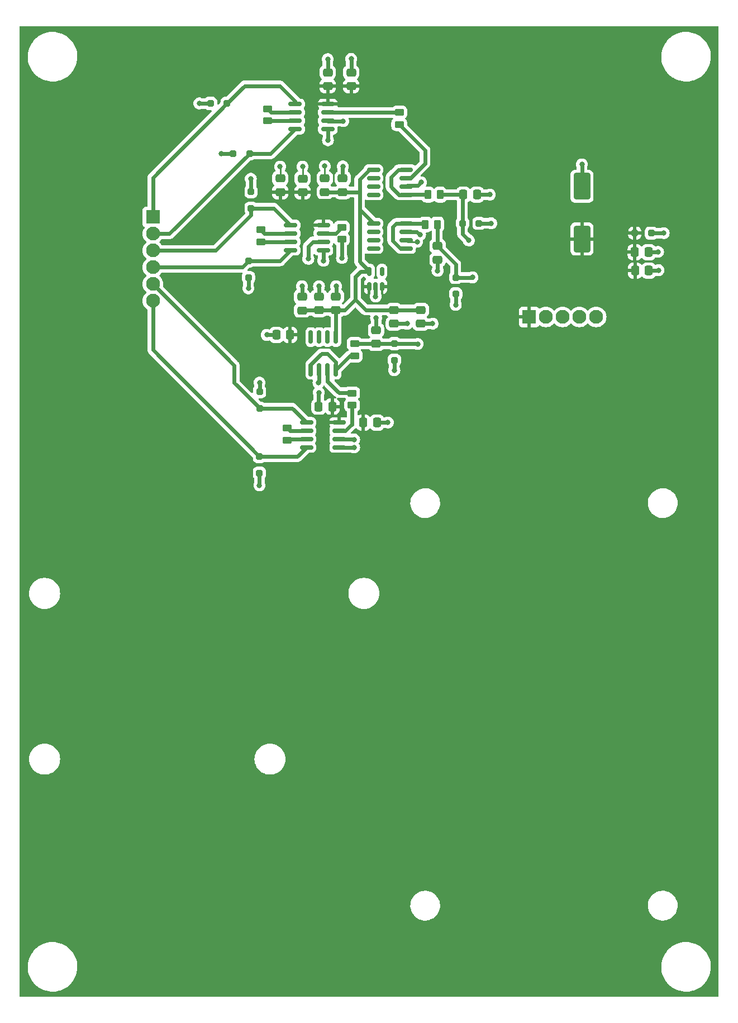
<source format=gbr>
%TF.GenerationSoftware,KiCad,Pcbnew,7.0.1*%
%TF.CreationDate,2023-04-26T11:30:26-04:00*%
%TF.ProjectId,UPenn_OpAmp,5550656e-6e5f-44f7-9041-6d702e6b6963,rev?*%
%TF.SameCoordinates,Original*%
%TF.FileFunction,Copper,L1,Top*%
%TF.FilePolarity,Positive*%
%FSLAX46Y46*%
G04 Gerber Fmt 4.6, Leading zero omitted, Abs format (unit mm)*
G04 Created by KiCad (PCBNEW 7.0.1) date 2023-04-26 11:30:26*
%MOMM*%
%LPD*%
G01*
G04 APERTURE LIST*
G04 Aperture macros list*
%AMRoundRect*
0 Rectangle with rounded corners*
0 $1 Rounding radius*
0 $2 $3 $4 $5 $6 $7 $8 $9 X,Y pos of 4 corners*
0 Add a 4 corners polygon primitive as box body*
4,1,4,$2,$3,$4,$5,$6,$7,$8,$9,$2,$3,0*
0 Add four circle primitives for the rounded corners*
1,1,$1+$1,$2,$3*
1,1,$1+$1,$4,$5*
1,1,$1+$1,$6,$7*
1,1,$1+$1,$8,$9*
0 Add four rect primitives between the rounded corners*
20,1,$1+$1,$2,$3,$4,$5,0*
20,1,$1+$1,$4,$5,$6,$7,0*
20,1,$1+$1,$6,$7,$8,$9,0*
20,1,$1+$1,$8,$9,$2,$3,0*%
G04 Aperture macros list end*
%TA.AperFunction,SMDPad,CuDef*%
%ADD10RoundRect,0.250000X-0.475000X0.337500X-0.475000X-0.337500X0.475000X-0.337500X0.475000X0.337500X0*%
%TD*%
%TA.AperFunction,SMDPad,CuDef*%
%ADD11RoundRect,0.250000X-0.450000X0.262500X-0.450000X-0.262500X0.450000X-0.262500X0.450000X0.262500X0*%
%TD*%
%TA.AperFunction,SMDPad,CuDef*%
%ADD12RoundRect,0.250000X0.475000X-0.337500X0.475000X0.337500X-0.475000X0.337500X-0.475000X-0.337500X0*%
%TD*%
%TA.AperFunction,SMDPad,CuDef*%
%ADD13RoundRect,0.250000X-0.250000X0.250000X-0.250000X-0.250000X0.250000X-0.250000X0.250000X0.250000X0*%
%TD*%
%TA.AperFunction,SMDPad,CuDef*%
%ADD14RoundRect,0.250000X-0.250000X-0.250000X0.250000X-0.250000X0.250000X0.250000X-0.250000X0.250000X0*%
%TD*%
%TA.AperFunction,SMDPad,CuDef*%
%ADD15RoundRect,0.250000X-0.337500X-0.475000X0.337500X-0.475000X0.337500X0.475000X-0.337500X0.475000X0*%
%TD*%
%TA.AperFunction,SMDPad,CuDef*%
%ADD16RoundRect,0.250000X0.250000X0.250000X-0.250000X0.250000X-0.250000X-0.250000X0.250000X-0.250000X0*%
%TD*%
%TA.AperFunction,ComponentPad*%
%ADD17R,2.100000X2.100000*%
%TD*%
%TA.AperFunction,ComponentPad*%
%ADD18C,2.100000*%
%TD*%
%TA.AperFunction,SMDPad,CuDef*%
%ADD19RoundRect,0.150000X-0.825000X-0.150000X0.825000X-0.150000X0.825000X0.150000X-0.825000X0.150000X0*%
%TD*%
%TA.AperFunction,SMDPad,CuDef*%
%ADD20RoundRect,0.250000X-0.262500X-0.450000X0.262500X-0.450000X0.262500X0.450000X-0.262500X0.450000X0*%
%TD*%
%TA.AperFunction,SMDPad,CuDef*%
%ADD21RoundRect,0.250000X0.450000X-0.262500X0.450000X0.262500X-0.450000X0.262500X-0.450000X-0.262500X0*%
%TD*%
%TA.AperFunction,SMDPad,CuDef*%
%ADD22RoundRect,0.150000X0.825000X0.150000X-0.825000X0.150000X-0.825000X-0.150000X0.825000X-0.150000X0*%
%TD*%
%TA.AperFunction,SMDPad,CuDef*%
%ADD23RoundRect,0.250000X1.000000X-1.750000X1.000000X1.750000X-1.000000X1.750000X-1.000000X-1.750000X0*%
%TD*%
%TA.AperFunction,SMDPad,CuDef*%
%ADD24RoundRect,0.250000X0.250000X-0.250000X0.250000X0.250000X-0.250000X0.250000X-0.250000X-0.250000X0*%
%TD*%
%TA.AperFunction,SMDPad,CuDef*%
%ADD25RoundRect,0.150000X0.150000X-0.825000X0.150000X0.825000X-0.150000X0.825000X-0.150000X-0.825000X0*%
%TD*%
%TA.AperFunction,SMDPad,CuDef*%
%ADD26RoundRect,0.150000X0.150000X-0.512500X0.150000X0.512500X-0.150000X0.512500X-0.150000X-0.512500X0*%
%TD*%
%TA.AperFunction,SMDPad,CuDef*%
%ADD27RoundRect,0.250000X0.337500X0.475000X-0.337500X0.475000X-0.337500X-0.475000X0.337500X-0.475000X0*%
%TD*%
%TA.AperFunction,ViaPad*%
%ADD28C,0.800000*%
%TD*%
%TA.AperFunction,Conductor*%
%ADD29C,0.250000*%
%TD*%
%TA.AperFunction,Conductor*%
%ADD30C,0.600000*%
%TD*%
%TA.AperFunction,Conductor*%
%ADD31C,0.200000*%
%TD*%
G04 APERTURE END LIST*
D10*
%TO.P,C6,1*%
%TO.N,GND*%
X98206000Y-68210500D03*
%TO.P,C6,2*%
%TO.N,/VADC*%
X98206000Y-70285500D03*
%TD*%
D11*
%TO.P,RG2,1*%
%TO.N,/RG2+*%
X90394000Y-39762500D03*
%TO.P,RG2,2*%
%TO.N,/RG2-*%
X90394000Y-41587500D03*
%TD*%
D12*
%TO.P,C7,1*%
%TO.N,/VADC*%
X100783000Y-70285500D03*
%TO.P,C7,2*%
%TO.N,GND*%
X100783000Y-68210500D03*
%TD*%
D13*
%TO.P,D8,1,A1*%
%TO.N,/Vout1*%
X118929000Y-65312500D03*
%TO.P,D8,2,A2*%
%TO.N,GND*%
X118929000Y-67812500D03*
%TD*%
D12*
%TO.P,C17,1*%
%TO.N,VCC*%
X103094000Y-36322500D03*
%TO.P,C17,2*%
%TO.N,GND*%
X103094000Y-34247500D03*
%TD*%
%TO.P,C4,2*%
%TO.N,GND*%
X95629000Y-68232500D03*
%TO.P,C4,1*%
%TO.N,/VADC*%
X95629000Y-70307500D03*
%TD*%
D14*
%TO.P,D10,1,A1*%
%TO.N,VCC*%
X146066000Y-58610000D03*
%TO.P,D10,2,A2*%
%TO.N,GND*%
X148566000Y-58610000D03*
%TD*%
D15*
%TO.P,C5,1*%
%TO.N,GND*%
X91746500Y-74007500D03*
%TO.P,C5,2*%
%TO.N,VCC*%
X93821500Y-74007500D03*
%TD*%
D16*
%TO.P,D6,1,A1*%
%TO.N,/Vin2-*%
X84269000Y-38943500D03*
%TO.P,D6,2,A2*%
%TO.N,GND*%
X81769000Y-38943500D03*
%TD*%
D12*
%TO.P,C1,1*%
%TO.N,/Vout0*%
X106849000Y-75382000D03*
%TO.P,C1,2*%
%TO.N,GND*%
X106849000Y-73307000D03*
%TD*%
D17*
%TO.P,J2,1,Pin_1*%
%TO.N,VCC*%
X130054000Y-71300000D03*
D18*
%TO.P,J2,2,Pin_2*%
%TO.N,GND*%
X132594000Y-71300000D03*
%TO.P,J2,3,Pin_3*%
%TO.N,/Vout0*%
X135134000Y-71300000D03*
%TO.P,J2,4,Pin_4*%
%TO.N,/Vout1*%
X137674000Y-71300000D03*
%TO.P,J2,5,Pin_5*%
%TO.N,/Vout2*%
X140214000Y-71300000D03*
%TD*%
D19*
%TO.P,U1,1,-*%
%TO.N,/Vin0-*%
X96306000Y-87275750D03*
%TO.P,U1,2,Rg*%
%TO.N,/RG0+*%
X96306000Y-88545750D03*
%TO.P,U1,3,Rg*%
%TO.N,/RG0-*%
X96306000Y-89815750D03*
%TO.P,U1,4,+*%
%TO.N,/Vin0+*%
X96306000Y-91085750D03*
%TO.P,U1,5,Vs-*%
%TO.N,GND*%
X101256000Y-91085750D03*
%TO.P,U1,6,Ref*%
X101256000Y-89815750D03*
%TO.P,U1,7*%
%TO.N,Net-(R1-Pad1)*%
X101256000Y-88545750D03*
%TO.P,U1,8,Vs+*%
%TO.N,VCC*%
X101256000Y-87275750D03*
%TD*%
D20*
%TO.P,R6,1*%
%TO.N,Net-(U7--)*%
X114739000Y-52772500D03*
%TO.P,R6,2*%
%TO.N,/Vout2*%
X116564000Y-52772500D03*
%TD*%
D11*
%TO.P,RG0,1*%
%TO.N,/RG0+*%
X93382000Y-88141250D03*
%TO.P,RG0,2*%
%TO.N,/RG0-*%
X93382000Y-89966250D03*
%TD*%
D21*
%TO.P,R1,1*%
%TO.N,Net-(R1-Pad1)*%
X103224000Y-84672500D03*
%TO.P,R1,2*%
%TO.N,Net-(U2-+)*%
X103224000Y-82847500D03*
%TD*%
D19*
%TO.P,U4,1,-*%
%TO.N,/Vin1-*%
X93919000Y-57372500D03*
%TO.P,U4,2,Rg*%
%TO.N,/RG1+*%
X93919000Y-58642500D03*
%TO.P,U4,3,Rg*%
%TO.N,/RG1-*%
X93919000Y-59912500D03*
%TO.P,U4,4,+*%
%TO.N,/Vin1+*%
X93919000Y-61182500D03*
%TO.P,U4,5,Vs-*%
%TO.N,GND*%
X98869000Y-61182500D03*
%TO.P,U4,6,Ref*%
X98869000Y-59912500D03*
%TO.P,U4,7*%
%TO.N,Net-(R3-Pad1)*%
X98869000Y-58642500D03*
%TO.P,U4,8,Vs+*%
%TO.N,VCC*%
X98869000Y-57372500D03*
%TD*%
D22*
%TO.P,U5,1*%
%TO.N,Net-(U5--)*%
X111419000Y-60939500D03*
%TO.P,U5,2,V-*%
%TO.N,GND*%
X111419000Y-59669500D03*
%TO.P,U5,3,+*%
%TO.N,Net-(U5-+)*%
X111419000Y-58399500D03*
%TO.P,U5,4,-*%
%TO.N,Net-(U5--)*%
X111419000Y-57129500D03*
%TO.P,U5,5,V+*%
%TO.N,/VADC*%
X106469000Y-57129500D03*
%TO.P,U5,6*%
%TO.N,N/C*%
X106469000Y-58399500D03*
%TO.P,U5,7*%
X106469000Y-59669500D03*
%TO.P,U5,8*%
X106469000Y-60939500D03*
%TD*%
D23*
%TO.P,C10,1*%
%TO.N,VCC*%
X138051000Y-59500000D03*
%TO.P,C10,2*%
%TO.N,GND*%
X138051000Y-51500000D03*
%TD*%
D15*
%TO.P,C2,1*%
%TO.N,VCC*%
X104919000Y-87304000D03*
%TO.P,C2,2*%
%TO.N,GND*%
X106994000Y-87304000D03*
%TD*%
%TO.P,C20,1*%
%TO.N,/Vout2*%
X120064000Y-52775500D03*
%TO.P,C20,2*%
%TO.N,GND*%
X122139000Y-52775500D03*
%TD*%
D11*
%TO.P,R3,1*%
%TO.N,Net-(R3-Pad1)*%
X101649000Y-57700000D03*
%TO.P,R3,2*%
%TO.N,Net-(U5-+)*%
X101649000Y-59525000D03*
%TD*%
D22*
%TO.P,U7,1*%
%TO.N,Net-(U7--)*%
X111419000Y-52798500D03*
%TO.P,U7,2,V-*%
%TO.N,GND*%
X111419000Y-51528500D03*
%TO.P,U7,3,+*%
%TO.N,Net-(U7-+)*%
X111419000Y-50258500D03*
%TO.P,U7,4,-*%
%TO.N,Net-(U7--)*%
X111419000Y-48988500D03*
%TO.P,U7,5,V+*%
%TO.N,/VADC*%
X106469000Y-48988500D03*
%TO.P,U7,6*%
%TO.N,N/C*%
X106469000Y-50258500D03*
%TO.P,U7,7*%
X106469000Y-51528500D03*
%TO.P,U7,8*%
X106469000Y-52798500D03*
%TD*%
D24*
%TO.P,D4,1,A1*%
%TO.N,/Vin1-*%
X87904000Y-54817500D03*
%TO.P,D4,2,A2*%
%TO.N,GND*%
X87904000Y-52317500D03*
%TD*%
D15*
%TO.P,C8,1*%
%TO.N,VCC*%
X146069500Y-61475000D03*
%TO.P,C8,2*%
%TO.N,GND*%
X148144500Y-61475000D03*
%TD*%
D10*
%TO.P,C13,1*%
%TO.N,/VADC*%
X113627750Y-70252500D03*
%TO.P,C13,2*%
%TO.N,GND*%
X113627750Y-72327500D03*
%TD*%
D12*
%TO.P,C16,1*%
%TO.N,VCC*%
X99524000Y-36317500D03*
%TO.P,C16,2*%
%TO.N,GND*%
X99524000Y-34242500D03*
%TD*%
D21*
%TO.P,R2,1*%
%TO.N,Net-(U2--)*%
X103614000Y-77192500D03*
%TO.P,R2,2*%
%TO.N,/Vout0*%
X103614000Y-75367500D03*
%TD*%
D25*
%TO.P,U2,1*%
%TO.N,Net-(U2--)*%
X96974000Y-79297500D03*
%TO.P,U2,2,V-*%
%TO.N,GND*%
X98244000Y-79297500D03*
%TO.P,U2,3,+*%
%TO.N,Net-(U2-+)*%
X99514000Y-79297500D03*
%TO.P,U2,4,-*%
%TO.N,Net-(U2--)*%
X100784000Y-79297500D03*
%TO.P,U2,5,V+*%
%TO.N,/VADC*%
X100784000Y-74347500D03*
%TO.P,U2,6*%
%TO.N,N/C*%
X99514000Y-74347500D03*
%TO.P,U2,7*%
X98244000Y-74347500D03*
%TO.P,U2,8*%
X96974000Y-74347500D03*
%TD*%
D11*
%TO.P,R5,1*%
%TO.N,Net-(R5-Pad1)*%
X110369000Y-40297500D03*
%TO.P,R5,2*%
%TO.N,Net-(U7-+)*%
X110369000Y-42122500D03*
%TD*%
D13*
%TO.P,D9,1,A1*%
%TO.N,/Vout0*%
X109624000Y-75347500D03*
%TO.P,D9,2,A2*%
%TO.N,GND*%
X109624000Y-77847500D03*
%TD*%
D10*
%TO.P,C14,1*%
%TO.N,/VADC*%
X109547750Y-70250000D03*
%TO.P,C14,2*%
%TO.N,GND*%
X109547750Y-72325000D03*
%TD*%
D17*
%TO.P,J1,1,Pin_1*%
%TO.N,/Vin2-*%
X73024000Y-56147500D03*
D18*
%TO.P,J1,2,Pin_2*%
%TO.N,/Vin2+*%
X73024000Y-58687500D03*
%TO.P,J1,3,Pin_3*%
%TO.N,/Vin1-*%
X73024000Y-61227500D03*
%TO.P,J1,4,Pin_4*%
%TO.N,/Vin1+*%
X73024000Y-63767500D03*
%TO.P,J1,5,Pin_5*%
%TO.N,/Vin0-*%
X73024000Y-66307500D03*
%TO.P,J1,6,Pin_6*%
%TO.N,/Vin0+*%
X73024000Y-68847500D03*
%TD*%
D20*
%TO.P,R4,1*%
%TO.N,Net-(U5--)*%
X114319000Y-57284500D03*
%TO.P,R4,2*%
%TO.N,/Vout1*%
X116144000Y-57284500D03*
%TD*%
D19*
%TO.P,U6,1,-*%
%TO.N,/Vin2-*%
X94584000Y-39037500D03*
%TO.P,U6,2,Rg*%
%TO.N,/RG2+*%
X94584000Y-40307500D03*
%TO.P,U6,3,Rg*%
%TO.N,/RG2-*%
X94584000Y-41577500D03*
%TO.P,U6,4,+*%
%TO.N,/Vin2+*%
X94584000Y-42847500D03*
%TO.P,U6,5,Vs-*%
%TO.N,GND*%
X99534000Y-42847500D03*
%TO.P,U6,6,Ref*%
X99534000Y-41577500D03*
%TO.P,U6,7*%
%TO.N,Net-(R5-Pad1)*%
X99534000Y-40307500D03*
%TO.P,U6,8,Vs+*%
%TO.N,VCC*%
X99534000Y-39037500D03*
%TD*%
D13*
%TO.P,D3,1,A1*%
%TO.N,/Vin1+*%
X87514000Y-62817500D03*
%TO.P,D3,2,A2*%
%TO.N,GND*%
X87514000Y-65317500D03*
%TD*%
D12*
%TO.P,C19,1*%
%TO.N,/VADC*%
X101796500Y-52370000D03*
%TO.P,C19,2*%
%TO.N,GND*%
X101796500Y-50295000D03*
%TD*%
D26*
%TO.P,U3,1,VIN*%
%TO.N,VCC*%
X105834000Y-66672500D03*
%TO.P,U3,2,GND*%
%TO.N,GND*%
X106784000Y-66672500D03*
%TO.P,U3,3,EN*%
%TO.N,VCC*%
X107734000Y-66672500D03*
%TO.P,U3,4,SENSE/ADJ*%
%TO.N,unconnected-(U3-SENSE{slash}ADJ-Pad4)*%
X107734000Y-64397500D03*
%TO.P,U3,5,VOUT*%
%TO.N,/VADC*%
X105834000Y-64397500D03*
%TD*%
D16*
%TO.P,D5,1,A1*%
%TO.N,/Vin2+*%
X87669000Y-46574500D03*
%TO.P,D5,2,A2*%
%TO.N,GND*%
X85169000Y-46574500D03*
%TD*%
D13*
%TO.P,D1,1,A1*%
%TO.N,/Vin0+*%
X89184000Y-92467500D03*
%TO.P,D1,2,A2*%
%TO.N,GND*%
X89184000Y-94967500D03*
%TD*%
D15*
%TO.P,C9,1*%
%TO.N,VCC*%
X146100000Y-64268800D03*
%TO.P,C9,2*%
%TO.N,GND*%
X148175000Y-64268800D03*
%TD*%
D27*
%TO.P,C3,1*%
%TO.N,VCC*%
X100219000Y-84895000D03*
%TO.P,C3,2*%
%TO.N,GND*%
X98144000Y-84895000D03*
%TD*%
D12*
%TO.P,C12,1*%
%TO.N,VCC*%
X95729000Y-52400000D03*
%TO.P,C12,2*%
%TO.N,GND*%
X95729000Y-50325000D03*
%TD*%
%TO.P,C18,1*%
%TO.N,/VADC*%
X99079000Y-52362500D03*
%TO.P,C18,2*%
%TO.N,GND*%
X99079000Y-50287500D03*
%TD*%
D10*
%TO.P,C15,1*%
%TO.N,/Vout1*%
X116169000Y-60542500D03*
%TO.P,C15,2*%
%TO.N,GND*%
X116169000Y-62617500D03*
%TD*%
D24*
%TO.P,D2,1,A1*%
%TO.N,/Vin0-*%
X89189000Y-85127500D03*
%TO.P,D2,2,A2*%
%TO.N,GND*%
X89189000Y-82627500D03*
%TD*%
D11*
%TO.P,RG1,1*%
%TO.N,/RG1+*%
X89364000Y-58102500D03*
%TO.P,RG1,2*%
%TO.N,/RG1-*%
X89364000Y-59927500D03*
%TD*%
D14*
%TO.P,D7,1,A1*%
%TO.N,/Vout2*%
X119949000Y-57102500D03*
%TO.P,D7,2,A2*%
%TO.N,GND*%
X122449000Y-57102500D03*
%TD*%
D12*
%TO.P,C11,1*%
%TO.N,VCC*%
X92329000Y-52380000D03*
%TO.P,C11,2*%
%TO.N,GND*%
X92329000Y-50305000D03*
%TD*%
D28*
%TO.N,GND*%
X99079000Y-48442500D03*
X95629000Y-66654000D03*
X100797000Y-66654000D03*
X115429000Y-72312500D03*
X98164000Y-82759000D03*
X111559000Y-72322500D03*
X99559000Y-44512500D03*
X118929000Y-69472500D03*
X87864000Y-50357500D03*
X83419000Y-46572500D03*
X113082000Y-59900000D03*
X108627000Y-87304000D03*
X150443500Y-58600000D03*
X149599500Y-61439800D03*
X98874000Y-62797500D03*
X109619000Y-79379000D03*
X90291500Y-74025100D03*
X99529000Y-32252500D03*
X101859000Y-41612500D03*
X95709000Y-48522500D03*
X89184000Y-96834500D03*
X80069000Y-38942500D03*
X124289000Y-57102500D03*
X96581000Y-62500000D03*
X113672000Y-50900000D03*
X106794000Y-68200000D03*
X103524000Y-91067500D03*
X103089000Y-32202500D03*
X124079000Y-52762500D03*
X101809000Y-48492500D03*
X92319000Y-48522500D03*
X87514000Y-66957500D03*
X106851000Y-71438000D03*
X103524000Y-89867500D03*
X89189000Y-81254500D03*
X149650000Y-64216000D03*
X116169000Y-64302500D03*
X98124000Y-81267500D03*
X138051000Y-48179000D03*
X98206000Y-66654000D03*
%TO.N,Net-(U5-+)*%
X101679000Y-62372500D03*
X113519000Y-58832500D03*
%TO.N,/Vout0*%
X113155000Y-75400000D03*
%TO.N,/Vout1*%
X121462000Y-65300000D03*
%TO.N,/Vout2*%
X120914000Y-59700000D03*
%TD*%
D29*
%TO.N,/VADC*%
X95651000Y-70285500D02*
X95629000Y-70307500D01*
D30*
X98206000Y-70285500D02*
X95651000Y-70285500D01*
X100783000Y-70285500D02*
X98206000Y-70285500D01*
D29*
%TO.N,GND*%
X100797000Y-68196500D02*
X100783000Y-68210500D01*
D30*
X100797000Y-66654000D02*
X100797000Y-68196500D01*
X98206000Y-66654000D02*
X98206000Y-68210500D01*
X95629000Y-66654000D02*
X95629000Y-68232500D01*
%TO.N,Net-(R1-Pad1)*%
X102175250Y-88545750D02*
X101256000Y-88545750D01*
X103219000Y-84609500D02*
X103219000Y-87583000D01*
X103219000Y-87583000D02*
X103138000Y-87583000D01*
X103138000Y-87583000D02*
X102175250Y-88545750D01*
%TO.N,Net-(U2-+)*%
X99514000Y-81057500D02*
X101241000Y-82784500D01*
X101241000Y-82784500D02*
X103219000Y-82784500D01*
X99514000Y-79297500D02*
X99514000Y-81057500D01*
%TO.N,Net-(U2--)*%
X103614000Y-77192500D02*
X102889000Y-77192500D01*
X99484000Y-76877500D02*
X98594000Y-76877500D01*
X96974000Y-78497500D02*
X96974000Y-79297500D01*
X100784000Y-78177500D02*
X99484000Y-76877500D01*
X100784000Y-79297500D02*
X100784000Y-78177500D01*
X102889000Y-77192500D02*
X100784000Y-79297500D01*
X98594000Y-76877500D02*
X96974000Y-78497500D01*
D29*
%TO.N,GND*%
X109550250Y-72322500D02*
X109547750Y-72325000D01*
X98144000Y-82779000D02*
X98164000Y-82759000D01*
X95729000Y-48542500D02*
X95709000Y-48522500D01*
D30*
X103089000Y-32202500D02*
X103089000Y-34242500D01*
X101257841Y-89813909D02*
X103089539Y-89813909D01*
X115419000Y-72322500D02*
X113632750Y-72322500D01*
D29*
X99529000Y-34237500D02*
X99524000Y-34242500D01*
D30*
X103505750Y-91085750D02*
X103524000Y-91067500D01*
D29*
X103089000Y-34242500D02*
X103094000Y-34247500D01*
X111649500Y-59900000D02*
X111419000Y-59669500D01*
X99079000Y-50287500D02*
X99079000Y-48442500D01*
D30*
X113172000Y-51400000D02*
X111547500Y-51400000D01*
X89184000Y-95126500D02*
X89184000Y-96829500D01*
X103089539Y-89813909D02*
X103470409Y-89813909D01*
X148144500Y-61475000D02*
X149564300Y-61475000D01*
D29*
X115429000Y-72312500D02*
X115419000Y-72322500D01*
X80070000Y-38943500D02*
X80069000Y-38942500D01*
D30*
X106794000Y-68200000D02*
X106794000Y-66682500D01*
X101859000Y-41612500D02*
X99569000Y-41612500D01*
X106849000Y-73307000D02*
X106849000Y-71440000D01*
D29*
X89181500Y-96829500D02*
X89186500Y-96834500D01*
X113082000Y-59900000D02*
X111649500Y-59900000D01*
X101256000Y-89815750D02*
X101257841Y-89813909D01*
X92329000Y-48532500D02*
X92319000Y-48522500D01*
D30*
X108627000Y-87304000D02*
X106994000Y-87304000D01*
X148175000Y-64268800D02*
X149597200Y-64268800D01*
D29*
X95729000Y-50325000D02*
X95729000Y-48542500D01*
D30*
X138051000Y-48179000D02*
X138051000Y-51500000D01*
X116169000Y-64302500D02*
X116169000Y-62617500D01*
X96581000Y-60579000D02*
X97247500Y-59912500D01*
X101256000Y-91085750D02*
X103505750Y-91085750D01*
X99569000Y-41612500D02*
X99534000Y-41577500D01*
X98244000Y-81147500D02*
X98124000Y-81267500D01*
X111559000Y-72322500D02*
X109550250Y-72322500D01*
X98869000Y-61182500D02*
X98869000Y-62792500D01*
X98144000Y-84895000D02*
X98144000Y-82779000D01*
X118929000Y-67812500D02*
X118929000Y-69472500D01*
D29*
X98869000Y-62792500D02*
X98874000Y-62797500D01*
D30*
X99559000Y-44512500D02*
X99559000Y-42872500D01*
D29*
X83421000Y-46574500D02*
X83419000Y-46572500D01*
D30*
X109619000Y-79379000D02*
X109619000Y-77857000D01*
X124079000Y-52762500D02*
X122152000Y-52762500D01*
X87904000Y-52317500D02*
X87904000Y-50397500D01*
D29*
X148576000Y-58600000D02*
X148566000Y-58610000D01*
X101796500Y-48505000D02*
X101809000Y-48492500D01*
D30*
X97247500Y-59912500D02*
X98869000Y-59912500D01*
D29*
X113632750Y-72322500D02*
X113627750Y-72327500D01*
X92329000Y-50305000D02*
X92329000Y-48532500D01*
D30*
X103470409Y-89813909D02*
X103524000Y-89867500D01*
X99529000Y-32252500D02*
X99529000Y-34237500D01*
D29*
X122152000Y-52762500D02*
X122139000Y-52775500D01*
D30*
X113672000Y-50900000D02*
X113172000Y-51400000D01*
X81769000Y-38943500D02*
X80070000Y-38943500D01*
X89189000Y-81254500D02*
X89189000Y-82630500D01*
X91746500Y-74007500D02*
X90309100Y-74007500D01*
X96581000Y-62500000D02*
X96581000Y-60579000D01*
X85169000Y-46574500D02*
X83421000Y-46574500D01*
X98244000Y-79297500D02*
X98244000Y-81147500D01*
X150443500Y-58600000D02*
X148576000Y-58600000D01*
X124289000Y-57102500D02*
X122449000Y-57102500D01*
X87514000Y-66957500D02*
X87514000Y-65317500D01*
X111547500Y-51400000D02*
X111419000Y-51528500D01*
X101796500Y-50295000D02*
X101796500Y-48505000D01*
%TO.N,/VADC*%
X102109000Y-70285500D02*
X100783000Y-70285500D01*
X113627750Y-70252500D02*
X109550250Y-70252500D01*
X104359000Y-62912500D02*
X105834000Y-64387500D01*
X100783000Y-74346500D02*
X100784000Y-74347500D01*
X101796500Y-52370000D02*
X104331500Y-52370000D01*
X103719000Y-68675500D02*
X102109000Y-70285500D01*
X104331500Y-52370000D02*
X104359000Y-52342500D01*
X101796500Y-52370000D02*
X99086500Y-52370000D01*
X109547750Y-70250000D02*
X105293500Y-70250000D01*
X104359000Y-54922500D02*
X104359000Y-62912500D01*
X103719000Y-65199000D02*
X104520500Y-64397500D01*
D29*
X109550250Y-70252500D02*
X109547750Y-70250000D01*
X105834000Y-64397500D02*
X105834000Y-64387500D01*
D30*
X100783000Y-70285500D02*
X100783000Y-74346500D01*
X103719000Y-68675500D02*
X103719000Y-65199000D01*
X106469000Y-48988500D02*
X105844761Y-48988500D01*
X105844761Y-48988500D02*
X104359000Y-50474261D01*
X105293500Y-70250000D02*
X103719000Y-68675500D01*
X104359000Y-50474261D02*
X104359000Y-52342500D01*
X104520500Y-64397500D02*
X105834000Y-64397500D01*
D29*
X99086500Y-52370000D02*
X99079000Y-52362500D01*
D30*
X104359000Y-52342500D02*
X104359000Y-54922500D01*
X104359000Y-55019500D02*
X106469000Y-57129500D01*
X104359000Y-54922500D02*
X104359000Y-55019500D01*
D29*
%TO.N,VCC*%
X107762000Y-66700500D02*
X107734000Y-66672500D01*
X107749000Y-66687500D02*
X107734000Y-66672500D01*
D30*
%TO.N,Net-(R3-Pad1)*%
X100706500Y-58642500D02*
X101649000Y-57700000D01*
X98869000Y-58642500D02*
X100706500Y-58642500D01*
D29*
%TO.N,Net-(U5-+)*%
X101649000Y-62342500D02*
X101679000Y-62372500D01*
D30*
X113459000Y-58822500D02*
X113036000Y-58399500D01*
X113036000Y-58399500D02*
X111419000Y-58399500D01*
X101649000Y-59525000D02*
X101649000Y-62342500D01*
%TO.N,Net-(U5--)*%
X111419000Y-57129500D02*
X114164000Y-57129500D01*
X110574000Y-60939500D02*
X111494000Y-60939500D01*
X114164000Y-57129500D02*
X114319000Y-57284500D01*
X111494000Y-57129500D02*
X109894000Y-57129500D01*
X109894000Y-57129500D02*
X109374000Y-57649500D01*
X109374000Y-57649500D02*
X109374000Y-59739500D01*
X109374000Y-59739500D02*
X110574000Y-60939500D01*
D29*
%TO.N,Net-(R5-Pad1)*%
X99544000Y-40297500D02*
X99534000Y-40307500D01*
D30*
X110369000Y-40297500D02*
X99544000Y-40297500D01*
%TO.N,Net-(U7-+)*%
X112043239Y-50258500D02*
X111419000Y-50258500D01*
X114259000Y-46012500D02*
X114259000Y-48042739D01*
X114259000Y-46012500D02*
X110369000Y-42122500D01*
X114259000Y-48042739D02*
X112043239Y-50258500D01*
%TO.N,Net-(U7--)*%
X111030249Y-49000500D02*
X110219000Y-49000500D01*
X109119000Y-50100500D02*
X109119000Y-51571500D01*
D29*
X111419000Y-48988500D02*
X111042249Y-48988500D01*
D30*
X109119000Y-51571500D02*
X110346000Y-52798500D01*
X110219000Y-49000500D02*
X109119000Y-50100500D01*
X110346000Y-52798500D02*
X111419000Y-52798500D01*
X111445000Y-52772500D02*
X111419000Y-52798500D01*
X114739000Y-52772500D02*
X111445000Y-52772500D01*
D29*
X111042249Y-48988500D02*
X111030249Y-49000500D01*
D30*
%TO.N,/Vin0-*%
X94157750Y-85127500D02*
X89189000Y-85127500D01*
X96306000Y-87275750D02*
X94157750Y-85127500D01*
X85369000Y-78652500D02*
X73024000Y-66307500D01*
X89189000Y-85102500D02*
X85369000Y-81282500D01*
X85369000Y-81282500D02*
X85369000Y-78652500D01*
X89189000Y-85127500D02*
X89189000Y-85102500D01*
%TO.N,/Vin0+*%
X94924250Y-92467500D02*
X89184000Y-92467500D01*
X96306000Y-91085750D02*
X94924250Y-92467500D01*
X89184000Y-92467500D02*
X73024000Y-76307500D01*
X73024000Y-76307500D02*
X73024000Y-68847500D01*
%TO.N,/Vin1+*%
X92284000Y-62817500D02*
X93919000Y-61182500D01*
X87514000Y-62817500D02*
X92284000Y-62817500D01*
X86564000Y-63767500D02*
X73024000Y-63767500D01*
X87514000Y-62817500D02*
X86564000Y-63767500D01*
%TO.N,/Vin1-*%
X87904000Y-55907500D02*
X87904000Y-54817500D01*
X93919000Y-57372500D02*
X91364000Y-54817500D01*
X73024000Y-61227500D02*
X82584000Y-61227500D01*
X82584000Y-61227500D02*
X87904000Y-55907500D01*
X91364000Y-54817500D02*
X87904000Y-54817500D01*
%TO.N,/Vin2+*%
X87669000Y-46574500D02*
X75556000Y-58687500D01*
X90857000Y-46574500D02*
X87669000Y-46574500D01*
X94584000Y-42847500D02*
X90857000Y-46574500D01*
X75556000Y-58687500D02*
X73024000Y-58687500D01*
%TO.N,/Vin2-*%
X92309000Y-36282500D02*
X94584000Y-38557500D01*
X73024000Y-50188500D02*
X73024000Y-56147500D01*
X84269000Y-38943500D02*
X73024000Y-50188500D01*
D31*
X94584000Y-38557500D02*
X94584000Y-39037500D01*
D30*
X86930000Y-36282500D02*
X92309000Y-36282500D01*
X84269000Y-38943500D02*
X86930000Y-36282500D01*
%TO.N,/RG0+*%
X93786500Y-88545750D02*
X93382000Y-88141250D01*
X96306000Y-88545750D02*
X93786500Y-88545750D01*
%TO.N,/RG0-*%
X93532500Y-89815750D02*
X96306000Y-89815750D01*
D31*
X93382000Y-89966250D02*
X93532500Y-89815750D01*
D30*
%TO.N,/RG1+*%
X93919000Y-58642500D02*
X89904000Y-58642500D01*
X89904000Y-58642500D02*
X89364000Y-58102500D01*
%TO.N,/RG1-*%
X93919000Y-59912500D02*
X89379000Y-59912500D01*
D31*
X89379000Y-59912500D02*
X89364000Y-59927500D01*
D30*
%TO.N,/RG2+*%
X90939000Y-40307500D02*
X94584000Y-40307500D01*
X90394000Y-39762500D02*
X90939000Y-40307500D01*
D31*
%TO.N,/RG2-*%
X94574000Y-41587500D02*
X94584000Y-41577500D01*
D30*
X90394000Y-41587500D02*
X94574000Y-41587500D01*
%TO.N,/Vout0*%
X109619000Y-75357000D02*
X106874000Y-75357000D01*
X106863500Y-75367500D02*
X106874000Y-75357000D01*
D29*
X106874000Y-75357000D02*
X106849000Y-75382000D01*
D30*
X103614000Y-75367500D02*
X106863500Y-75367500D01*
X109624000Y-75347500D02*
X113102500Y-75347500D01*
%TO.N,/Vout1*%
X118929000Y-63302500D02*
X118929000Y-65312500D01*
X116144000Y-60517500D02*
X118929000Y-63302500D01*
X116144000Y-57284500D02*
X116144000Y-60517500D01*
X118929000Y-65312500D02*
X121449500Y-65312500D01*
D29*
X116144000Y-60517500D02*
X116169000Y-60542500D01*
D30*
X121449500Y-65312500D02*
X121462000Y-65300000D01*
%TO.N,/Vout2*%
X119949000Y-57102500D02*
X119949000Y-58735000D01*
X119949000Y-57102500D02*
X119949000Y-52890500D01*
X120064000Y-52775500D02*
X116567000Y-52775500D01*
D29*
X116567000Y-52775500D02*
X116564000Y-52772500D01*
D30*
X119949000Y-58735000D02*
X120914000Y-59700000D01*
%TD*%
%TA.AperFunction,Conductor*%
%TO.N,VCC*%
G36*
X158672100Y-27242513D02*
G01*
X158717487Y-27287900D01*
X158734100Y-27349900D01*
X158734100Y-174180100D01*
X158717487Y-174242100D01*
X158672100Y-174287487D01*
X158610100Y-174304100D01*
X52947900Y-174304100D01*
X52885900Y-174287487D01*
X52840513Y-174242100D01*
X52823900Y-174180100D01*
X52823900Y-169686300D01*
X54066766Y-169686300D01*
X54076722Y-170072828D01*
X54126367Y-170456286D01*
X54215176Y-170832600D01*
X54342211Y-171197797D01*
X54506117Y-171547987D01*
X54705162Y-171879469D01*
X54705164Y-171879472D01*
X54705165Y-171879473D01*
X54937241Y-172188734D01*
X55199885Y-172472495D01*
X55490314Y-172727745D01*
X55805449Y-172951781D01*
X55805453Y-172951783D01*
X56141949Y-173142228D01*
X56496242Y-173297063D01*
X56496247Y-173297065D01*
X56864588Y-173414652D01*
X57243067Y-173493743D01*
X57627673Y-173533500D01*
X57917582Y-173533500D01*
X57917589Y-173533500D01*
X58207142Y-173518574D01*
X58589191Y-173459072D01*
X58757861Y-173414652D01*
X58963092Y-173360604D01*
X58996936Y-173347844D01*
X59324896Y-173224209D01*
X59497883Y-173137744D01*
X59670751Y-173051340D01*
X59996998Y-172843826D01*
X59996999Y-172843825D01*
X59997004Y-172843822D01*
X60300187Y-172603860D01*
X60577091Y-172333997D01*
X60577091Y-172333996D01*
X60577095Y-172333993D01*
X60824777Y-172037095D01*
X60930835Y-171879469D01*
X61040627Y-171716294D01*
X61222346Y-171375002D01*
X61368009Y-171016834D01*
X61476074Y-170645587D01*
X61545394Y-170265197D01*
X61575234Y-169879696D01*
X61570253Y-169686300D01*
X150078766Y-169686300D01*
X150088722Y-170072828D01*
X150138367Y-170456286D01*
X150227176Y-170832600D01*
X150354211Y-171197797D01*
X150518117Y-171547987D01*
X150717162Y-171879469D01*
X150717164Y-171879472D01*
X150717165Y-171879473D01*
X150949241Y-172188734D01*
X151211885Y-172472495D01*
X151502314Y-172727745D01*
X151817449Y-172951781D01*
X151817453Y-172951783D01*
X152153949Y-173142228D01*
X152508242Y-173297063D01*
X152508247Y-173297065D01*
X152876588Y-173414652D01*
X153255067Y-173493743D01*
X153639673Y-173533500D01*
X153929582Y-173533500D01*
X153929589Y-173533500D01*
X154219142Y-173518574D01*
X154601191Y-173459072D01*
X154769861Y-173414652D01*
X154975092Y-173360604D01*
X155008936Y-173347844D01*
X155336896Y-173224209D01*
X155509883Y-173137744D01*
X155682751Y-173051340D01*
X156008998Y-172843826D01*
X156008999Y-172843825D01*
X156009004Y-172843822D01*
X156312187Y-172603860D01*
X156589091Y-172333997D01*
X156589091Y-172333996D01*
X156589095Y-172333993D01*
X156836777Y-172037095D01*
X156942835Y-171879469D01*
X157052627Y-171716294D01*
X157234346Y-171375002D01*
X157380009Y-171016834D01*
X157488074Y-170645587D01*
X157557394Y-170265197D01*
X157587234Y-169879696D01*
X157577278Y-169493169D01*
X157527633Y-169109715D01*
X157438823Y-168733398D01*
X157311790Y-168368206D01*
X157147882Y-168018012D01*
X156948835Y-167686527D01*
X156716759Y-167377266D01*
X156454115Y-167093505D01*
X156163686Y-166838255D01*
X155848551Y-166614219D01*
X155848546Y-166614216D01*
X155512050Y-166423771D01*
X155157757Y-166268936D01*
X154789410Y-166151347D01*
X154410935Y-166072257D01*
X154218630Y-166052378D01*
X154026327Y-166032500D01*
X153736411Y-166032500D01*
X153533723Y-166042948D01*
X153446855Y-166047426D01*
X153064802Y-166106929D01*
X152690907Y-166205395D01*
X152329098Y-166341793D01*
X151983248Y-166514659D01*
X151657001Y-166722173D01*
X151353810Y-166962142D01*
X151076904Y-167232006D01*
X150829222Y-167528904D01*
X150613372Y-167849707D01*
X150431653Y-168190998D01*
X150285993Y-168549160D01*
X150177925Y-168920415D01*
X150108605Y-169300805D01*
X150078766Y-169686300D01*
X61570253Y-169686300D01*
X61565278Y-169493169D01*
X61515633Y-169109715D01*
X61426823Y-168733398D01*
X61299790Y-168368206D01*
X61135882Y-168018012D01*
X60936835Y-167686527D01*
X60704759Y-167377266D01*
X60442115Y-167093505D01*
X60151686Y-166838255D01*
X59836551Y-166614219D01*
X59836546Y-166614216D01*
X59500050Y-166423771D01*
X59145757Y-166268936D01*
X58777410Y-166151347D01*
X58398935Y-166072257D01*
X58206630Y-166052378D01*
X58014327Y-166032500D01*
X57724411Y-166032500D01*
X57521723Y-166042948D01*
X57434855Y-166047426D01*
X57052802Y-166106929D01*
X56678907Y-166205395D01*
X56317098Y-166341793D01*
X55971248Y-166514659D01*
X55645001Y-166722173D01*
X55341810Y-166962142D01*
X55064904Y-167232006D01*
X54817222Y-167528904D01*
X54601372Y-167849707D01*
X54419653Y-168190998D01*
X54273993Y-168549160D01*
X54165925Y-168920415D01*
X54096605Y-169300805D01*
X54066766Y-169686300D01*
X52823900Y-169686300D01*
X52823900Y-160585372D01*
X112045723Y-160585372D01*
X112075881Y-160885160D01*
X112145731Y-161178262D01*
X112254021Y-161459432D01*
X112327750Y-161593970D01*
X112398825Y-161723665D01*
X112577554Y-161966238D01*
X112787020Y-162182824D01*
X113023485Y-162369558D01*
X113282730Y-162523109D01*
X113560128Y-162640736D01*
X113560129Y-162640736D01*
X113560131Y-162640737D01*
X113624179Y-162658281D01*
X113850729Y-162720340D01*
X114149347Y-162760500D01*
X114375244Y-162760500D01*
X114375246Y-162760500D01*
X114600635Y-162745412D01*
X114723994Y-162720338D01*
X114895903Y-162685396D01*
X115180537Y-162586560D01*
X115449459Y-162450668D01*
X115697869Y-162280144D01*
X115921333Y-162078032D01*
X116115865Y-161847939D01*
X116277993Y-161593970D01*
X116404823Y-161320658D01*
X116494093Y-161032879D01*
X116544209Y-160735770D01*
X116549237Y-160585372D01*
X148045723Y-160585372D01*
X148075881Y-160885160D01*
X148145731Y-161178262D01*
X148254021Y-161459432D01*
X148327750Y-161593970D01*
X148398825Y-161723665D01*
X148577554Y-161966238D01*
X148787020Y-162182824D01*
X149023485Y-162369558D01*
X149282730Y-162523109D01*
X149560128Y-162640736D01*
X149560129Y-162640736D01*
X149560131Y-162640737D01*
X149624179Y-162658281D01*
X149850729Y-162720340D01*
X150149347Y-162760500D01*
X150375244Y-162760500D01*
X150375246Y-162760500D01*
X150600635Y-162745412D01*
X150723994Y-162720338D01*
X150895903Y-162685396D01*
X151180537Y-162586560D01*
X151449459Y-162450668D01*
X151697869Y-162280144D01*
X151921333Y-162078032D01*
X152115865Y-161847939D01*
X152277993Y-161593970D01*
X152404823Y-161320658D01*
X152494093Y-161032879D01*
X152544209Y-160735770D01*
X152554277Y-160434631D01*
X152524118Y-160134838D01*
X152454269Y-159841739D01*
X152399425Y-159699339D01*
X152345978Y-159560567D01*
X152201175Y-159296335D01*
X152022445Y-159053761D01*
X151812979Y-158837175D01*
X151576514Y-158650441D01*
X151439568Y-158569328D01*
X151317270Y-158496891D01*
X151135671Y-158419886D01*
X151039868Y-158379262D01*
X150749275Y-158299661D01*
X150749274Y-158299660D01*
X150749271Y-158299660D01*
X150450653Y-158259500D01*
X150224756Y-158259500D01*
X150224754Y-158259500D01*
X149999364Y-158274587D01*
X149704098Y-158334603D01*
X149419459Y-158433441D01*
X149150546Y-158569328D01*
X148902127Y-158739858D01*
X148678668Y-158941966D01*
X148484135Y-159172061D01*
X148322005Y-159426032D01*
X148195178Y-159699339D01*
X148105907Y-159987120D01*
X148055791Y-160284230D01*
X148045723Y-160585372D01*
X116549237Y-160585372D01*
X116554277Y-160434631D01*
X116524118Y-160134838D01*
X116454269Y-159841739D01*
X116399425Y-159699339D01*
X116345978Y-159560567D01*
X116201175Y-159296335D01*
X116022445Y-159053761D01*
X115812979Y-158837175D01*
X115576514Y-158650441D01*
X115439568Y-158569328D01*
X115317270Y-158496891D01*
X115135671Y-158419886D01*
X115039868Y-158379262D01*
X114749275Y-158299661D01*
X114749274Y-158299660D01*
X114749271Y-158299660D01*
X114450653Y-158259500D01*
X114224756Y-158259500D01*
X114224754Y-158259500D01*
X113999364Y-158274587D01*
X113704098Y-158334603D01*
X113419459Y-158433441D01*
X113150546Y-158569328D01*
X112902127Y-158739858D01*
X112678668Y-158941966D01*
X112484135Y-159172061D01*
X112322005Y-159426032D01*
X112195178Y-159699339D01*
X112105907Y-159987120D01*
X112055791Y-160284230D01*
X112045723Y-160585372D01*
X52823900Y-160585372D01*
X52823900Y-138309999D01*
X54262457Y-138309999D01*
X54282609Y-138617466D01*
X54342719Y-138919659D01*
X54441760Y-139211424D01*
X54578039Y-139487770D01*
X54578040Y-139487772D01*
X54749222Y-139743964D01*
X54952380Y-139975620D01*
X55184036Y-140178778D01*
X55440229Y-140349960D01*
X55716575Y-140486239D01*
X56008340Y-140585280D01*
X56310533Y-140645390D01*
X56310535Y-140645390D01*
X56310540Y-140645391D01*
X56541059Y-140660500D01*
X56694933Y-140660500D01*
X56694941Y-140660500D01*
X56925460Y-140645391D01*
X56925464Y-140645390D01*
X56925466Y-140645390D01*
X57227659Y-140585280D01*
X57519424Y-140486239D01*
X57519423Y-140486239D01*
X57519427Y-140486238D01*
X57795771Y-140349960D01*
X58051964Y-140178778D01*
X58283620Y-139975620D01*
X58486778Y-139743964D01*
X58657960Y-139487772D01*
X58794238Y-139211427D01*
X58893280Y-138919659D01*
X58953391Y-138617460D01*
X58973543Y-138310000D01*
X88422457Y-138310000D01*
X88442609Y-138617466D01*
X88502719Y-138919659D01*
X88601760Y-139211424D01*
X88738039Y-139487770D01*
X88738040Y-139487772D01*
X88909222Y-139743964D01*
X89112380Y-139975620D01*
X89344036Y-140178778D01*
X89600229Y-140349960D01*
X89876575Y-140486239D01*
X90168340Y-140585280D01*
X90470533Y-140645390D01*
X90470535Y-140645390D01*
X90470540Y-140645391D01*
X90701059Y-140660500D01*
X90854933Y-140660500D01*
X90854941Y-140660500D01*
X91085460Y-140645391D01*
X91085464Y-140645390D01*
X91085466Y-140645390D01*
X91387659Y-140585280D01*
X91679424Y-140486239D01*
X91679423Y-140486239D01*
X91679427Y-140486238D01*
X91955771Y-140349960D01*
X92211964Y-140178778D01*
X92443620Y-139975620D01*
X92646778Y-139743964D01*
X92817960Y-139487772D01*
X92954238Y-139211427D01*
X93053280Y-138919659D01*
X93113391Y-138617460D01*
X93133543Y-138310000D01*
X93113391Y-138002540D01*
X93053280Y-137700341D01*
X92954238Y-137408574D01*
X92817960Y-137132229D01*
X92646778Y-136876036D01*
X92646777Y-136876035D01*
X92443620Y-136644380D01*
X92211964Y-136441222D01*
X91955771Y-136270040D01*
X91955772Y-136270040D01*
X91955770Y-136270039D01*
X91679424Y-136133760D01*
X91387659Y-136034719D01*
X91085466Y-135974609D01*
X90986666Y-135968133D01*
X90854941Y-135959500D01*
X90701059Y-135959500D01*
X90578115Y-135967558D01*
X90470533Y-135974609D01*
X90168340Y-136034719D01*
X89876575Y-136133760D01*
X89600229Y-136270039D01*
X89344036Y-136441221D01*
X89112380Y-136644380D01*
X88909221Y-136876035D01*
X88738039Y-137132228D01*
X88601760Y-137408574D01*
X88502719Y-137700340D01*
X88442609Y-138002533D01*
X88422457Y-138310000D01*
X58973543Y-138310000D01*
X58953391Y-138002540D01*
X58893280Y-137700341D01*
X58794238Y-137408574D01*
X58657960Y-137132229D01*
X58486778Y-136876036D01*
X58486777Y-136876035D01*
X58283620Y-136644380D01*
X58051964Y-136441222D01*
X57795771Y-136270040D01*
X57795772Y-136270040D01*
X57795770Y-136270039D01*
X57519424Y-136133760D01*
X57227659Y-136034719D01*
X56925466Y-135974609D01*
X56826666Y-135968133D01*
X56694941Y-135959500D01*
X56541059Y-135959500D01*
X56418115Y-135967558D01*
X56310533Y-135974609D01*
X56008340Y-136034719D01*
X55716575Y-136133760D01*
X55440229Y-136270039D01*
X55184036Y-136441221D01*
X54952380Y-136644380D01*
X54749221Y-136876035D01*
X54578039Y-137132228D01*
X54441760Y-137408574D01*
X54342719Y-137700340D01*
X54282609Y-138002533D01*
X54262457Y-138309999D01*
X52823900Y-138309999D01*
X52823900Y-113199999D01*
X54262457Y-113199999D01*
X54282609Y-113507466D01*
X54342719Y-113809659D01*
X54441760Y-114101424D01*
X54578039Y-114377770D01*
X54578040Y-114377772D01*
X54749222Y-114633964D01*
X54952380Y-114865620D01*
X55184036Y-115068778D01*
X55440229Y-115239960D01*
X55716575Y-115376239D01*
X56008340Y-115475280D01*
X56310533Y-115535390D01*
X56310535Y-115535390D01*
X56310540Y-115535391D01*
X56541059Y-115550500D01*
X56694933Y-115550500D01*
X56694941Y-115550500D01*
X56925460Y-115535391D01*
X56925464Y-115535390D01*
X56925466Y-115535390D01*
X57227659Y-115475280D01*
X57519424Y-115376239D01*
X57519423Y-115376239D01*
X57519427Y-115376238D01*
X57795771Y-115239960D01*
X58051964Y-115068778D01*
X58283620Y-114865620D01*
X58486778Y-114633964D01*
X58657960Y-114377772D01*
X58794238Y-114101427D01*
X58893280Y-113809659D01*
X58953391Y-113507460D01*
X58973543Y-113200000D01*
X102652457Y-113200000D01*
X102672609Y-113507466D01*
X102732719Y-113809659D01*
X102831760Y-114101424D01*
X102968039Y-114377770D01*
X102968040Y-114377772D01*
X103139222Y-114633964D01*
X103342380Y-114865620D01*
X103574036Y-115068778D01*
X103830229Y-115239960D01*
X104106575Y-115376239D01*
X104398340Y-115475280D01*
X104700533Y-115535390D01*
X104700535Y-115535390D01*
X104700540Y-115535391D01*
X104931059Y-115550500D01*
X105084933Y-115550500D01*
X105084941Y-115550500D01*
X105315460Y-115535391D01*
X105315464Y-115535390D01*
X105315466Y-115535390D01*
X105617659Y-115475280D01*
X105909424Y-115376239D01*
X105909423Y-115376239D01*
X105909427Y-115376238D01*
X106185771Y-115239960D01*
X106441964Y-115068778D01*
X106673620Y-114865620D01*
X106876778Y-114633964D01*
X107047960Y-114377772D01*
X107184238Y-114101427D01*
X107283280Y-113809659D01*
X107343391Y-113507460D01*
X107363543Y-113200000D01*
X107343391Y-112892540D01*
X107283280Y-112590341D01*
X107184238Y-112298574D01*
X107047960Y-112022229D01*
X106876778Y-111766036D01*
X106876777Y-111766035D01*
X106673620Y-111534380D01*
X106441964Y-111331222D01*
X106185771Y-111160040D01*
X106185772Y-111160040D01*
X106185770Y-111160039D01*
X105909424Y-111023760D01*
X105617659Y-110924719D01*
X105315466Y-110864609D01*
X105216666Y-110858133D01*
X105084941Y-110849500D01*
X104931059Y-110849500D01*
X104808115Y-110857558D01*
X104700533Y-110864609D01*
X104398340Y-110924719D01*
X104106575Y-111023760D01*
X103830229Y-111160039D01*
X103574036Y-111331221D01*
X103342380Y-111534380D01*
X103139221Y-111766035D01*
X102968039Y-112022228D01*
X102831760Y-112298574D01*
X102732719Y-112590340D01*
X102672609Y-112892533D01*
X102652457Y-113200000D01*
X58973543Y-113200000D01*
X58953391Y-112892540D01*
X58893280Y-112590341D01*
X58794238Y-112298574D01*
X58657960Y-112022229D01*
X58486778Y-111766036D01*
X58486777Y-111766035D01*
X58283620Y-111534380D01*
X58051964Y-111331222D01*
X57795771Y-111160040D01*
X57795772Y-111160040D01*
X57795770Y-111160039D01*
X57519424Y-111023760D01*
X57227659Y-110924719D01*
X56925466Y-110864609D01*
X56826666Y-110858133D01*
X56694941Y-110849500D01*
X56541059Y-110849500D01*
X56418115Y-110857558D01*
X56310533Y-110864609D01*
X56008340Y-110924719D01*
X55716575Y-111023760D01*
X55440229Y-111160039D01*
X55184036Y-111331221D01*
X54952380Y-111534380D01*
X54749221Y-111766035D01*
X54578039Y-112022228D01*
X54441760Y-112298574D01*
X54342719Y-112590340D01*
X54282609Y-112892533D01*
X54262457Y-113199999D01*
X52823900Y-113199999D01*
X52823900Y-99585372D01*
X112045723Y-99585372D01*
X112075881Y-99885160D01*
X112145731Y-100178262D01*
X112254021Y-100459432D01*
X112327750Y-100593970D01*
X112398825Y-100723665D01*
X112577554Y-100966238D01*
X112787020Y-101182824D01*
X113023485Y-101369558D01*
X113282730Y-101523109D01*
X113560128Y-101640736D01*
X113560129Y-101640736D01*
X113560131Y-101640737D01*
X113624179Y-101658281D01*
X113850729Y-101720340D01*
X114149347Y-101760500D01*
X114375244Y-101760500D01*
X114375246Y-101760500D01*
X114600635Y-101745412D01*
X114723994Y-101720338D01*
X114895903Y-101685396D01*
X115180537Y-101586560D01*
X115449459Y-101450668D01*
X115697869Y-101280144D01*
X115921333Y-101078032D01*
X116115865Y-100847939D01*
X116277993Y-100593970D01*
X116404823Y-100320658D01*
X116494093Y-100032879D01*
X116544209Y-99735770D01*
X116549237Y-99585372D01*
X148045723Y-99585372D01*
X148075881Y-99885160D01*
X148145731Y-100178262D01*
X148254021Y-100459432D01*
X148327750Y-100593970D01*
X148398825Y-100723665D01*
X148577554Y-100966238D01*
X148787020Y-101182824D01*
X149023485Y-101369558D01*
X149282730Y-101523109D01*
X149560128Y-101640736D01*
X149560129Y-101640736D01*
X149560131Y-101640737D01*
X149624179Y-101658281D01*
X149850729Y-101720340D01*
X150149347Y-101760500D01*
X150375244Y-101760500D01*
X150375246Y-101760500D01*
X150600635Y-101745412D01*
X150723994Y-101720338D01*
X150895903Y-101685396D01*
X151180537Y-101586560D01*
X151449459Y-101450668D01*
X151697869Y-101280144D01*
X151921333Y-101078032D01*
X152115865Y-100847939D01*
X152277993Y-100593970D01*
X152404823Y-100320658D01*
X152494093Y-100032879D01*
X152544209Y-99735770D01*
X152554277Y-99434631D01*
X152524118Y-99134838D01*
X152454269Y-98841739D01*
X152399425Y-98699339D01*
X152345978Y-98560567D01*
X152201175Y-98296335D01*
X152022445Y-98053761D01*
X151812979Y-97837175D01*
X151576514Y-97650441D01*
X151334992Y-97507388D01*
X151317270Y-97496891D01*
X151135671Y-97419886D01*
X151039868Y-97379262D01*
X150749275Y-97299661D01*
X150749274Y-97299660D01*
X150749271Y-97299660D01*
X150450653Y-97259500D01*
X150224756Y-97259500D01*
X150224754Y-97259500D01*
X149999364Y-97274587D01*
X149704098Y-97334603D01*
X149419459Y-97433441D01*
X149150546Y-97569328D01*
X148902127Y-97739858D01*
X148678668Y-97941966D01*
X148484135Y-98172061D01*
X148322005Y-98426032D01*
X148195178Y-98699339D01*
X148105907Y-98987120D01*
X148055791Y-99284230D01*
X148045723Y-99585372D01*
X116549237Y-99585372D01*
X116554277Y-99434631D01*
X116524118Y-99134838D01*
X116454269Y-98841739D01*
X116399425Y-98699339D01*
X116345978Y-98560567D01*
X116201175Y-98296335D01*
X116022445Y-98053761D01*
X115812979Y-97837175D01*
X115576514Y-97650441D01*
X115334992Y-97507388D01*
X115317270Y-97496891D01*
X115135671Y-97419886D01*
X115039868Y-97379262D01*
X114749275Y-97299661D01*
X114749274Y-97299660D01*
X114749271Y-97299660D01*
X114450653Y-97259500D01*
X114224756Y-97259500D01*
X114224754Y-97259500D01*
X113999364Y-97274587D01*
X113704098Y-97334603D01*
X113419459Y-97433441D01*
X113150546Y-97569328D01*
X112902127Y-97739858D01*
X112678668Y-97941966D01*
X112484135Y-98172061D01*
X112322005Y-98426032D01*
X112195178Y-98699339D01*
X112105907Y-98987120D01*
X112055791Y-99284230D01*
X112045723Y-99585372D01*
X52823900Y-99585372D01*
X52823900Y-95267508D01*
X88183500Y-95267508D01*
X88194000Y-95370296D01*
X88249186Y-95536834D01*
X88341288Y-95686157D01*
X88347181Y-95692050D01*
X88374061Y-95732278D01*
X88383500Y-95779731D01*
X88383500Y-96386782D01*
X88366887Y-96448782D01*
X88356821Y-96466215D01*
X88298326Y-96646242D01*
X88278540Y-96834500D01*
X88298326Y-97022757D01*
X88356820Y-97202784D01*
X88451466Y-97366716D01*
X88578129Y-97507389D01*
X88731269Y-97618651D01*
X88904197Y-97695644D01*
X89089352Y-97735000D01*
X89089354Y-97735000D01*
X89278646Y-97735000D01*
X89278648Y-97735000D01*
X89402083Y-97708762D01*
X89463803Y-97695644D01*
X89636730Y-97618651D01*
X89789871Y-97507388D01*
X89916533Y-97366716D01*
X90011179Y-97202784D01*
X90069674Y-97022756D01*
X90089460Y-96834500D01*
X90069674Y-96646244D01*
X90011179Y-96466216D01*
X90001112Y-96448780D01*
X89984500Y-96386782D01*
X89984500Y-95779731D01*
X89993939Y-95732278D01*
X90020819Y-95692050D01*
X90026711Y-95686157D01*
X90026712Y-95686156D01*
X90118814Y-95536834D01*
X90173999Y-95370297D01*
X90184500Y-95267509D01*
X90184499Y-94667492D01*
X90173999Y-94564703D01*
X90118814Y-94398166D01*
X90026712Y-94248844D01*
X90026711Y-94248842D01*
X89902657Y-94124788D01*
X89753334Y-94032686D01*
X89586797Y-93977500D01*
X89493535Y-93967973D01*
X89484008Y-93967000D01*
X88883991Y-93967000D01*
X88781203Y-93977500D01*
X88614665Y-94032686D01*
X88465342Y-94124788D01*
X88341288Y-94248842D01*
X88249186Y-94398165D01*
X88194000Y-94564702D01*
X88183500Y-94667491D01*
X88183500Y-95267508D01*
X52823900Y-95267508D01*
X52823900Y-68847500D01*
X71468706Y-68847500D01*
X71487854Y-69090803D01*
X71544828Y-69328115D01*
X71638221Y-69553588D01*
X71747902Y-69732568D01*
X71765741Y-69761679D01*
X71924241Y-69947259D01*
X72109821Y-70105759D01*
X72153407Y-70132468D01*
X72164290Y-70139138D01*
X72207690Y-70184276D01*
X72223500Y-70244865D01*
X72223500Y-76397696D01*
X72232017Y-76435018D01*
X72234345Y-76448719D01*
X72238631Y-76486752D01*
X72251272Y-76522880D01*
X72255119Y-76536236D01*
X72263638Y-76573558D01*
X72280250Y-76608053D01*
X72285570Y-76620898D01*
X72298209Y-76657020D01*
X72308770Y-76673827D01*
X72318576Y-76689433D01*
X72325298Y-76701595D01*
X72341908Y-76736086D01*
X72365772Y-76766010D01*
X72373818Y-76777350D01*
X72394184Y-76809762D01*
X88147181Y-92562759D01*
X88174061Y-92602987D01*
X88183500Y-92650439D01*
X88183500Y-92767508D01*
X88194000Y-92870296D01*
X88249186Y-93036834D01*
X88341288Y-93186157D01*
X88465342Y-93310211D01*
X88465344Y-93310212D01*
X88614666Y-93402314D01*
X88726017Y-93439212D01*
X88781202Y-93457499D01*
X88790729Y-93458472D01*
X88883991Y-93468000D01*
X89484008Y-93467999D01*
X89586797Y-93457499D01*
X89753334Y-93402314D01*
X89902656Y-93310212D01*
X89902656Y-93310211D01*
X89908550Y-93304319D01*
X89948778Y-93277439D01*
X89996231Y-93268000D01*
X95014445Y-93268000D01*
X95025259Y-93265531D01*
X95051770Y-93259480D01*
X95065447Y-93257155D01*
X95103505Y-93252868D01*
X95139649Y-93240220D01*
X95152971Y-93236382D01*
X95190311Y-93227860D01*
X95224799Y-93211250D01*
X95237641Y-93205931D01*
X95273772Y-93193289D01*
X95306182Y-93172923D01*
X95318353Y-93166197D01*
X95352837Y-93149591D01*
X95382765Y-93125722D01*
X95394084Y-93117690D01*
X95426512Y-93097316D01*
X95554066Y-92969762D01*
X95554066Y-92969761D01*
X96601258Y-91922569D01*
X96641487Y-91895689D01*
X96688940Y-91886250D01*
X97196692Y-91886250D01*
X97196694Y-91886250D01*
X97233569Y-91883348D01*
X97391398Y-91837494D01*
X97532865Y-91753831D01*
X97649081Y-91637615D01*
X97732744Y-91496148D01*
X97778598Y-91338319D01*
X97781500Y-91301444D01*
X97781500Y-90870056D01*
X97778598Y-90833181D01*
X97732744Y-90675352D01*
X97649081Y-90533885D01*
X97649080Y-90533884D01*
X97641107Y-90520402D01*
X97642680Y-90519471D01*
X97621533Y-90482844D01*
X97621533Y-90418656D01*
X97642680Y-90382028D01*
X97641107Y-90381098D01*
X97649081Y-90367615D01*
X97732744Y-90226148D01*
X97778598Y-90068319D01*
X97781500Y-90031444D01*
X97781500Y-89600056D01*
X97778598Y-89563181D01*
X97775045Y-89550953D01*
X97732744Y-89405352D01*
X97641107Y-89250402D01*
X97642680Y-89249471D01*
X97621533Y-89212844D01*
X97621533Y-89148656D01*
X97642680Y-89112028D01*
X97641107Y-89111098D01*
X97657518Y-89083348D01*
X97732744Y-88956148D01*
X97778598Y-88798319D01*
X97781500Y-88761444D01*
X97781500Y-88330056D01*
X97778598Y-88293181D01*
X97743150Y-88171171D01*
X97732744Y-88135352D01*
X97710852Y-88098334D01*
X97649081Y-87993885D01*
X97649080Y-87993884D01*
X97641107Y-87980402D01*
X97642680Y-87979471D01*
X97621533Y-87942844D01*
X97621533Y-87878656D01*
X97642680Y-87842028D01*
X97641107Y-87841098D01*
X97668957Y-87794006D01*
X97732744Y-87686148D01*
X97778598Y-87528319D01*
X97781500Y-87491444D01*
X97781500Y-87060056D01*
X97778800Y-87025749D01*
X99783704Y-87025749D01*
X99783705Y-87025750D01*
X101006000Y-87025750D01*
X101006000Y-86475750D01*
X100365361Y-86475750D01*
X100328506Y-86478650D01*
X100170802Y-86524467D01*
X100029442Y-86608067D01*
X99913317Y-86724192D01*
X99829719Y-86865549D01*
X99783900Y-87023261D01*
X99783704Y-87025749D01*
X97778800Y-87025749D01*
X97778598Y-87023181D01*
X97774918Y-87010516D01*
X97732744Y-86865352D01*
X97677408Y-86771784D01*
X97649081Y-86723885D01*
X97532865Y-86607669D01*
X97392178Y-86524467D01*
X97391397Y-86524005D01*
X97233572Y-86478152D01*
X97211444Y-86476410D01*
X97196694Y-86475250D01*
X97196692Y-86475250D01*
X96688940Y-86475250D01*
X96641487Y-86465811D01*
X96601259Y-86438931D01*
X94660012Y-84497684D01*
X94627600Y-84477318D01*
X94616260Y-84469272D01*
X94586336Y-84445408D01*
X94551845Y-84428798D01*
X94539683Y-84422076D01*
X94524077Y-84412270D01*
X94507270Y-84401709D01*
X94471148Y-84389070D01*
X94458303Y-84383750D01*
X94423808Y-84367138D01*
X94386486Y-84358619D01*
X94373130Y-84354772D01*
X94337002Y-84342131D01*
X94298969Y-84337845D01*
X94285268Y-84335517D01*
X94247946Y-84327000D01*
X94247944Y-84327000D01*
X94202704Y-84327000D01*
X90001231Y-84327000D01*
X89953778Y-84317561D01*
X89913550Y-84290681D01*
X89907657Y-84284788D01*
X89758334Y-84192686D01*
X89591797Y-84137500D01*
X89489009Y-84127000D01*
X89396940Y-84127000D01*
X89349487Y-84117561D01*
X89309259Y-84090681D01*
X89058258Y-83839680D01*
X89028008Y-83790317D01*
X89023466Y-83732601D01*
X89045621Y-83679114D01*
X89089644Y-83641514D01*
X89145936Y-83627999D01*
X89489008Y-83627999D01*
X89489009Y-83627999D01*
X89554401Y-83621319D01*
X89591797Y-83617499D01*
X89758334Y-83562314D01*
X89907656Y-83470212D01*
X90031712Y-83346156D01*
X90123814Y-83196834D01*
X90178999Y-83030297D01*
X90189500Y-82927509D01*
X90189499Y-82327492D01*
X90178999Y-82224703D01*
X90123814Y-82058166D01*
X90031712Y-81908844D01*
X90031711Y-81908842D01*
X90025819Y-81902950D01*
X89998939Y-81862722D01*
X89989500Y-81815269D01*
X89989500Y-81702218D01*
X90006113Y-81640218D01*
X90010845Y-81632022D01*
X90016179Y-81622784D01*
X90074674Y-81442756D01*
X90094460Y-81254500D01*
X90074674Y-81066244D01*
X90016179Y-80886216D01*
X90016179Y-80886215D01*
X89921533Y-80722283D01*
X89794870Y-80581610D01*
X89641730Y-80470348D01*
X89468802Y-80393355D01*
X89283648Y-80354000D01*
X89283646Y-80354000D01*
X89094354Y-80354000D01*
X89094352Y-80354000D01*
X88909197Y-80393355D01*
X88736269Y-80470348D01*
X88583129Y-80581610D01*
X88456466Y-80722283D01*
X88361820Y-80886215D01*
X88303326Y-81066242D01*
X88283540Y-81254499D01*
X88303326Y-81442757D01*
X88350948Y-81589322D01*
X88361821Y-81622784D01*
X88367153Y-81632020D01*
X88371887Y-81640218D01*
X88388500Y-81702218D01*
X88388500Y-81815269D01*
X88379061Y-81862722D01*
X88352181Y-81902950D01*
X88346288Y-81908842D01*
X88254186Y-82058165D01*
X88199000Y-82224702D01*
X88188500Y-82327492D01*
X88188500Y-82670560D01*
X88174985Y-82726855D01*
X88137385Y-82770878D01*
X88083898Y-82793033D01*
X88026182Y-82788491D01*
X87976819Y-82758241D01*
X86205819Y-80987241D01*
X86178939Y-80947013D01*
X86169500Y-80899560D01*
X86169500Y-78562304D01*
X86160982Y-78524988D01*
X86158655Y-78511300D01*
X86154368Y-78473245D01*
X86141724Y-78437110D01*
X86137875Y-78423749D01*
X86134008Y-78406806D01*
X86129359Y-78386439D01*
X86112754Y-78351958D01*
X86107433Y-78339114D01*
X86094789Y-78302978D01*
X86074418Y-78270558D01*
X86067698Y-78258399D01*
X86051091Y-78223913D01*
X86051090Y-78223912D01*
X86051090Y-78223911D01*
X86027225Y-78193986D01*
X86019177Y-78182643D01*
X85998816Y-78150238D01*
X85951977Y-78103399D01*
X85871262Y-78022684D01*
X81873678Y-74025100D01*
X89386040Y-74025100D01*
X89405826Y-74213357D01*
X89464320Y-74393384D01*
X89558966Y-74557316D01*
X89685629Y-74697989D01*
X89838769Y-74809251D01*
X90011697Y-74886244D01*
X90196852Y-74925600D01*
X90196854Y-74925600D01*
X90386146Y-74925600D01*
X90386148Y-74925600D01*
X90571301Y-74886245D01*
X90577118Y-74883654D01*
X90633039Y-74858756D01*
X90690923Y-74848259D01*
X90747133Y-74865622D01*
X90789013Y-74906938D01*
X90816287Y-74951156D01*
X90940342Y-75075211D01*
X90940344Y-75075212D01*
X91089666Y-75167314D01*
X91201017Y-75204212D01*
X91256202Y-75222499D01*
X91266702Y-75223571D01*
X91358991Y-75233000D01*
X92134008Y-75232999D01*
X92236797Y-75222499D01*
X92403334Y-75167314D01*
X92552656Y-75075212D01*
X92676712Y-74951156D01*
X92678752Y-74947847D01*
X92723856Y-74904666D01*
X92784289Y-74888940D01*
X92844723Y-74904661D01*
X92889831Y-74947843D01*
X92891682Y-74950844D01*
X93015654Y-75074816D01*
X93164877Y-75166857D01*
X93331303Y-75222006D01*
X93434021Y-75232500D01*
X93571500Y-75232500D01*
X93571500Y-74257500D01*
X94071500Y-74257500D01*
X94071500Y-75232499D01*
X94208979Y-75232499D01*
X94311695Y-75222006D01*
X94478122Y-75166857D01*
X94627345Y-75074816D01*
X94751316Y-74950845D01*
X94843357Y-74801622D01*
X94898506Y-74635196D01*
X94909000Y-74532479D01*
X94909000Y-74257500D01*
X94071500Y-74257500D01*
X93571500Y-74257500D01*
X93571500Y-72782501D01*
X93434021Y-72782501D01*
X93331304Y-72792993D01*
X93164877Y-72848142D01*
X93015654Y-72940183D01*
X92891683Y-73064154D01*
X92889830Y-73067159D01*
X92844721Y-73110338D01*
X92784289Y-73126059D01*
X92723857Y-73110334D01*
X92678752Y-73067152D01*
X92676903Y-73064154D01*
X92676712Y-73063844D01*
X92676710Y-73063842D01*
X92676709Y-73063840D01*
X92552657Y-72939788D01*
X92403334Y-72847686D01*
X92236797Y-72792500D01*
X92138904Y-72782500D01*
X94071500Y-72782500D01*
X94071500Y-73757500D01*
X94908999Y-73757500D01*
X94908999Y-73482521D01*
X94898506Y-73379804D01*
X94843357Y-73213377D01*
X94751316Y-73064154D01*
X94627345Y-72940183D01*
X94478122Y-72848142D01*
X94311696Y-72792993D01*
X94208979Y-72782500D01*
X94071500Y-72782500D01*
X92138904Y-72782500D01*
X92134009Y-72782000D01*
X91358991Y-72782000D01*
X91256203Y-72792500D01*
X91089665Y-72847686D01*
X90940342Y-72939788D01*
X90816289Y-73063841D01*
X90771981Y-73135677D01*
X90730100Y-73176993D01*
X90673891Y-73194356D01*
X90616006Y-73183859D01*
X90571302Y-73163955D01*
X90386148Y-73124600D01*
X90386146Y-73124600D01*
X90196854Y-73124600D01*
X90196852Y-73124600D01*
X90011697Y-73163955D01*
X89838769Y-73240948D01*
X89685629Y-73352210D01*
X89558966Y-73492883D01*
X89464320Y-73656815D01*
X89405826Y-73836842D01*
X89386040Y-74025100D01*
X81873678Y-74025100D01*
X78543586Y-70695008D01*
X94403500Y-70695008D01*
X94414000Y-70797796D01*
X94469186Y-70964334D01*
X94561288Y-71113657D01*
X94685342Y-71237711D01*
X94741443Y-71272314D01*
X94834666Y-71329814D01*
X94934812Y-71362999D01*
X95001202Y-71384999D01*
X95011702Y-71386071D01*
X95103991Y-71395500D01*
X96154008Y-71395499D01*
X96256797Y-71384999D01*
X96423334Y-71329814D01*
X96572656Y-71237712D01*
X96688051Y-71122316D01*
X96728277Y-71095439D01*
X96775730Y-71086000D01*
X97081269Y-71086000D01*
X97128722Y-71095439D01*
X97168950Y-71122319D01*
X97262342Y-71215711D01*
X97317512Y-71249740D01*
X97411666Y-71307814D01*
X97523017Y-71344712D01*
X97578202Y-71362999D01*
X97588702Y-71364071D01*
X97680991Y-71373500D01*
X98731008Y-71373499D01*
X98833797Y-71362999D01*
X99000334Y-71307814D01*
X99149656Y-71215712D01*
X99185156Y-71180212D01*
X99243050Y-71122319D01*
X99283278Y-71095439D01*
X99330731Y-71086000D01*
X99658269Y-71086000D01*
X99705722Y-71095439D01*
X99745950Y-71122319D01*
X99839342Y-71215711D01*
X99923596Y-71267679D01*
X99966777Y-71312786D01*
X99982500Y-71373218D01*
X99982500Y-72772483D01*
X99969424Y-72827908D01*
X99932952Y-72871644D01*
X99880778Y-72894465D01*
X99823905Y-72891559D01*
X99766572Y-72874902D01*
X99744443Y-72873160D01*
X99729694Y-72872000D01*
X99298306Y-72872000D01*
X99286014Y-72872967D01*
X99261427Y-72874902D01*
X99103602Y-72920755D01*
X98948652Y-73012393D01*
X98947721Y-73010819D01*
X98911094Y-73031967D01*
X98846906Y-73031967D01*
X98810278Y-73010819D01*
X98809348Y-73012393D01*
X98654397Y-72920755D01*
X98496572Y-72874902D01*
X98474443Y-72873160D01*
X98459694Y-72872000D01*
X98028306Y-72872000D01*
X98016014Y-72872967D01*
X97991427Y-72874902D01*
X97833602Y-72920755D01*
X97678652Y-73012393D01*
X97677721Y-73010819D01*
X97641094Y-73031967D01*
X97576906Y-73031967D01*
X97540278Y-73010819D01*
X97539348Y-73012393D01*
X97384397Y-72920755D01*
X97226572Y-72874902D01*
X97204443Y-72873160D01*
X97189694Y-72872000D01*
X96758306Y-72872000D01*
X96746014Y-72872967D01*
X96721427Y-72874902D01*
X96563602Y-72920755D01*
X96422134Y-73004419D01*
X96305919Y-73120634D01*
X96222255Y-73262102D01*
X96176402Y-73419927D01*
X96173500Y-73456808D01*
X96173500Y-75238192D01*
X96176402Y-75275072D01*
X96222255Y-75432897D01*
X96222256Y-75432898D01*
X96305919Y-75574365D01*
X96422135Y-75690581D01*
X96553524Y-75768284D01*
X96563602Y-75774244D01*
X96721427Y-75820097D01*
X96721431Y-75820098D01*
X96758306Y-75823000D01*
X97189692Y-75823000D01*
X97189694Y-75823000D01*
X97226569Y-75820098D01*
X97384398Y-75774244D01*
X97525865Y-75690581D01*
X97525865Y-75690580D01*
X97539348Y-75682607D01*
X97540278Y-75684180D01*
X97576906Y-75663033D01*
X97641094Y-75663033D01*
X97677721Y-75684180D01*
X97678652Y-75682607D01*
X97833602Y-75774244D01*
X97991427Y-75820097D01*
X97991431Y-75820098D01*
X98028306Y-75823000D01*
X98459692Y-75823000D01*
X98459694Y-75823000D01*
X98496569Y-75820098D01*
X98654398Y-75774244D01*
X98795865Y-75690581D01*
X98795865Y-75690580D01*
X98809348Y-75682607D01*
X98810278Y-75684180D01*
X98846906Y-75663033D01*
X98911094Y-75663033D01*
X98947721Y-75684180D01*
X98948652Y-75682607D01*
X99103602Y-75774244D01*
X99261427Y-75820097D01*
X99261431Y-75820098D01*
X99298306Y-75823000D01*
X99729692Y-75823000D01*
X99729694Y-75823000D01*
X99766569Y-75820098D01*
X99924398Y-75774244D01*
X100065865Y-75690581D01*
X100065865Y-75690580D01*
X100079348Y-75682607D01*
X100080278Y-75684180D01*
X100116906Y-75663033D01*
X100181094Y-75663033D01*
X100217721Y-75684180D01*
X100218652Y-75682607D01*
X100373602Y-75774244D01*
X100531427Y-75820097D01*
X100531431Y-75820098D01*
X100568306Y-75823000D01*
X100999692Y-75823000D01*
X100999694Y-75823000D01*
X101036569Y-75820098D01*
X101194398Y-75774244D01*
X101335865Y-75690581D01*
X101452081Y-75574365D01*
X101535744Y-75432898D01*
X101581598Y-75275069D01*
X101584500Y-75238194D01*
X101584500Y-73456806D01*
X101583881Y-73448952D01*
X101583500Y-73439226D01*
X101583500Y-71373218D01*
X101599223Y-71312786D01*
X101642404Y-71267679D01*
X101671488Y-71249740D01*
X101726656Y-71215712D01*
X101762156Y-71180212D01*
X101820050Y-71122319D01*
X101860278Y-71095439D01*
X101907731Y-71086000D01*
X102199195Y-71086000D01*
X102210009Y-71083531D01*
X102236520Y-71077480D01*
X102250197Y-71075155D01*
X102288255Y-71070868D01*
X102324399Y-71058220D01*
X102337721Y-71054382D01*
X102375061Y-71045860D01*
X102409549Y-71029250D01*
X102422391Y-71023931D01*
X102458522Y-71011289D01*
X102490932Y-70990923D01*
X102503103Y-70984197D01*
X102537587Y-70967591D01*
X102567515Y-70943722D01*
X102578834Y-70935690D01*
X102611262Y-70915316D01*
X102738816Y-70787762D01*
X102797396Y-70729182D01*
X102797398Y-70729178D01*
X103631322Y-69895255D01*
X103686905Y-69863164D01*
X103751093Y-69863164D01*
X103806680Y-69895258D01*
X104663684Y-70752262D01*
X104730806Y-70819384D01*
X104791238Y-70879816D01*
X104823643Y-70900177D01*
X104834986Y-70908225D01*
X104864914Y-70932092D01*
X104899395Y-70948697D01*
X104911566Y-70955423D01*
X104943980Y-70975790D01*
X104980108Y-70988432D01*
X104992950Y-70993750D01*
X105027439Y-71010360D01*
X105064750Y-71018876D01*
X105078111Y-71022725D01*
X105114245Y-71035368D01*
X105152276Y-71039653D01*
X105165981Y-71041981D01*
X105203306Y-71050500D01*
X105248546Y-71050500D01*
X105383694Y-71050500D01*
X105859393Y-71050500D01*
X105915688Y-71064015D01*
X105959711Y-71101614D01*
X105981866Y-71155102D01*
X105977324Y-71212817D01*
X105965326Y-71249740D01*
X105945540Y-71437999D01*
X105965326Y-71626257D01*
X106023819Y-71806281D01*
X106031887Y-71820254D01*
X106048500Y-71882255D01*
X106048500Y-72219282D01*
X106032777Y-72279714D01*
X105989596Y-72324821D01*
X105905342Y-72376788D01*
X105781288Y-72500842D01*
X105689186Y-72650165D01*
X105634000Y-72816702D01*
X105623500Y-72919490D01*
X105623500Y-73694508D01*
X105634000Y-73797296D01*
X105689186Y-73963834D01*
X105781288Y-74113157D01*
X105905344Y-74237213D01*
X105908181Y-74238963D01*
X105951360Y-74284069D01*
X105967082Y-74344500D01*
X105951360Y-74404931D01*
X105908181Y-74450037D01*
X105905347Y-74451785D01*
X105905344Y-74451787D01*
X105905344Y-74451788D01*
X105826448Y-74530683D01*
X105786223Y-74557561D01*
X105738770Y-74567000D01*
X104638731Y-74567000D01*
X104591278Y-74557561D01*
X104551050Y-74530681D01*
X104532657Y-74512288D01*
X104383334Y-74420186D01*
X104216797Y-74365000D01*
X104114009Y-74354500D01*
X103113991Y-74354500D01*
X103011203Y-74365000D01*
X102844665Y-74420186D01*
X102695342Y-74512288D01*
X102571288Y-74636342D01*
X102479186Y-74785665D01*
X102424000Y-74952202D01*
X102413500Y-75054991D01*
X102413500Y-75680008D01*
X102424000Y-75782796D01*
X102479186Y-75949334D01*
X102571288Y-76098657D01*
X102664950Y-76192319D01*
X102697044Y-76247907D01*
X102697043Y-76312095D01*
X102664949Y-76367683D01*
X102600164Y-76432466D01*
X102553444Y-76461823D01*
X102539475Y-76466711D01*
X102507067Y-76487074D01*
X102494902Y-76493798D01*
X102460411Y-76510408D01*
X102430482Y-76534276D01*
X102419145Y-76542321D01*
X102386738Y-76562683D01*
X102296163Y-76653256D01*
X102296161Y-76653260D01*
X101431681Y-77517741D01*
X101376094Y-77549835D01*
X101311906Y-77549835D01*
X101256319Y-77517741D01*
X99986262Y-76247684D01*
X99953850Y-76227318D01*
X99942512Y-76219273D01*
X99912587Y-76195409D01*
X99912586Y-76195408D01*
X99878095Y-76178798D01*
X99865933Y-76172076D01*
X99850327Y-76162270D01*
X99833520Y-76151709D01*
X99797398Y-76139070D01*
X99784553Y-76133750D01*
X99750058Y-76117138D01*
X99712736Y-76108619D01*
X99699380Y-76104772D01*
X99663252Y-76092131D01*
X99625219Y-76087845D01*
X99611518Y-76085517D01*
X99574196Y-76077000D01*
X99574194Y-76077000D01*
X99528954Y-76077000D01*
X98684194Y-76077000D01*
X98503806Y-76077000D01*
X98503803Y-76077000D01*
X98466480Y-76085517D01*
X98452780Y-76087845D01*
X98414743Y-76092131D01*
X98378623Y-76104770D01*
X98365268Y-76108618D01*
X98327938Y-76117139D01*
X98293453Y-76133746D01*
X98280613Y-76139065D01*
X98244475Y-76151711D01*
X98212064Y-76172076D01*
X98199899Y-76178800D01*
X98165413Y-76195408D01*
X98135487Y-76219273D01*
X98124152Y-76227315D01*
X98091740Y-76247681D01*
X98042306Y-76297115D01*
X96344185Y-77995235D01*
X96323817Y-78027651D01*
X96315772Y-78038989D01*
X96291908Y-78068913D01*
X96275300Y-78103399D01*
X96268576Y-78115564D01*
X96248211Y-78147975D01*
X96235565Y-78184113D01*
X96230246Y-78196954D01*
X96228301Y-78200993D01*
X96223321Y-78210299D01*
X96220613Y-78214878D01*
X96216723Y-78225035D01*
X96213639Y-78231438D01*
X96205118Y-78268768D01*
X96201271Y-78282122D01*
X96188631Y-78318247D01*
X96188051Y-78323392D01*
X96183910Y-78344084D01*
X96176402Y-78369929D01*
X96173500Y-78406809D01*
X96173500Y-80188192D01*
X96176402Y-80225072D01*
X96222255Y-80382897D01*
X96273974Y-80470349D01*
X96305919Y-80524365D01*
X96422135Y-80640581D01*
X96527217Y-80702726D01*
X96563602Y-80724244D01*
X96721427Y-80770097D01*
X96721431Y-80770098D01*
X96758306Y-80773000D01*
X96758308Y-80773000D01*
X97167159Y-80773000D01*
X97223454Y-80786515D01*
X97267477Y-80824114D01*
X97289632Y-80877602D01*
X97285090Y-80935318D01*
X97238326Y-81079242D01*
X97218540Y-81267499D01*
X97238326Y-81455757D01*
X97296820Y-81635784D01*
X97391466Y-81799716D01*
X97526850Y-81950074D01*
X97524164Y-81952491D01*
X97552302Y-81988509D01*
X97559446Y-82056491D01*
X97529480Y-82117929D01*
X97431466Y-82226783D01*
X97336820Y-82390715D01*
X97278326Y-82570742D01*
X97258540Y-82759000D01*
X97278326Y-82947257D01*
X97337431Y-83129161D01*
X97343500Y-83167479D01*
X97343500Y-83770269D01*
X97334061Y-83817722D01*
X97307181Y-83857950D01*
X97213788Y-83951342D01*
X97121686Y-84100665D01*
X97066500Y-84267202D01*
X97056000Y-84369990D01*
X97056000Y-85420008D01*
X97066500Y-85522796D01*
X97121686Y-85689334D01*
X97213788Y-85838657D01*
X97337842Y-85962711D01*
X97394395Y-85997593D01*
X97487166Y-86054814D01*
X97590332Y-86089000D01*
X97653702Y-86109999D01*
X97664203Y-86111071D01*
X97756491Y-86120500D01*
X98531508Y-86120499D01*
X98634297Y-86109999D01*
X98800834Y-86054814D01*
X98950156Y-85962712D01*
X99074212Y-85838656D01*
X99076252Y-85835347D01*
X99121356Y-85792166D01*
X99181789Y-85776440D01*
X99242223Y-85792161D01*
X99287331Y-85835343D01*
X99289182Y-85838344D01*
X99413154Y-85962316D01*
X99562377Y-86054357D01*
X99728803Y-86109506D01*
X99831521Y-86120000D01*
X99969000Y-86120000D01*
X99969000Y-85145000D01*
X100469000Y-85145000D01*
X100469000Y-86119999D01*
X100606479Y-86119999D01*
X100709195Y-86109506D01*
X100875622Y-86054357D01*
X101024845Y-85962316D01*
X101148816Y-85838345D01*
X101240857Y-85689122D01*
X101296006Y-85522696D01*
X101306500Y-85419979D01*
X101306500Y-85145000D01*
X100469000Y-85145000D01*
X99969000Y-85145000D01*
X99969000Y-83670001D01*
X99831521Y-83670001D01*
X99728804Y-83680493D01*
X99562377Y-83735642D01*
X99413154Y-83827683D01*
X99289183Y-83951654D01*
X99287330Y-83954659D01*
X99242221Y-83997838D01*
X99181789Y-84013559D01*
X99121357Y-83997834D01*
X99076252Y-83954652D01*
X99074403Y-83951654D01*
X99074212Y-83951344D01*
X99074210Y-83951342D01*
X99074209Y-83951340D01*
X98980819Y-83857950D01*
X98953939Y-83817722D01*
X98944500Y-83770269D01*
X98944500Y-83241360D01*
X98961113Y-83179360D01*
X98967973Y-83167479D01*
X98991179Y-83127284D01*
X99049674Y-82947256D01*
X99069460Y-82759000D01*
X99049674Y-82570744D01*
X98991179Y-82390716D01*
X98991179Y-82390715D01*
X98896533Y-82226783D01*
X98761150Y-82076426D01*
X98763834Y-82074009D01*
X98735694Y-82037984D01*
X98728554Y-81970004D01*
X98758518Y-81908571D01*
X98856533Y-81799716D01*
X98873683Y-81770010D01*
X98912177Y-81728909D01*
X98964883Y-81709071D01*
X99020928Y-81714590D01*
X99068750Y-81744328D01*
X100611184Y-83286762D01*
X100738738Y-83414316D01*
X100762639Y-83429334D01*
X100771145Y-83434679D01*
X100782482Y-83442723D01*
X100805156Y-83460804D01*
X100842835Y-83511347D01*
X100850792Y-83573885D01*
X100826971Y-83632253D01*
X100777528Y-83671365D01*
X100715244Y-83681111D01*
X100606479Y-83670000D01*
X100469000Y-83670000D01*
X100469000Y-84645000D01*
X101306499Y-84645000D01*
X101306499Y-84370021D01*
X101296006Y-84267304D01*
X101240857Y-84100877D01*
X101148816Y-83951654D01*
X101024845Y-83827683D01*
X100976613Y-83797934D01*
X100931602Y-83749424D01*
X100917950Y-83684672D01*
X100939546Y-83622119D01*
X100990239Y-83579582D01*
X101055591Y-83569175D01*
X101099776Y-83574153D01*
X101113481Y-83576481D01*
X101150806Y-83585000D01*
X101196046Y-83585000D01*
X101331194Y-83585000D01*
X102136270Y-83585000D01*
X102183723Y-83594439D01*
X102223951Y-83621319D01*
X102274950Y-83672318D01*
X102307044Y-83727905D01*
X102307044Y-83792092D01*
X102274951Y-83847680D01*
X102181287Y-83941344D01*
X102089186Y-84090665D01*
X102034000Y-84257202D01*
X102023500Y-84359991D01*
X102023500Y-84985008D01*
X102034000Y-85087796D01*
X102089186Y-85254334D01*
X102181288Y-85403657D01*
X102305342Y-85527711D01*
X102359596Y-85561175D01*
X102402777Y-85606282D01*
X102418500Y-85666714D01*
X102418500Y-86381774D01*
X102405424Y-86437199D01*
X102368952Y-86480935D01*
X102316778Y-86503756D01*
X102259905Y-86500850D01*
X102183493Y-86478650D01*
X102146639Y-86475750D01*
X101506000Y-86475750D01*
X101506000Y-87401750D01*
X101489387Y-87463750D01*
X101444000Y-87509137D01*
X101382000Y-87525750D01*
X99783704Y-87525750D01*
X99783900Y-87528238D01*
X99829719Y-87685950D01*
X99921291Y-87840790D01*
X99919703Y-87841728D01*
X99940817Y-87878297D01*
X99940822Y-87942478D01*
X99919431Y-87979537D01*
X99920893Y-87980402D01*
X99829255Y-88135352D01*
X99783402Y-88293177D01*
X99780500Y-88330058D01*
X99780500Y-88761442D01*
X99783402Y-88798322D01*
X99829255Y-88956147D01*
X99920893Y-89111098D01*
X99919319Y-89112028D01*
X99940467Y-89148656D01*
X99940467Y-89212844D01*
X99919319Y-89249471D01*
X99920893Y-89250402D01*
X99829255Y-89405352D01*
X99783402Y-89563177D01*
X99780500Y-89600058D01*
X99780500Y-90031442D01*
X99783402Y-90068322D01*
X99829255Y-90226147D01*
X99920893Y-90381098D01*
X99919319Y-90382028D01*
X99940467Y-90418656D01*
X99940467Y-90482844D01*
X99919319Y-90519471D01*
X99920893Y-90520402D01*
X99829255Y-90675352D01*
X99783402Y-90833177D01*
X99780500Y-90870058D01*
X99780500Y-91301442D01*
X99783402Y-91338322D01*
X99829255Y-91496147D01*
X99829256Y-91496148D01*
X99912919Y-91637615D01*
X100029135Y-91753831D01*
X100170601Y-91837493D01*
X100170602Y-91837494D01*
X100328427Y-91883347D01*
X100328431Y-91883348D01*
X100365306Y-91886250D01*
X101211046Y-91886250D01*
X102146694Y-91886250D01*
X103122623Y-91886250D01*
X103173059Y-91896971D01*
X103244197Y-91928644D01*
X103429352Y-91968000D01*
X103429354Y-91968000D01*
X103618646Y-91968000D01*
X103618648Y-91968000D01*
X103742083Y-91941762D01*
X103803803Y-91928644D01*
X103976730Y-91851651D01*
X103996216Y-91837494D01*
X104129870Y-91740389D01*
X104256533Y-91599716D01*
X104351179Y-91435784D01*
X104378732Y-91350984D01*
X104409674Y-91255756D01*
X104429460Y-91067500D01*
X104409674Y-90879244D01*
X104351179Y-90699216D01*
X104351179Y-90699215D01*
X104253193Y-90529499D01*
X104236580Y-90467499D01*
X104253193Y-90405498D01*
X104256528Y-90399721D01*
X104256533Y-90399716D01*
X104351179Y-90235784D01*
X104409674Y-90055756D01*
X104429460Y-89867500D01*
X104409674Y-89679244D01*
X104371961Y-89563177D01*
X104351179Y-89499215D01*
X104256533Y-89335283D01*
X104129870Y-89194610D01*
X103976730Y-89083348D01*
X103803802Y-89006355D01*
X103618648Y-88967000D01*
X103618646Y-88967000D01*
X103429354Y-88967000D01*
X103429352Y-88967000D01*
X103231448Y-89009065D01*
X103231058Y-89007232D01*
X103201997Y-89013409D01*
X103139031Y-89013409D01*
X103082736Y-88999894D01*
X103038713Y-88962294D01*
X103016558Y-88908807D01*
X103021100Y-88851091D01*
X103051350Y-88801728D01*
X103389720Y-88463357D01*
X103511233Y-88341843D01*
X103557962Y-88312483D01*
X103568522Y-88308789D01*
X103721262Y-88212816D01*
X103762907Y-88171170D01*
X103809877Y-88141725D01*
X103864984Y-88135689D01*
X103917214Y-88154270D01*
X103956127Y-88193754D01*
X103989181Y-88247343D01*
X104113154Y-88371316D01*
X104262377Y-88463357D01*
X104428803Y-88518506D01*
X104531521Y-88529000D01*
X104669000Y-88529000D01*
X104669000Y-88528999D01*
X105169000Y-88528999D01*
X105306479Y-88528999D01*
X105409195Y-88518506D01*
X105575622Y-88463357D01*
X105724845Y-88371316D01*
X105848813Y-88247348D01*
X105850664Y-88244348D01*
X105895771Y-88201164D01*
X105956204Y-88185440D01*
X106016638Y-88201163D01*
X106061746Y-88244345D01*
X106063790Y-88247659D01*
X106187842Y-88371711D01*
X106187844Y-88371712D01*
X106337166Y-88463814D01*
X106448516Y-88500712D01*
X106503702Y-88518999D01*
X106514202Y-88520071D01*
X106606491Y-88529500D01*
X107381508Y-88529499D01*
X107484297Y-88518999D01*
X107650834Y-88463814D01*
X107800156Y-88371712D01*
X107924212Y-88247656D01*
X107976178Y-88163404D01*
X108021286Y-88120223D01*
X108081718Y-88104500D01*
X108184633Y-88104500D01*
X108235069Y-88115221D01*
X108347197Y-88165144D01*
X108532352Y-88204500D01*
X108532354Y-88204500D01*
X108721646Y-88204500D01*
X108721648Y-88204500D01*
X108845083Y-88178262D01*
X108906803Y-88165144D01*
X109079730Y-88088151D01*
X109209477Y-87993885D01*
X109232870Y-87976889D01*
X109359533Y-87836216D01*
X109454179Y-87672284D01*
X109490852Y-87559416D01*
X109512674Y-87492256D01*
X109532460Y-87304000D01*
X109512674Y-87115744D01*
X109454179Y-86935716D01*
X109454179Y-86935715D01*
X109359533Y-86771783D01*
X109232870Y-86631110D01*
X109079730Y-86519848D01*
X108906802Y-86442855D01*
X108721648Y-86403500D01*
X108721646Y-86403500D01*
X108532354Y-86403500D01*
X108532352Y-86403500D01*
X108347197Y-86442855D01*
X108235069Y-86492779D01*
X108184633Y-86503500D01*
X108081718Y-86503500D01*
X108021286Y-86487777D01*
X107976179Y-86444596D01*
X107924211Y-86360342D01*
X107800157Y-86236288D01*
X107650834Y-86144186D01*
X107484297Y-86089000D01*
X107381509Y-86078500D01*
X106606491Y-86078500D01*
X106503703Y-86089000D01*
X106337165Y-86144186D01*
X106187842Y-86236288D01*
X106063786Y-86360344D01*
X106061742Y-86363659D01*
X106016635Y-86406837D01*
X105956204Y-86422558D01*
X105895774Y-86406835D01*
X105850668Y-86363656D01*
X105848816Y-86360654D01*
X105724845Y-86236683D01*
X105575622Y-86144642D01*
X105409196Y-86089493D01*
X105306479Y-86079000D01*
X105169000Y-86079000D01*
X105169000Y-88528999D01*
X104669000Y-88528999D01*
X104669000Y-86079001D01*
X104531521Y-86079001D01*
X104428804Y-86089493D01*
X104262377Y-86144642D01*
X104208596Y-86177815D01*
X104146204Y-86196247D01*
X104083068Y-86180553D01*
X104036566Y-86135055D01*
X104019500Y-86072276D01*
X104019500Y-85672882D01*
X104035223Y-85612450D01*
X104078404Y-85567343D01*
X104098033Y-85555235D01*
X104142656Y-85527712D01*
X104266712Y-85403656D01*
X104358814Y-85254334D01*
X104413999Y-85087797D01*
X104424500Y-84985009D01*
X104424499Y-84359992D01*
X104422674Y-84342131D01*
X104413999Y-84257203D01*
X104392620Y-84192686D01*
X104358814Y-84090666D01*
X104274925Y-83954659D01*
X104266711Y-83941342D01*
X104173049Y-83847680D01*
X104140955Y-83792092D01*
X104140955Y-83727905D01*
X104173048Y-83672319D01*
X104266712Y-83578656D01*
X104358814Y-83429334D01*
X104413999Y-83262797D01*
X104424500Y-83160009D01*
X104424499Y-82534992D01*
X104413999Y-82432203D01*
X104358814Y-82265666D01*
X104266712Y-82116344D01*
X104266711Y-82116342D01*
X104142657Y-81992288D01*
X103993334Y-81900186D01*
X103826797Y-81845000D01*
X103724009Y-81834500D01*
X102723991Y-81834500D01*
X102621203Y-81845000D01*
X102454665Y-81900186D01*
X102348711Y-81965539D01*
X102283615Y-81984000D01*
X101623940Y-81984000D01*
X101576487Y-81974561D01*
X101536259Y-81947681D01*
X100573259Y-80984681D01*
X100543009Y-80935318D01*
X100538467Y-80877602D01*
X100560622Y-80824115D01*
X100604645Y-80786515D01*
X100660940Y-80773000D01*
X100999692Y-80773000D01*
X100999694Y-80773000D01*
X101036569Y-80770098D01*
X101194398Y-80724244D01*
X101335865Y-80640581D01*
X101452081Y-80524365D01*
X101535744Y-80382898D01*
X101581598Y-80225069D01*
X101584500Y-80188194D01*
X101584500Y-79680440D01*
X101593939Y-79632987D01*
X101620819Y-79592759D01*
X101834578Y-79379000D01*
X102976231Y-78237345D01*
X103022349Y-78208200D01*
X103076510Y-78201670D01*
X103113991Y-78205500D01*
X104114008Y-78205499D01*
X104216797Y-78194999D01*
X104360115Y-78147508D01*
X108623500Y-78147508D01*
X108634000Y-78250296D01*
X108689186Y-78416834D01*
X108781288Y-78566157D01*
X108782181Y-78567050D01*
X108809061Y-78607278D01*
X108818500Y-78654731D01*
X108818500Y-78931282D01*
X108801887Y-78993282D01*
X108791821Y-79010715D01*
X108733326Y-79190742D01*
X108713540Y-79379000D01*
X108733326Y-79567257D01*
X108791820Y-79747284D01*
X108886466Y-79911216D01*
X109013129Y-80051889D01*
X109166269Y-80163151D01*
X109339197Y-80240144D01*
X109524352Y-80279500D01*
X109524354Y-80279500D01*
X109713646Y-80279500D01*
X109713648Y-80279500D01*
X109837083Y-80253262D01*
X109898803Y-80240144D01*
X110071730Y-80163151D01*
X110224871Y-80051888D01*
X110351533Y-79911216D01*
X110446179Y-79747284D01*
X110504674Y-79567256D01*
X110524460Y-79379000D01*
X110504674Y-79190744D01*
X110446179Y-79010716D01*
X110436112Y-78993280D01*
X110419500Y-78931282D01*
X110419500Y-78664731D01*
X110428939Y-78617278D01*
X110455819Y-78577050D01*
X110466711Y-78566157D01*
X110496291Y-78518200D01*
X110558814Y-78416834D01*
X110613999Y-78250297D01*
X110624500Y-78147509D01*
X110624499Y-77547492D01*
X110613999Y-77444703D01*
X110558814Y-77278166D01*
X110466712Y-77128844D01*
X110466711Y-77128842D01*
X110342657Y-77004788D01*
X110193334Y-76912686D01*
X110026797Y-76857500D01*
X109933535Y-76847973D01*
X109924008Y-76847000D01*
X109323991Y-76847000D01*
X109221203Y-76857500D01*
X109054665Y-76912686D01*
X108905342Y-77004788D01*
X108781288Y-77128842D01*
X108689186Y-77278165D01*
X108634000Y-77444702D01*
X108623500Y-77547491D01*
X108623500Y-78147508D01*
X104360115Y-78147508D01*
X104383334Y-78139814D01*
X104532656Y-78047712D01*
X104656712Y-77923656D01*
X104748814Y-77774334D01*
X104803999Y-77607797D01*
X104814500Y-77505009D01*
X104814499Y-76879992D01*
X104803999Y-76777203D01*
X104748814Y-76610666D01*
X104698722Y-76529453D01*
X104656713Y-76461345D01*
X104627834Y-76432466D01*
X104575047Y-76379679D01*
X104544799Y-76330319D01*
X104540257Y-76272603D01*
X104562412Y-76219115D01*
X104606435Y-76181515D01*
X104662730Y-76168000D01*
X105709770Y-76168000D01*
X105757223Y-76177439D01*
X105797448Y-76204316D01*
X105854276Y-76261144D01*
X105905345Y-76312213D01*
X105934700Y-76330319D01*
X106054666Y-76404314D01*
X106166017Y-76441212D01*
X106221202Y-76459499D01*
X106231703Y-76460571D01*
X106323991Y-76470000D01*
X107374008Y-76469999D01*
X107476797Y-76459499D01*
X107643334Y-76404314D01*
X107792656Y-76312212D01*
X107843724Y-76261144D01*
X107911050Y-76193819D01*
X107951278Y-76166939D01*
X107998731Y-76157500D01*
X108821269Y-76157500D01*
X108868722Y-76166939D01*
X108892761Y-76183001D01*
X108893007Y-76182603D01*
X108965498Y-76227315D01*
X109054666Y-76282314D01*
X109144539Y-76312095D01*
X109221202Y-76337499D01*
X109230729Y-76338472D01*
X109323991Y-76348000D01*
X109924008Y-76347999D01*
X110026797Y-76337499D01*
X110193334Y-76282314D01*
X110342656Y-76190212D01*
X110344712Y-76188156D01*
X110348550Y-76184319D01*
X110388778Y-76157439D01*
X110436231Y-76148000D01*
X112612222Y-76148000D01*
X112650541Y-76154069D01*
X112685108Y-76171683D01*
X112702269Y-76184151D01*
X112875197Y-76261144D01*
X113060352Y-76300500D01*
X113060354Y-76300500D01*
X113249646Y-76300500D01*
X113249648Y-76300500D01*
X113380892Y-76272603D01*
X113434803Y-76261144D01*
X113607730Y-76184151D01*
X113644496Y-76157439D01*
X113760870Y-76072889D01*
X113851700Y-75972013D01*
X113887533Y-75932216D01*
X113982179Y-75768284D01*
X114040674Y-75588256D01*
X114060460Y-75400000D01*
X114040674Y-75211744D01*
X113996312Y-75075212D01*
X113982179Y-75031715D01*
X113887533Y-74867783D01*
X113760870Y-74727110D01*
X113607730Y-74615848D01*
X113434802Y-74538855D01*
X113249648Y-74499500D01*
X113249646Y-74499500D01*
X113060354Y-74499500D01*
X113060352Y-74499500D01*
X112862449Y-74541565D01*
X112862175Y-74540276D01*
X112830548Y-74547000D01*
X110436231Y-74547000D01*
X110388778Y-74537561D01*
X110348550Y-74510681D01*
X110342657Y-74504788D01*
X110193334Y-74412686D01*
X110026797Y-74357500D01*
X109933535Y-74347973D01*
X109924008Y-74347000D01*
X109323991Y-74347000D01*
X109221203Y-74357500D01*
X109054665Y-74412686D01*
X108905342Y-74504788D01*
X108889950Y-74520181D01*
X108849722Y-74547061D01*
X108802269Y-74556500D01*
X107948730Y-74556500D01*
X107901277Y-74547061D01*
X107861051Y-74520183D01*
X107792656Y-74451788D01*
X107792655Y-74451787D01*
X107792654Y-74451786D01*
X107789821Y-74450039D01*
X107746640Y-74404932D01*
X107730917Y-74344500D01*
X107746640Y-74284068D01*
X107789821Y-74238961D01*
X107792654Y-74237213D01*
X107792656Y-74237212D01*
X107916712Y-74113156D01*
X108008814Y-73963834D01*
X108063999Y-73797297D01*
X108074500Y-73694509D01*
X108074499Y-72919492D01*
X108071942Y-72894465D01*
X108063999Y-72816703D01*
X108055979Y-72792500D01*
X108008814Y-72650166D01*
X107916712Y-72500844D01*
X107916711Y-72500842D01*
X107792657Y-72376788D01*
X107708404Y-72324821D01*
X107665223Y-72279714D01*
X107649500Y-72219282D01*
X107649500Y-71889184D01*
X107666113Y-71827184D01*
X107678179Y-71806284D01*
X107713100Y-71698808D01*
X107736674Y-71626256D01*
X107756460Y-71438000D01*
X107736674Y-71249744D01*
X107732765Y-71237712D01*
X107724676Y-71212817D01*
X107720134Y-71155102D01*
X107742289Y-71101614D01*
X107786312Y-71064015D01*
X107842607Y-71050500D01*
X108423019Y-71050500D01*
X108470472Y-71059939D01*
X108510700Y-71086819D01*
X108604094Y-71180213D01*
X108606931Y-71181963D01*
X108650110Y-71227069D01*
X108665832Y-71287500D01*
X108650110Y-71347931D01*
X108606931Y-71393037D01*
X108604094Y-71394786D01*
X108480038Y-71518842D01*
X108387936Y-71668165D01*
X108332750Y-71834702D01*
X108322250Y-71937490D01*
X108322250Y-72712508D01*
X108332750Y-72815296D01*
X108387936Y-72981834D01*
X108480038Y-73131157D01*
X108604092Y-73255211D01*
X108660645Y-73290093D01*
X108753416Y-73347314D01*
X108851464Y-73379804D01*
X108919952Y-73402499D01*
X108930453Y-73403571D01*
X109022741Y-73413000D01*
X110072758Y-73412999D01*
X110175547Y-73402499D01*
X110342084Y-73347314D01*
X110491406Y-73255212D01*
X110533618Y-73213000D01*
X110587300Y-73159319D01*
X110627528Y-73132439D01*
X110674981Y-73123000D01*
X111116633Y-73123000D01*
X111167069Y-73133721D01*
X111279197Y-73183644D01*
X111464352Y-73223000D01*
X111464354Y-73223000D01*
X111653646Y-73223000D01*
X111653648Y-73223000D01*
X111777083Y-73196762D01*
X111838803Y-73183644D01*
X112011730Y-73106651D01*
X112164871Y-72995388D01*
X112246334Y-72904914D01*
X112299993Y-72870012D01*
X112363911Y-72866522D01*
X112421052Y-72895376D01*
X112456188Y-72948882D01*
X112467108Y-72981834D01*
X112467936Y-72984334D01*
X112560038Y-73133657D01*
X112684092Y-73257711D01*
X112684094Y-73257712D01*
X112833416Y-73349814D01*
X112923615Y-73379703D01*
X112999952Y-73404999D01*
X113010452Y-73406071D01*
X113102741Y-73415500D01*
X114152758Y-73415499D01*
X114255547Y-73404999D01*
X114422084Y-73349814D01*
X114571406Y-73257712D01*
X114616118Y-73213000D01*
X114669800Y-73159319D01*
X114710028Y-73132439D01*
X114757481Y-73123000D01*
X115009093Y-73123000D01*
X115059529Y-73133721D01*
X115149197Y-73173644D01*
X115334352Y-73213000D01*
X115334354Y-73213000D01*
X115523646Y-73213000D01*
X115523648Y-73213000D01*
X115661756Y-73183644D01*
X115708803Y-73173644D01*
X115881730Y-73096651D01*
X115894251Y-73087554D01*
X116034870Y-72985389D01*
X116075930Y-72939788D01*
X116161533Y-72844716D01*
X116256179Y-72680784D01*
X116314674Y-72500756D01*
X116334460Y-72312500D01*
X116314674Y-72124244D01*
X116275499Y-72003677D01*
X116256179Y-71944215D01*
X116161533Y-71780283D01*
X116034870Y-71639610D01*
X115911532Y-71550000D01*
X128504000Y-71550000D01*
X128504000Y-72397824D01*
X128510402Y-72457375D01*
X128560647Y-72592089D01*
X128646811Y-72707188D01*
X128761910Y-72793352D01*
X128896624Y-72843597D01*
X128956176Y-72850000D01*
X129804000Y-72850000D01*
X130304000Y-72850000D01*
X131151824Y-72850000D01*
X131211375Y-72843597D01*
X131346089Y-72793352D01*
X131461188Y-72707189D01*
X131538657Y-72603704D01*
X131585609Y-72565591D01*
X131645003Y-72554217D01*
X131702714Y-72572288D01*
X131887911Y-72685778D01*
X132113384Y-72779171D01*
X132113387Y-72779171D01*
X132113388Y-72779172D01*
X132350698Y-72836146D01*
X132594000Y-72855294D01*
X132837302Y-72836146D01*
X133074612Y-72779172D01*
X133074613Y-72779171D01*
X133074615Y-72779171D01*
X133300088Y-72685778D01*
X133372636Y-72641320D01*
X133508179Y-72558259D01*
X133693759Y-72399759D01*
X133769711Y-72310829D01*
X133812086Y-72278753D01*
X133864000Y-72267363D01*
X133915914Y-72278753D01*
X133958288Y-72310829D01*
X134034241Y-72399759D01*
X134219821Y-72558259D01*
X134293980Y-72603704D01*
X134427911Y-72685778D01*
X134653384Y-72779171D01*
X134653387Y-72779171D01*
X134653388Y-72779172D01*
X134890698Y-72836146D01*
X135134000Y-72855294D01*
X135377302Y-72836146D01*
X135614612Y-72779172D01*
X135614613Y-72779171D01*
X135614615Y-72779171D01*
X135840088Y-72685778D01*
X135912636Y-72641320D01*
X136048179Y-72558259D01*
X136233759Y-72399759D01*
X136309711Y-72310829D01*
X136352086Y-72278753D01*
X136404000Y-72267363D01*
X136455914Y-72278753D01*
X136498288Y-72310829D01*
X136574241Y-72399759D01*
X136759821Y-72558259D01*
X136833980Y-72603704D01*
X136967911Y-72685778D01*
X137193384Y-72779171D01*
X137193387Y-72779171D01*
X137193388Y-72779172D01*
X137430698Y-72836146D01*
X137674000Y-72855294D01*
X137917302Y-72836146D01*
X138154612Y-72779172D01*
X138154613Y-72779171D01*
X138154615Y-72779171D01*
X138380088Y-72685778D01*
X138452636Y-72641320D01*
X138588179Y-72558259D01*
X138773759Y-72399759D01*
X138849711Y-72310829D01*
X138892086Y-72278753D01*
X138944000Y-72267363D01*
X138995914Y-72278753D01*
X139038288Y-72310829D01*
X139114241Y-72399759D01*
X139299821Y-72558259D01*
X139373980Y-72603704D01*
X139507911Y-72685778D01*
X139733384Y-72779171D01*
X139733387Y-72779171D01*
X139733388Y-72779172D01*
X139970698Y-72836146D01*
X140214000Y-72855294D01*
X140457302Y-72836146D01*
X140694612Y-72779172D01*
X140694613Y-72779171D01*
X140694615Y-72779171D01*
X140920088Y-72685778D01*
X140992636Y-72641320D01*
X141128179Y-72558259D01*
X141313759Y-72399759D01*
X141472259Y-72214179D01*
X141599777Y-72006089D01*
X141599778Y-72006088D01*
X141693171Y-71780615D01*
X141693172Y-71780612D01*
X141750146Y-71543302D01*
X141769294Y-71300000D01*
X141750146Y-71056698D01*
X141693172Y-70819388D01*
X141693171Y-70819387D01*
X141693171Y-70819384D01*
X141599778Y-70593911D01*
X141520711Y-70464887D01*
X141472259Y-70385821D01*
X141313759Y-70200241D01*
X141128179Y-70041741D01*
X141067760Y-70004716D01*
X140920088Y-69914221D01*
X140694615Y-69820828D01*
X140457303Y-69763854D01*
X140214000Y-69744706D01*
X139970696Y-69763854D01*
X139733384Y-69820828D01*
X139507911Y-69914221D01*
X139299822Y-70041740D01*
X139114241Y-70200241D01*
X139038290Y-70289168D01*
X138995914Y-70321246D01*
X138944000Y-70332636D01*
X138892086Y-70321246D01*
X138849710Y-70289168D01*
X138831844Y-70268250D01*
X138773759Y-70200241D01*
X138588179Y-70041741D01*
X138527760Y-70004716D01*
X138380088Y-69914221D01*
X138154615Y-69820828D01*
X137917303Y-69763854D01*
X137674000Y-69744706D01*
X137430696Y-69763854D01*
X137193384Y-69820828D01*
X136967911Y-69914221D01*
X136759822Y-70041740D01*
X136574241Y-70200241D01*
X136498290Y-70289168D01*
X136455914Y-70321246D01*
X136404000Y-70332636D01*
X136352086Y-70321246D01*
X136309710Y-70289168D01*
X136291844Y-70268250D01*
X136233759Y-70200241D01*
X136048179Y-70041741D01*
X135987760Y-70004716D01*
X135840088Y-69914221D01*
X135614615Y-69820828D01*
X135377303Y-69763854D01*
X135134000Y-69744706D01*
X134890696Y-69763854D01*
X134653384Y-69820828D01*
X134427911Y-69914221D01*
X134219822Y-70041740D01*
X134034241Y-70200241D01*
X133958290Y-70289168D01*
X133915914Y-70321246D01*
X133864000Y-70332636D01*
X133812086Y-70321246D01*
X133769710Y-70289168D01*
X133751844Y-70268250D01*
X133693759Y-70200241D01*
X133508179Y-70041741D01*
X133447760Y-70004716D01*
X133300088Y-69914221D01*
X133074615Y-69820828D01*
X132837303Y-69763854D01*
X132594000Y-69744706D01*
X132350696Y-69763854D01*
X132113384Y-69820828D01*
X131887911Y-69914221D01*
X131702714Y-70027711D01*
X131645003Y-70045782D01*
X131585609Y-70034408D01*
X131538657Y-69996295D01*
X131461189Y-69892811D01*
X131346089Y-69806647D01*
X131211375Y-69756402D01*
X131151824Y-69750000D01*
X130304000Y-69750000D01*
X130304000Y-72850000D01*
X129804000Y-72850000D01*
X129804000Y-71550000D01*
X128504000Y-71550000D01*
X115911532Y-71550000D01*
X115881730Y-71528348D01*
X115708802Y-71451355D01*
X115523648Y-71412000D01*
X115523646Y-71412000D01*
X115334354Y-71412000D01*
X115334352Y-71412000D01*
X115149197Y-71451355D01*
X115014609Y-71511279D01*
X114964173Y-71522000D01*
X114747480Y-71522000D01*
X114700027Y-71512561D01*
X114659801Y-71485683D01*
X114571406Y-71397288D01*
X114571405Y-71397287D01*
X114571404Y-71397286D01*
X114568571Y-71395539D01*
X114525390Y-71350432D01*
X114509667Y-71290000D01*
X114525390Y-71229568D01*
X114568571Y-71184461D01*
X114569961Y-71183603D01*
X114571406Y-71182712D01*
X114695462Y-71058656D01*
X114700801Y-71050000D01*
X128504000Y-71050000D01*
X129804000Y-71050000D01*
X129804000Y-69750000D01*
X128956176Y-69750000D01*
X128896624Y-69756402D01*
X128761910Y-69806647D01*
X128646811Y-69892811D01*
X128560647Y-70007910D01*
X128510402Y-70142624D01*
X128504000Y-70202176D01*
X128504000Y-71050000D01*
X114700801Y-71050000D01*
X114787564Y-70909334D01*
X114842749Y-70742797D01*
X114853250Y-70640009D01*
X114853249Y-69864992D01*
X114842749Y-69762203D01*
X114787564Y-69595666D01*
X114719305Y-69485000D01*
X114695461Y-69446342D01*
X114571407Y-69322288D01*
X114422084Y-69230186D01*
X114255547Y-69175000D01*
X114152759Y-69164500D01*
X113102741Y-69164500D01*
X112999953Y-69175000D01*
X112833415Y-69230186D01*
X112684092Y-69322288D01*
X112590700Y-69415681D01*
X112550472Y-69442561D01*
X112503019Y-69452000D01*
X110674981Y-69452000D01*
X110627528Y-69442561D01*
X110587300Y-69415681D01*
X110491407Y-69319788D01*
X110342084Y-69227686D01*
X110175547Y-69172500D01*
X110072759Y-69162000D01*
X109022741Y-69162000D01*
X108919953Y-69172500D01*
X108753415Y-69227686D01*
X108604092Y-69319788D01*
X108510700Y-69413181D01*
X108470472Y-69440061D01*
X108423019Y-69449500D01*
X105676440Y-69449500D01*
X105628987Y-69440061D01*
X105588759Y-69413181D01*
X104555819Y-68380241D01*
X104528939Y-68340013D01*
X104519500Y-68292560D01*
X104519500Y-66922500D01*
X105034000Y-66922500D01*
X105034000Y-67250639D01*
X105036900Y-67287493D01*
X105082717Y-67445197D01*
X105166317Y-67586557D01*
X105282442Y-67702682D01*
X105423799Y-67786280D01*
X105581511Y-67832099D01*
X105583999Y-67832295D01*
X105584000Y-67832295D01*
X105584000Y-66922500D01*
X105034000Y-66922500D01*
X104519500Y-66922500D01*
X104519500Y-65581940D01*
X104528939Y-65534487D01*
X104555819Y-65494259D01*
X104815759Y-65234319D01*
X104855987Y-65207439D01*
X104903440Y-65198000D01*
X105027852Y-65198000D01*
X105089289Y-65214290D01*
X105134584Y-65258880D01*
X105165918Y-65311864D01*
X105282136Y-65428082D01*
X105282944Y-65428560D01*
X105327531Y-65473854D01*
X105343820Y-65535289D01*
X105327532Y-65596725D01*
X105282945Y-65642020D01*
X105282443Y-65642316D01*
X105166317Y-65758442D01*
X105082717Y-65899802D01*
X105036900Y-66057506D01*
X105034000Y-66094361D01*
X105034000Y-66422500D01*
X105859500Y-66422500D01*
X105921500Y-66439113D01*
X105966887Y-66484500D01*
X105983500Y-66546500D01*
X105983500Y-67250692D01*
X105986402Y-67287570D01*
X105988576Y-67295052D01*
X105993500Y-67329648D01*
X105993500Y-67752282D01*
X105976887Y-67814282D01*
X105966821Y-67831715D01*
X105908326Y-68011742D01*
X105888540Y-68200000D01*
X105908326Y-68388257D01*
X105966820Y-68568284D01*
X106061466Y-68732216D01*
X106188129Y-68872889D01*
X106341269Y-68984151D01*
X106514197Y-69061144D01*
X106699352Y-69100500D01*
X106699354Y-69100500D01*
X106888646Y-69100500D01*
X106888648Y-69100500D01*
X107012083Y-69074262D01*
X107073803Y-69061144D01*
X107246730Y-68984151D01*
X107399871Y-68872888D01*
X107526533Y-68732216D01*
X107621179Y-68568284D01*
X107679674Y-68388256D01*
X107699460Y-68200000D01*
X107690264Y-68112508D01*
X117928500Y-68112508D01*
X117939000Y-68215296D01*
X117994186Y-68381834D01*
X118086288Y-68531157D01*
X118092181Y-68537050D01*
X118119061Y-68577278D01*
X118128500Y-68624731D01*
X118128500Y-69024782D01*
X118111887Y-69086782D01*
X118101821Y-69104215D01*
X118043326Y-69284242D01*
X118023540Y-69472500D01*
X118043326Y-69660757D01*
X118101820Y-69840784D01*
X118196466Y-70004716D01*
X118323129Y-70145389D01*
X118476269Y-70256651D01*
X118649197Y-70333644D01*
X118834352Y-70373000D01*
X118834354Y-70373000D01*
X119023646Y-70373000D01*
X119023648Y-70373000D01*
X119147084Y-70346762D01*
X119208803Y-70333644D01*
X119381730Y-70256651D01*
X119534871Y-70145388D01*
X119661533Y-70004716D01*
X119756179Y-69840784D01*
X119814674Y-69660756D01*
X119834460Y-69472500D01*
X119814674Y-69284244D01*
X119756179Y-69104216D01*
X119746112Y-69086780D01*
X119729500Y-69024782D01*
X119729500Y-68624731D01*
X119738939Y-68577278D01*
X119765819Y-68537050D01*
X119771711Y-68531157D01*
X119771712Y-68531156D01*
X119863814Y-68381834D01*
X119918999Y-68215297D01*
X119929500Y-68112509D01*
X119929499Y-67512492D01*
X119918999Y-67409703D01*
X119863814Y-67243166D01*
X119771712Y-67093844D01*
X119771711Y-67093842D01*
X119647657Y-66969788D01*
X119498334Y-66877686D01*
X119331797Y-66822500D01*
X119238535Y-66812973D01*
X119229008Y-66812000D01*
X118628991Y-66812000D01*
X118526203Y-66822500D01*
X118359665Y-66877686D01*
X118210342Y-66969788D01*
X118086288Y-67093842D01*
X117994186Y-67243165D01*
X117939000Y-67409702D01*
X117928500Y-67512491D01*
X117928500Y-68112508D01*
X107690264Y-68112508D01*
X107679674Y-68011744D01*
X107621179Y-67831716D01*
X107611112Y-67814280D01*
X107594500Y-67752282D01*
X107594500Y-66922500D01*
X107984000Y-66922500D01*
X107984000Y-67832295D01*
X107986488Y-67832099D01*
X108144200Y-67786280D01*
X108285557Y-67702682D01*
X108401682Y-67586557D01*
X108485282Y-67445197D01*
X108531099Y-67287493D01*
X108534000Y-67250639D01*
X108534000Y-66922500D01*
X107984000Y-66922500D01*
X107594500Y-66922500D01*
X107594500Y-66637543D01*
X107585806Y-66560384D01*
X107597306Y-66492699D01*
X107643054Y-66441506D01*
X107709026Y-66422500D01*
X108534000Y-66422500D01*
X108534000Y-66094361D01*
X108531099Y-66057506D01*
X108485282Y-65899802D01*
X108401682Y-65758442D01*
X108285558Y-65642318D01*
X108285057Y-65642022D01*
X108240468Y-65596726D01*
X108224179Y-65535290D01*
X108240469Y-65473853D01*
X108285058Y-65428558D01*
X108285865Y-65428081D01*
X108402081Y-65311865D01*
X108485744Y-65170398D01*
X108531598Y-65012569D01*
X108534500Y-64975694D01*
X108534500Y-63819306D01*
X108531598Y-63782431D01*
X108496089Y-63660211D01*
X108485744Y-63624602D01*
X108465415Y-63590227D01*
X108402081Y-63483135D01*
X108285865Y-63366919D01*
X108276100Y-63361144D01*
X108144397Y-63283255D01*
X107986572Y-63237402D01*
X107964444Y-63235660D01*
X107949694Y-63234500D01*
X107518306Y-63234500D01*
X107506014Y-63235467D01*
X107481427Y-63237402D01*
X107323602Y-63283255D01*
X107182134Y-63366919D01*
X107065919Y-63483134D01*
X106982255Y-63624602D01*
X106936402Y-63782427D01*
X106936402Y-63782431D01*
X106933500Y-63819306D01*
X106933500Y-64975694D01*
X106934660Y-64990444D01*
X106936402Y-65012572D01*
X106982255Y-65170397D01*
X107072137Y-65322379D01*
X107089401Y-65384526D01*
X107073115Y-65446937D01*
X107027686Y-65492724D01*
X106965405Y-65509500D01*
X106602595Y-65509500D01*
X106540314Y-65492724D01*
X106494885Y-65446937D01*
X106478599Y-65384526D01*
X106495863Y-65322379D01*
X106502081Y-65311865D01*
X106585744Y-65170398D01*
X106631598Y-65012569D01*
X106634500Y-64975694D01*
X106634500Y-64449415D01*
X106635280Y-64435530D01*
X106639565Y-64397499D01*
X106635280Y-64359470D01*
X106634500Y-64345585D01*
X106634500Y-63819308D01*
X106634397Y-63817999D01*
X106631598Y-63782431D01*
X106596089Y-63660211D01*
X106585744Y-63624602D01*
X106565415Y-63590227D01*
X106502081Y-63483135D01*
X106385865Y-63366919D01*
X106376100Y-63361144D01*
X106244397Y-63283255D01*
X106086572Y-63237402D01*
X106064444Y-63235660D01*
X106049694Y-63234500D01*
X106049692Y-63234500D01*
X105864440Y-63234500D01*
X105816987Y-63225061D01*
X105776759Y-63198181D01*
X105195819Y-62617241D01*
X105168939Y-62577013D01*
X105159500Y-62529560D01*
X105159500Y-61776106D01*
X105176275Y-61713825D01*
X105222063Y-61668396D01*
X105284473Y-61652110D01*
X105346621Y-61669374D01*
X105383602Y-61691244D01*
X105541427Y-61737097D01*
X105541431Y-61737098D01*
X105578306Y-61740000D01*
X107359692Y-61740000D01*
X107359694Y-61740000D01*
X107396569Y-61737098D01*
X107554398Y-61691244D01*
X107695865Y-61607581D01*
X107812081Y-61491365D01*
X107895744Y-61349898D01*
X107941598Y-61192069D01*
X107944500Y-61155194D01*
X107944500Y-60723806D01*
X107941598Y-60686931D01*
X107925642Y-60632012D01*
X107895744Y-60529102D01*
X107845828Y-60444699D01*
X107812081Y-60387635D01*
X107812080Y-60387634D01*
X107804107Y-60374152D01*
X107805680Y-60373221D01*
X107784533Y-60336594D01*
X107784533Y-60272406D01*
X107805680Y-60235778D01*
X107804107Y-60234848D01*
X107812081Y-60221365D01*
X107895744Y-60079898D01*
X107941598Y-59922069D01*
X107944500Y-59885194D01*
X107944500Y-59829696D01*
X108573500Y-59829696D01*
X108582017Y-59867018D01*
X108584345Y-59880719D01*
X108588631Y-59918752D01*
X108601272Y-59954880D01*
X108605119Y-59968236D01*
X108613638Y-60005558D01*
X108630250Y-60040053D01*
X108635570Y-60052898D01*
X108648209Y-60089020D01*
X108658770Y-60105827D01*
X108668576Y-60121433D01*
X108675298Y-60133595D01*
X108691908Y-60168086D01*
X108691909Y-60168087D01*
X108715017Y-60197064D01*
X108715772Y-60198010D01*
X108723818Y-60209350D01*
X108736465Y-60229478D01*
X108744184Y-60241762D01*
X108776174Y-60273752D01*
X109944184Y-61441762D01*
X110021991Y-61519569D01*
X110071738Y-61569316D01*
X110104143Y-61589677D01*
X110115486Y-61597725D01*
X110145414Y-61621592D01*
X110179895Y-61638197D01*
X110192066Y-61644923D01*
X110224480Y-61665290D01*
X110260608Y-61677932D01*
X110273450Y-61683250D01*
X110290048Y-61691244D01*
X110307939Y-61699860D01*
X110345250Y-61708376D01*
X110358611Y-61712225D01*
X110394745Y-61724868D01*
X110432776Y-61729153D01*
X110446481Y-61731481D01*
X110483806Y-61740000D01*
X110528306Y-61740000D01*
X110529046Y-61740000D01*
X110664194Y-61740000D01*
X112309692Y-61740000D01*
X112309694Y-61740000D01*
X112346569Y-61737098D01*
X112504398Y-61691244D01*
X112645865Y-61607581D01*
X112762081Y-61491365D01*
X112845744Y-61349898D01*
X112891598Y-61192069D01*
X112894500Y-61155194D01*
X112894500Y-60924500D01*
X112911113Y-60862500D01*
X112956500Y-60817113D01*
X113018500Y-60800500D01*
X113176648Y-60800500D01*
X113334666Y-60766912D01*
X113361803Y-60761144D01*
X113534730Y-60684151D01*
X113601113Y-60635921D01*
X113687870Y-60572889D01*
X113710731Y-60547500D01*
X113814533Y-60432216D01*
X113909179Y-60268284D01*
X113967674Y-60088256D01*
X113987460Y-59900000D01*
X113967674Y-59711744D01*
X113967672Y-59711740D01*
X113966311Y-59698782D01*
X113968733Y-59698527D01*
X113965900Y-59671614D01*
X113981831Y-59622567D01*
X114016333Y-59584244D01*
X114124871Y-59505388D01*
X114251533Y-59364716D01*
X114346179Y-59200784D01*
X114404674Y-59020756D01*
X114424460Y-58832500D01*
X114404674Y-58644244D01*
X114404672Y-58644240D01*
X114403311Y-58631282D01*
X114404401Y-58631167D01*
X114401130Y-58589602D01*
X114423285Y-58536114D01*
X114467308Y-58498514D01*
X114523603Y-58484999D01*
X114631509Y-58484999D01*
X114682902Y-58479749D01*
X114734297Y-58474499D01*
X114900834Y-58419314D01*
X115050156Y-58327212D01*
X115131820Y-58245547D01*
X115181181Y-58215299D01*
X115238897Y-58210757D01*
X115292385Y-58232912D01*
X115329985Y-58276935D01*
X115343500Y-58333230D01*
X115343500Y-59470202D01*
X115327777Y-59530634D01*
X115284596Y-59575741D01*
X115225342Y-59612288D01*
X115101288Y-59736342D01*
X115009186Y-59885665D01*
X114954000Y-60052202D01*
X114943500Y-60154990D01*
X114943500Y-60930008D01*
X114954000Y-61032796D01*
X115009186Y-61199334D01*
X115101288Y-61348657D01*
X115225344Y-61472713D01*
X115228181Y-61474463D01*
X115271360Y-61519569D01*
X115287082Y-61580000D01*
X115271360Y-61640431D01*
X115228181Y-61685537D01*
X115225344Y-61687286D01*
X115101288Y-61811342D01*
X115009186Y-61960665D01*
X114954000Y-62127202D01*
X114943500Y-62229990D01*
X114943500Y-63005008D01*
X114954000Y-63107796D01*
X115009186Y-63274334D01*
X115101288Y-63423657D01*
X115225342Y-63547711D01*
X115309596Y-63599679D01*
X115352777Y-63644786D01*
X115368500Y-63705218D01*
X115368500Y-63854782D01*
X115351887Y-63916782D01*
X115341821Y-63934215D01*
X115283326Y-64114242D01*
X115263540Y-64302500D01*
X115283326Y-64490757D01*
X115341820Y-64670784D01*
X115436466Y-64834716D01*
X115563129Y-64975389D01*
X115716269Y-65086651D01*
X115889197Y-65163644D01*
X116074352Y-65203000D01*
X116074354Y-65203000D01*
X116263646Y-65203000D01*
X116263648Y-65203000D01*
X116387084Y-65176762D01*
X116448803Y-65163644D01*
X116621730Y-65086651D01*
X116645612Y-65069300D01*
X116774870Y-64975389D01*
X116814194Y-64931716D01*
X116901533Y-64834716D01*
X116996179Y-64670784D01*
X117054674Y-64490756D01*
X117074460Y-64302500D01*
X117054674Y-64114244D01*
X116996179Y-63934216D01*
X116986112Y-63916780D01*
X116969500Y-63854782D01*
X116969500Y-63705218D01*
X116985223Y-63644786D01*
X117028404Y-63599679D01*
X117063781Y-63577858D01*
X117112656Y-63547712D01*
X117236712Y-63423656D01*
X117328814Y-63274334D01*
X117375078Y-63134716D01*
X117409010Y-63082301D01*
X117464187Y-63053065D01*
X117526615Y-63054428D01*
X117580464Y-63086042D01*
X118092181Y-63597759D01*
X118119061Y-63637987D01*
X118128500Y-63685440D01*
X118128500Y-64500269D01*
X118119061Y-64547722D01*
X118092181Y-64587950D01*
X118086288Y-64593842D01*
X117994186Y-64743165D01*
X117939000Y-64909702D01*
X117928500Y-65012491D01*
X117928500Y-65612508D01*
X117939000Y-65715296D01*
X117994186Y-65881834D01*
X118086288Y-66031157D01*
X118210342Y-66155211D01*
X118210344Y-66155212D01*
X118359666Y-66247314D01*
X118471016Y-66284212D01*
X118526202Y-66302499D01*
X118535729Y-66303472D01*
X118628991Y-66313000D01*
X119229008Y-66312999D01*
X119331797Y-66302499D01*
X119498334Y-66247314D01*
X119647656Y-66155212D01*
X119647657Y-66155210D01*
X119653550Y-66149319D01*
X119693778Y-66122439D01*
X119741231Y-66113000D01*
X121047708Y-66113000D01*
X121098144Y-66123721D01*
X121182197Y-66161144D01*
X121367352Y-66200500D01*
X121367354Y-66200500D01*
X121556646Y-66200500D01*
X121556648Y-66200500D01*
X121680084Y-66174262D01*
X121741803Y-66161144D01*
X121914730Y-66084151D01*
X121972677Y-66042050D01*
X122067870Y-65972889D01*
X122194533Y-65832216D01*
X122289179Y-65668284D01*
X122297616Y-65642318D01*
X122347674Y-65488256D01*
X122367460Y-65300000D01*
X122347674Y-65111744D01*
X122303908Y-64977046D01*
X122289179Y-64931715D01*
X122194533Y-64767783D01*
X122067870Y-64627110D01*
X121918793Y-64518800D01*
X145012501Y-64518800D01*
X145012501Y-64793779D01*
X145022993Y-64896495D01*
X145078142Y-65062922D01*
X145170183Y-65212145D01*
X145294154Y-65336116D01*
X145443377Y-65428157D01*
X145609803Y-65483306D01*
X145712521Y-65493800D01*
X145850000Y-65493800D01*
X145850000Y-65493799D01*
X146350000Y-65493799D01*
X146487479Y-65493799D01*
X146590195Y-65483306D01*
X146756622Y-65428157D01*
X146905845Y-65336116D01*
X147029813Y-65212148D01*
X147031664Y-65209148D01*
X147076771Y-65165964D01*
X147137204Y-65150240D01*
X147197638Y-65165963D01*
X147242746Y-65209145D01*
X147244790Y-65212459D01*
X147368842Y-65336511D01*
X147368844Y-65336512D01*
X147518166Y-65428614D01*
X147629517Y-65465512D01*
X147684702Y-65483799D01*
X147695202Y-65484871D01*
X147787491Y-65494300D01*
X148562508Y-65494299D01*
X148665297Y-65483799D01*
X148831834Y-65428614D01*
X148981156Y-65336512D01*
X149105212Y-65212456D01*
X149157178Y-65128204D01*
X149202286Y-65085023D01*
X149262718Y-65069300D01*
X149326221Y-65069300D01*
X149357143Y-65075872D01*
X149357449Y-65074435D01*
X149555352Y-65116500D01*
X149555354Y-65116500D01*
X149744646Y-65116500D01*
X149744648Y-65116500D01*
X149872086Y-65089412D01*
X149929803Y-65077144D01*
X150102730Y-65000151D01*
X150122777Y-64985586D01*
X150255870Y-64888889D01*
X150382533Y-64748216D01*
X150477179Y-64584284D01*
X150499415Y-64515848D01*
X150535674Y-64404256D01*
X150555460Y-64216000D01*
X150535674Y-64027744D01*
X150499620Y-63916782D01*
X150477179Y-63847715D01*
X150382533Y-63683783D01*
X150255870Y-63543110D01*
X150102730Y-63431848D01*
X149929802Y-63354855D01*
X149744648Y-63315500D01*
X149744646Y-63315500D01*
X149555354Y-63315500D01*
X149555352Y-63315500D01*
X149370198Y-63354854D01*
X149275734Y-63396913D01*
X149217849Y-63407409D01*
X149161640Y-63390045D01*
X149119761Y-63348730D01*
X149105212Y-63325143D01*
X148981157Y-63201088D01*
X148831834Y-63108986D01*
X148665297Y-63053800D01*
X148562509Y-63043300D01*
X147787491Y-63043300D01*
X147684703Y-63053800D01*
X147518165Y-63108986D01*
X147368842Y-63201088D01*
X147244786Y-63325144D01*
X147242742Y-63328459D01*
X147197635Y-63371637D01*
X147137204Y-63387358D01*
X147076774Y-63371635D01*
X147031668Y-63328456D01*
X147029816Y-63325454D01*
X146905845Y-63201483D01*
X146756622Y-63109442D01*
X146590196Y-63054293D01*
X146487479Y-63043800D01*
X146350000Y-63043800D01*
X146350000Y-65493799D01*
X145850000Y-65493799D01*
X145850000Y-64518800D01*
X145012501Y-64518800D01*
X121918793Y-64518800D01*
X121914730Y-64515848D01*
X121741802Y-64438855D01*
X121556648Y-64399500D01*
X121556646Y-64399500D01*
X121367354Y-64399500D01*
X121367352Y-64399500D01*
X121182197Y-64438855D01*
X121041994Y-64501279D01*
X120991558Y-64512000D01*
X119853500Y-64512000D01*
X119791500Y-64495387D01*
X119746113Y-64450000D01*
X119729500Y-64388000D01*
X119729500Y-64018800D01*
X145012500Y-64018800D01*
X145850000Y-64018800D01*
X145850000Y-63043801D01*
X145712521Y-63043801D01*
X145609804Y-63054293D01*
X145443377Y-63109442D01*
X145294154Y-63201483D01*
X145170183Y-63325454D01*
X145078142Y-63474677D01*
X145022993Y-63641103D01*
X145012500Y-63743821D01*
X145012500Y-64018800D01*
X119729500Y-64018800D01*
X119729500Y-63212307D01*
X119727030Y-63201483D01*
X119720981Y-63174981D01*
X119718653Y-63161276D01*
X119714368Y-63123245D01*
X119701725Y-63087113D01*
X119697881Y-63073776D01*
X119689360Y-63036439D01*
X119687326Y-63032216D01*
X119672748Y-63001941D01*
X119667428Y-62989097D01*
X119654790Y-62952980D01*
X119653665Y-62951190D01*
X119634424Y-62920568D01*
X119627699Y-62908399D01*
X119623691Y-62900077D01*
X119611092Y-62873914D01*
X119611090Y-62873911D01*
X119587224Y-62843983D01*
X119579179Y-62832645D01*
X119558815Y-62800237D01*
X119448703Y-62690125D01*
X119448700Y-62690121D01*
X118441832Y-61683253D01*
X117430817Y-60672239D01*
X117403938Y-60632012D01*
X117394499Y-60584559D01*
X117394499Y-60154991D01*
X117383999Y-60052203D01*
X117367596Y-60002703D01*
X117328814Y-59885666D01*
X117236712Y-59736344D01*
X117236711Y-59736342D01*
X117112657Y-59612288D01*
X117003404Y-59544901D01*
X116960223Y-59499794D01*
X116944500Y-59439362D01*
X116944500Y-58309231D01*
X116953939Y-58261778D01*
X116980819Y-58221550D01*
X116999211Y-58203157D01*
X116999212Y-58203156D01*
X117091314Y-58053834D01*
X117146499Y-57887297D01*
X117157000Y-57784509D01*
X117156999Y-56784492D01*
X117146499Y-56681703D01*
X117091314Y-56515166D01*
X117011488Y-56385746D01*
X116999211Y-56365842D01*
X116875157Y-56241788D01*
X116725834Y-56149686D01*
X116559297Y-56094500D01*
X116466035Y-56084973D01*
X116456508Y-56084000D01*
X115831491Y-56084000D01*
X115728703Y-56094500D01*
X115562165Y-56149686D01*
X115412842Y-56241788D01*
X115319181Y-56335450D01*
X115263594Y-56367544D01*
X115199406Y-56367544D01*
X115143819Y-56335450D01*
X115050157Y-56241788D01*
X114900834Y-56149686D01*
X114734297Y-56094500D01*
X114641035Y-56084973D01*
X114631508Y-56084000D01*
X114006491Y-56084000D01*
X113903703Y-56094500D01*
X113737165Y-56149686D01*
X113587845Y-56241786D01*
X113572610Y-56257022D01*
X113536948Y-56292683D01*
X113496723Y-56319561D01*
X113449270Y-56329000D01*
X109803803Y-56329000D01*
X109766480Y-56337517D01*
X109752780Y-56339845D01*
X109714743Y-56344131D01*
X109678623Y-56356770D01*
X109665268Y-56360618D01*
X109627938Y-56369139D01*
X109593453Y-56385746D01*
X109580613Y-56391065D01*
X109544475Y-56403711D01*
X109512064Y-56424076D01*
X109499899Y-56430800D01*
X109465413Y-56447408D01*
X109435487Y-56471273D01*
X109424152Y-56479315D01*
X109391740Y-56499681D01*
X109301162Y-56590257D01*
X109301160Y-56590261D01*
X109070788Y-56820634D01*
X108871738Y-57019684D01*
X108839643Y-57051779D01*
X108744184Y-57147237D01*
X108723817Y-57179651D01*
X108715772Y-57190989D01*
X108691908Y-57220913D01*
X108675300Y-57255399D01*
X108668576Y-57267564D01*
X108648211Y-57299975D01*
X108635565Y-57336113D01*
X108630246Y-57348953D01*
X108613639Y-57383438D01*
X108605118Y-57420768D01*
X108601270Y-57434123D01*
X108588631Y-57470243D01*
X108584345Y-57508280D01*
X108582017Y-57521980D01*
X108573500Y-57559303D01*
X108573500Y-59829696D01*
X107944500Y-59829696D01*
X107944500Y-59453806D01*
X107941598Y-59416931D01*
X107934816Y-59393589D01*
X107895744Y-59259102D01*
X107852931Y-59186709D01*
X107812081Y-59117635D01*
X107812080Y-59117634D01*
X107804107Y-59104152D01*
X107805680Y-59103221D01*
X107784533Y-59066594D01*
X107784533Y-59002406D01*
X107805680Y-58965778D01*
X107804107Y-58964848D01*
X107812081Y-58951365D01*
X107895744Y-58809898D01*
X107941598Y-58652069D01*
X107944500Y-58615194D01*
X107944500Y-58183806D01*
X107941598Y-58146931D01*
X107932407Y-58115297D01*
X107895744Y-57989102D01*
X107869787Y-57945211D01*
X107812081Y-57847635D01*
X107812080Y-57847634D01*
X107804107Y-57834152D01*
X107805680Y-57833221D01*
X107784533Y-57796594D01*
X107784533Y-57732406D01*
X107805680Y-57695778D01*
X107804107Y-57694848D01*
X107813162Y-57679537D01*
X107895744Y-57539898D01*
X107941598Y-57382069D01*
X107944500Y-57345194D01*
X107944500Y-56913806D01*
X107941598Y-56876931D01*
X107914741Y-56784491D01*
X107895744Y-56719102D01*
X107887296Y-56704817D01*
X107812081Y-56577635D01*
X107695865Y-56461419D01*
X107642079Y-56429610D01*
X107554397Y-56377755D01*
X107396572Y-56331902D01*
X107374443Y-56330160D01*
X107359694Y-56329000D01*
X107359692Y-56329000D01*
X106851940Y-56329000D01*
X106804487Y-56319561D01*
X106764259Y-56292681D01*
X105195819Y-54724241D01*
X105168939Y-54684013D01*
X105159500Y-54636560D01*
X105159500Y-53635106D01*
X105176275Y-53572825D01*
X105222063Y-53527396D01*
X105284473Y-53511110D01*
X105346621Y-53528374D01*
X105383602Y-53550244D01*
X105541427Y-53596097D01*
X105541431Y-53596098D01*
X105578306Y-53599000D01*
X107359692Y-53599000D01*
X107359694Y-53599000D01*
X107396569Y-53596098D01*
X107554398Y-53550244D01*
X107695865Y-53466581D01*
X107812081Y-53350365D01*
X107895744Y-53208898D01*
X107941598Y-53051069D01*
X107944500Y-53014194D01*
X107944500Y-52582806D01*
X107941598Y-52545931D01*
X107895744Y-52388102D01*
X107812081Y-52246635D01*
X107812080Y-52246634D01*
X107804107Y-52233152D01*
X107805680Y-52232221D01*
X107784533Y-52195594D01*
X107784533Y-52131406D01*
X107805680Y-52094778D01*
X107804107Y-52093848D01*
X107835154Y-52041350D01*
X107895744Y-51938898D01*
X107941598Y-51781069D01*
X107944500Y-51744194D01*
X107944500Y-51312806D01*
X107941598Y-51275931D01*
X107939375Y-51268281D01*
X107895744Y-51118102D01*
X107878093Y-51088256D01*
X107812081Y-50976635D01*
X107812080Y-50976634D01*
X107804107Y-50963152D01*
X107805680Y-50962221D01*
X107784533Y-50925594D01*
X107784533Y-50861406D01*
X107805680Y-50824778D01*
X107804107Y-50823848D01*
X107820992Y-50795297D01*
X107895744Y-50668898D01*
X107941598Y-50511069D01*
X107944500Y-50474194D01*
X107944500Y-50042806D01*
X107941598Y-50005931D01*
X107930155Y-49966546D01*
X107895744Y-49848102D01*
X107887663Y-49834438D01*
X107812081Y-49706635D01*
X107812080Y-49706634D01*
X107804107Y-49693152D01*
X107805680Y-49692221D01*
X107784533Y-49655594D01*
X107784533Y-49591406D01*
X107805680Y-49554778D01*
X107804107Y-49553848D01*
X107824808Y-49518844D01*
X107895744Y-49398898D01*
X107941598Y-49241069D01*
X107944500Y-49204194D01*
X107944500Y-48772806D01*
X107941598Y-48735931D01*
X107935382Y-48714537D01*
X107895744Y-48578102D01*
X107857002Y-48512593D01*
X107812081Y-48436635D01*
X107695865Y-48320419D01*
X107676218Y-48308800D01*
X107554397Y-48236755D01*
X107396572Y-48190902D01*
X107374443Y-48189160D01*
X107359694Y-48188000D01*
X105578306Y-48188000D01*
X105566014Y-48188967D01*
X105541427Y-48190902D01*
X105383602Y-48236755D01*
X105242134Y-48320419D01*
X105125919Y-48436634D01*
X105042256Y-48578101D01*
X105018039Y-48661453D01*
X104986644Y-48714537D01*
X103839297Y-49861885D01*
X103729185Y-49971996D01*
X103708817Y-50004412D01*
X103700772Y-50015750D01*
X103676908Y-50045674D01*
X103660300Y-50080160D01*
X103653576Y-50092325D01*
X103633211Y-50124736D01*
X103620565Y-50160874D01*
X103615246Y-50173714D01*
X103598639Y-50208199D01*
X103590118Y-50245529D01*
X103586271Y-50258882D01*
X103573631Y-50295006D01*
X103569347Y-50333034D01*
X103567019Y-50346740D01*
X103558500Y-50384068D01*
X103558500Y-51445500D01*
X103541887Y-51507500D01*
X103496500Y-51552887D01*
X103434500Y-51569500D01*
X102921231Y-51569500D01*
X102873778Y-51560061D01*
X102833550Y-51533181D01*
X102740157Y-51439788D01*
X102737321Y-51438039D01*
X102694140Y-51392932D01*
X102678417Y-51332500D01*
X102694140Y-51272068D01*
X102737321Y-51226961D01*
X102740154Y-51225213D01*
X102740156Y-51225212D01*
X102864212Y-51101156D01*
X102956314Y-50951834D01*
X103011499Y-50785297D01*
X103022000Y-50682509D01*
X103021999Y-49907492D01*
X103018691Y-49875113D01*
X103011499Y-49804703D01*
X102982955Y-49718564D01*
X102956314Y-49638166D01*
X102870379Y-49498842D01*
X102864211Y-49488842D01*
X102740157Y-49364788D01*
X102655904Y-49312821D01*
X102612723Y-49267714D01*
X102597000Y-49207282D01*
X102597000Y-48961870D01*
X102613613Y-48899870D01*
X102636179Y-48860784D01*
X102676746Y-48735931D01*
X102694674Y-48680756D01*
X102714460Y-48492500D01*
X102694674Y-48304244D01*
X102653342Y-48177039D01*
X102636179Y-48124215D01*
X102541533Y-47960283D01*
X102414870Y-47819610D01*
X102261730Y-47708348D01*
X102088802Y-47631355D01*
X101903648Y-47592000D01*
X101903646Y-47592000D01*
X101714354Y-47592000D01*
X101714352Y-47592000D01*
X101529197Y-47631355D01*
X101356269Y-47708348D01*
X101203129Y-47819610D01*
X101076466Y-47960283D01*
X100981820Y-48124215D01*
X100923326Y-48304242D01*
X100903540Y-48492499D01*
X100923326Y-48680757D01*
X100985848Y-48873179D01*
X100983998Y-48873779D01*
X100996000Y-48918569D01*
X100996000Y-49207282D01*
X100980277Y-49267714D01*
X100937096Y-49312821D01*
X100852842Y-49364788D01*
X100728788Y-49488842D01*
X100636686Y-49638165D01*
X100581500Y-49804702D01*
X100571000Y-49907490D01*
X100571000Y-50682508D01*
X100581500Y-50785296D01*
X100636686Y-50951834D01*
X100728788Y-51101157D01*
X100852844Y-51225213D01*
X100855681Y-51226963D01*
X100898860Y-51272069D01*
X100914582Y-51332500D01*
X100898860Y-51392931D01*
X100855681Y-51438037D01*
X100852844Y-51439786D01*
X100759450Y-51533181D01*
X100719222Y-51560061D01*
X100671769Y-51569500D01*
X100211230Y-51569500D01*
X100163777Y-51560061D01*
X100123551Y-51533183D01*
X100022656Y-51432288D01*
X100022655Y-51432287D01*
X100022652Y-51432284D01*
X100019816Y-51430535D01*
X99976637Y-51385426D01*
X99960917Y-51324993D01*
X99976643Y-51264562D01*
X100019824Y-51219458D01*
X100022656Y-51217712D01*
X100146712Y-51093656D01*
X100238814Y-50944334D01*
X100293999Y-50777797D01*
X100304500Y-50675009D01*
X100304499Y-49899992D01*
X100293999Y-49797203D01*
X100238814Y-49630666D01*
X100157505Y-49498842D01*
X100146711Y-49481342D01*
X100022657Y-49357288D01*
X99873334Y-49265186D01*
X99863629Y-49261970D01*
X99804395Y-49242341D01*
X99753083Y-49209599D01*
X99723533Y-49156381D01*
X99722870Y-49095513D01*
X99751251Y-49041665D01*
X99811533Y-48974716D01*
X99906179Y-48810784D01*
X99964674Y-48630756D01*
X99984460Y-48442500D01*
X99964674Y-48254244D01*
X99925258Y-48132934D01*
X99906179Y-48074215D01*
X99811533Y-47910283D01*
X99684870Y-47769610D01*
X99531730Y-47658348D01*
X99358802Y-47581355D01*
X99173648Y-47542000D01*
X99173646Y-47542000D01*
X98984354Y-47542000D01*
X98984352Y-47542000D01*
X98799197Y-47581355D01*
X98626269Y-47658348D01*
X98473129Y-47769610D01*
X98346466Y-47910283D01*
X98251820Y-48074215D01*
X98193326Y-48254242D01*
X98173540Y-48442500D01*
X98193326Y-48630757D01*
X98251820Y-48810784D01*
X98346466Y-48974715D01*
X98406748Y-49041665D01*
X98435130Y-49095514D01*
X98434466Y-49156381D01*
X98404916Y-49209599D01*
X98353602Y-49242342D01*
X98348568Y-49244011D01*
X98284665Y-49265186D01*
X98135342Y-49357288D01*
X98011288Y-49481342D01*
X97919186Y-49630665D01*
X97864000Y-49797202D01*
X97853500Y-49899990D01*
X97853500Y-50675008D01*
X97864000Y-50777796D01*
X97919186Y-50944334D01*
X98011288Y-51093657D01*
X98135342Y-51217711D01*
X98138176Y-51219459D01*
X98181357Y-51264563D01*
X98197082Y-51324993D01*
X98181363Y-51385424D01*
X98138186Y-51430533D01*
X98135346Y-51432284D01*
X98011288Y-51556342D01*
X97919186Y-51705665D01*
X97864000Y-51872202D01*
X97853500Y-51974990D01*
X97853500Y-52750008D01*
X97864000Y-52852796D01*
X97919186Y-53019334D01*
X98011288Y-53168657D01*
X98135342Y-53292711D01*
X98163074Y-53309816D01*
X98284666Y-53384814D01*
X98396017Y-53421712D01*
X98451202Y-53439999D01*
X98461702Y-53441071D01*
X98553991Y-53450500D01*
X99604008Y-53450499D01*
X99706797Y-53439999D01*
X99873334Y-53384814D01*
X100022656Y-53292712D01*
X100108551Y-53206816D01*
X100148777Y-53179939D01*
X100196230Y-53170500D01*
X100671769Y-53170500D01*
X100719222Y-53179939D01*
X100759450Y-53206819D01*
X100852842Y-53300211D01*
X100881681Y-53317999D01*
X101002166Y-53392314D01*
X101091321Y-53421857D01*
X101168702Y-53447499D01*
X101179202Y-53448571D01*
X101271491Y-53458000D01*
X102321508Y-53457999D01*
X102424297Y-53447499D01*
X102590834Y-53392314D01*
X102740156Y-53300212D01*
X102747657Y-53292711D01*
X102833550Y-53206819D01*
X102873778Y-53179939D01*
X102921231Y-53170500D01*
X103434500Y-53170500D01*
X103496500Y-53187113D01*
X103541887Y-53232500D01*
X103558500Y-53294500D01*
X103558500Y-63002696D01*
X103567017Y-63040018D01*
X103569345Y-63053719D01*
X103573631Y-63091752D01*
X103586272Y-63127880D01*
X103590119Y-63141236D01*
X103598638Y-63178558D01*
X103615250Y-63213053D01*
X103620570Y-63225898D01*
X103633209Y-63262020D01*
X103640109Y-63273000D01*
X103653576Y-63294433D01*
X103660298Y-63306595D01*
X103676908Y-63341086D01*
X103700771Y-63371009D01*
X103708818Y-63382350D01*
X103729185Y-63414764D01*
X103761174Y-63446752D01*
X103962490Y-63648068D01*
X103994584Y-63703656D01*
X103994583Y-63767844D01*
X103962489Y-63823431D01*
X103927664Y-63858254D01*
X103927660Y-63858261D01*
X103089185Y-64696735D01*
X103068817Y-64729151D01*
X103060772Y-64740489D01*
X103036908Y-64770413D01*
X103020300Y-64804899D01*
X103013576Y-64817064D01*
X102993211Y-64849475D01*
X102980565Y-64885613D01*
X102975246Y-64898453D01*
X102958639Y-64932938D01*
X102950118Y-64970268D01*
X102946270Y-64983623D01*
X102933631Y-65019743D01*
X102929345Y-65057780D01*
X102927017Y-65071480D01*
X102918500Y-65108803D01*
X102918500Y-68292560D01*
X102909061Y-68340013D01*
X102882181Y-68380241D01*
X101904576Y-69357845D01*
X101848989Y-69389939D01*
X101784801Y-69389939D01*
X101729214Y-69357845D01*
X101726657Y-69355288D01*
X101723821Y-69353539D01*
X101680640Y-69308432D01*
X101664917Y-69248000D01*
X101680640Y-69187568D01*
X101723821Y-69142461D01*
X101726654Y-69140713D01*
X101726656Y-69140712D01*
X101850712Y-69016656D01*
X101942814Y-68867334D01*
X101997999Y-68700797D01*
X102008500Y-68598009D01*
X102008499Y-67822992D01*
X101997999Y-67720203D01*
X101942814Y-67553666D01*
X101864282Y-67426344D01*
X101850711Y-67404342D01*
X101726657Y-67280288D01*
X101656404Y-67236956D01*
X101613223Y-67191849D01*
X101597500Y-67131417D01*
X101597500Y-67101718D01*
X101614113Y-67039718D01*
X101624179Y-67022284D01*
X101682674Y-66842256D01*
X101702460Y-66654000D01*
X101682674Y-66465744D01*
X101624179Y-66285716D01*
X101624179Y-66285715D01*
X101529533Y-66121783D01*
X101402870Y-65981110D01*
X101249730Y-65869848D01*
X101076802Y-65792855D01*
X100891648Y-65753500D01*
X100891646Y-65753500D01*
X100702354Y-65753500D01*
X100702352Y-65753500D01*
X100517197Y-65792855D01*
X100344269Y-65869848D01*
X100191129Y-65981110D01*
X100064466Y-66121783D01*
X99969820Y-66285715D01*
X99911326Y-66465742D01*
X99891540Y-66653999D01*
X99911326Y-66842257D01*
X99969821Y-67022284D01*
X99979887Y-67039718D01*
X99996500Y-67101718D01*
X99996500Y-67114147D01*
X99980777Y-67174579D01*
X99937596Y-67219686D01*
X99839342Y-67280288D01*
X99715288Y-67404342D01*
X99623185Y-67553666D01*
X99612204Y-67586805D01*
X99579065Y-67638488D01*
X99525194Y-67667939D01*
X99463799Y-67667938D01*
X99409930Y-67638485D01*
X99376795Y-67586804D01*
X99365814Y-67553666D01*
X99287282Y-67426344D01*
X99273711Y-67404342D01*
X99149657Y-67280288D01*
X99065404Y-67228321D01*
X99022223Y-67183214D01*
X99006500Y-67122782D01*
X99006500Y-67101718D01*
X99023113Y-67039718D01*
X99033179Y-67022284D01*
X99091674Y-66842256D01*
X99111460Y-66654000D01*
X99091674Y-66465744D01*
X99033179Y-66285716D01*
X99033179Y-66285715D01*
X98938533Y-66121783D01*
X98811870Y-65981110D01*
X98658730Y-65869848D01*
X98485802Y-65792855D01*
X98300648Y-65753500D01*
X98300646Y-65753500D01*
X98111354Y-65753500D01*
X98111352Y-65753500D01*
X97926197Y-65792855D01*
X97753269Y-65869848D01*
X97600129Y-65981110D01*
X97473466Y-66121783D01*
X97378820Y-66285715D01*
X97320326Y-66465742D01*
X97300540Y-66653999D01*
X97320326Y-66842257D01*
X97378821Y-67022284D01*
X97388887Y-67039718D01*
X97405500Y-67101718D01*
X97405500Y-67122782D01*
X97389777Y-67183214D01*
X97346596Y-67228321D01*
X97262342Y-67280288D01*
X97138288Y-67404342D01*
X97046185Y-67553667D01*
X97031559Y-67597804D01*
X96998420Y-67649488D01*
X96944549Y-67678939D01*
X96883154Y-67678938D01*
X96829285Y-67649484D01*
X96796150Y-67597804D01*
X96788814Y-67575666D01*
X96696712Y-67426344D01*
X96696711Y-67426342D01*
X96572657Y-67302288D01*
X96488404Y-67250321D01*
X96445223Y-67205214D01*
X96429500Y-67144782D01*
X96429500Y-67101718D01*
X96446113Y-67039718D01*
X96456179Y-67022284D01*
X96514674Y-66842256D01*
X96534460Y-66654000D01*
X96514674Y-66465744D01*
X96456179Y-66285716D01*
X96456179Y-66285715D01*
X96361533Y-66121783D01*
X96234870Y-65981110D01*
X96081730Y-65869848D01*
X95908802Y-65792855D01*
X95723648Y-65753500D01*
X95723646Y-65753500D01*
X95534354Y-65753500D01*
X95534352Y-65753500D01*
X95349197Y-65792855D01*
X95176269Y-65869848D01*
X95023129Y-65981110D01*
X94896466Y-66121783D01*
X94801820Y-66285715D01*
X94743326Y-66465742D01*
X94723540Y-66653999D01*
X94743326Y-66842257D01*
X94801821Y-67022284D01*
X94811887Y-67039718D01*
X94828500Y-67101718D01*
X94828500Y-67144782D01*
X94812777Y-67205214D01*
X94769596Y-67250321D01*
X94685342Y-67302288D01*
X94561288Y-67426342D01*
X94469186Y-67575665D01*
X94414000Y-67742202D01*
X94403500Y-67844990D01*
X94403500Y-68620008D01*
X94414000Y-68722796D01*
X94469186Y-68889334D01*
X94561288Y-69038657D01*
X94685342Y-69162711D01*
X94688176Y-69164459D01*
X94731357Y-69209563D01*
X94747082Y-69269993D01*
X94731363Y-69330424D01*
X94688186Y-69375533D01*
X94685346Y-69377284D01*
X94561288Y-69501342D01*
X94469186Y-69650665D01*
X94414000Y-69817202D01*
X94403500Y-69919990D01*
X94403500Y-70695008D01*
X78543586Y-70695008D01*
X74578125Y-66729547D01*
X74546461Y-66675524D01*
X74545232Y-66612921D01*
X74560146Y-66550802D01*
X74579294Y-66307500D01*
X74560146Y-66064198D01*
X74503172Y-65826888D01*
X74503171Y-65826887D01*
X74503171Y-65826884D01*
X74409778Y-65601411D01*
X74315115Y-65446937D01*
X74282259Y-65393321D01*
X74123759Y-65207741D01*
X74034829Y-65131788D01*
X74002753Y-65089414D01*
X73991363Y-65037500D01*
X74002753Y-64985586D01*
X74034829Y-64943211D01*
X74123759Y-64867259D01*
X74282259Y-64681679D01*
X74311933Y-64633255D01*
X74315638Y-64627210D01*
X74360776Y-64583810D01*
X74421365Y-64568000D01*
X86468139Y-64568000D01*
X86530917Y-64585066D01*
X86576415Y-64631566D01*
X86592110Y-64694700D01*
X86580680Y-64733393D01*
X86583745Y-64734409D01*
X86579186Y-64748165D01*
X86579186Y-64748166D01*
X86572686Y-64767783D01*
X86524000Y-64914702D01*
X86513500Y-65017491D01*
X86513500Y-65617508D01*
X86524000Y-65720296D01*
X86579186Y-65886834D01*
X86671288Y-66036157D01*
X86677181Y-66042050D01*
X86704061Y-66082278D01*
X86713500Y-66129731D01*
X86713500Y-66509782D01*
X86696887Y-66571782D01*
X86686821Y-66589215D01*
X86628326Y-66769242D01*
X86608540Y-66957500D01*
X86628326Y-67145757D01*
X86686820Y-67325784D01*
X86781466Y-67489716D01*
X86908129Y-67630389D01*
X87061269Y-67741651D01*
X87234197Y-67818644D01*
X87419352Y-67858000D01*
X87419354Y-67858000D01*
X87608646Y-67858000D01*
X87608648Y-67858000D01*
X87732308Y-67831715D01*
X87793803Y-67818644D01*
X87966730Y-67741651D01*
X87996251Y-67720203D01*
X88119870Y-67630389D01*
X88167494Y-67577498D01*
X88246533Y-67489716D01*
X88341179Y-67325784D01*
X88399674Y-67145756D01*
X88419460Y-66957500D01*
X88399674Y-66769244D01*
X88341179Y-66589216D01*
X88331112Y-66571780D01*
X88314500Y-66509782D01*
X88314500Y-66129731D01*
X88323939Y-66082278D01*
X88350819Y-66042050D01*
X88356711Y-66036157D01*
X88395735Y-65972889D01*
X88448814Y-65886834D01*
X88503999Y-65720297D01*
X88514500Y-65617509D01*
X88514499Y-65017492D01*
X88513996Y-65012572D01*
X88503999Y-64914703D01*
X88495445Y-64888888D01*
X88448814Y-64748166D01*
X88356712Y-64598844D01*
X88356711Y-64598842D01*
X88232657Y-64474788D01*
X88083334Y-64382686D01*
X87916797Y-64327500D01*
X87823535Y-64317973D01*
X87814008Y-64317000D01*
X87445938Y-64317000D01*
X87389643Y-64303485D01*
X87345620Y-64265885D01*
X87323465Y-64212398D01*
X87328007Y-64154682D01*
X87358255Y-64105321D01*
X87609259Y-63854317D01*
X87649487Y-63827438D01*
X87696940Y-63817999D01*
X87814009Y-63817999D01*
X87865402Y-63812748D01*
X87916797Y-63807499D01*
X88083334Y-63752314D01*
X88232656Y-63660212D01*
X88234224Y-63658644D01*
X88238550Y-63654319D01*
X88278778Y-63627439D01*
X88326231Y-63618000D01*
X92374195Y-63618000D01*
X92385009Y-63615531D01*
X92411520Y-63609480D01*
X92425197Y-63607155D01*
X92463255Y-63602868D01*
X92499399Y-63590220D01*
X92512721Y-63586382D01*
X92550061Y-63577860D01*
X92584549Y-63561250D01*
X92597391Y-63555931D01*
X92633522Y-63543289D01*
X92665932Y-63522923D01*
X92678103Y-63516197D01*
X92712587Y-63499591D01*
X92742515Y-63475722D01*
X92753834Y-63467690D01*
X92786262Y-63447316D01*
X92913816Y-63319762D01*
X92913816Y-63319761D01*
X93733577Y-62500000D01*
X95675540Y-62500000D01*
X95681926Y-62560756D01*
X95695326Y-62688257D01*
X95753820Y-62868284D01*
X95848466Y-63032216D01*
X95975129Y-63172889D01*
X96128269Y-63284151D01*
X96301197Y-63361144D01*
X96486352Y-63400500D01*
X96486354Y-63400500D01*
X96675646Y-63400500D01*
X96675648Y-63400500D01*
X96814391Y-63371009D01*
X96860803Y-63361144D01*
X97033730Y-63284151D01*
X97122960Y-63219322D01*
X97186870Y-63172889D01*
X97197327Y-63161276D01*
X97313533Y-63032216D01*
X97408179Y-62868284D01*
X97466674Y-62688256D01*
X97486460Y-62500000D01*
X97466674Y-62311744D01*
X97408179Y-62131716D01*
X97398112Y-62114280D01*
X97381500Y-62052282D01*
X97381500Y-61889308D01*
X97395015Y-61833013D01*
X97432615Y-61788990D01*
X97486102Y-61766835D01*
X97543818Y-61771377D01*
X97593181Y-61801627D01*
X97642135Y-61850581D01*
X97707619Y-61889308D01*
X97783602Y-61934244D01*
X97941427Y-61980097D01*
X97941431Y-61980098D01*
X97954229Y-61981105D01*
X98012035Y-62000728D01*
X98053473Y-62045555D01*
X98068500Y-62104723D01*
X98068500Y-62358441D01*
X98051887Y-62420442D01*
X98046819Y-62429218D01*
X97988326Y-62609242D01*
X97968540Y-62797499D01*
X97988326Y-62985757D01*
X98046820Y-63165784D01*
X98141466Y-63329716D01*
X98268129Y-63470389D01*
X98421269Y-63581651D01*
X98594197Y-63658644D01*
X98779352Y-63698000D01*
X98779354Y-63698000D01*
X98968646Y-63698000D01*
X98968648Y-63698000D01*
X99092083Y-63671762D01*
X99153803Y-63658644D01*
X99326730Y-63581651D01*
X99358966Y-63558230D01*
X99479870Y-63470389D01*
X99569353Y-63371009D01*
X99606533Y-63329716D01*
X99701179Y-63165784D01*
X99759674Y-62985756D01*
X99779460Y-62797500D01*
X99759674Y-62609244D01*
X99701179Y-62429216D01*
X99701179Y-62429215D01*
X99686113Y-62403120D01*
X99669500Y-62341120D01*
X99669500Y-62104723D01*
X99684527Y-62045555D01*
X99725965Y-62000728D01*
X99783770Y-61981105D01*
X99796569Y-61980098D01*
X99954398Y-61934244D01*
X100095865Y-61850581D01*
X100212081Y-61734365D01*
X100295744Y-61592898D01*
X100341598Y-61435069D01*
X100344500Y-61398194D01*
X100344500Y-60966806D01*
X100341598Y-60929931D01*
X100335975Y-60910578D01*
X100295744Y-60772102D01*
X100267182Y-60723806D01*
X100212081Y-60630635D01*
X100212080Y-60630634D01*
X100204107Y-60617152D01*
X100205680Y-60616221D01*
X100184533Y-60579594D01*
X100184533Y-60515406D01*
X100205680Y-60478778D01*
X100204107Y-60477848D01*
X100227803Y-60437780D01*
X100295744Y-60322898D01*
X100330417Y-60203550D01*
X100358255Y-60154176D01*
X100405162Y-60122346D01*
X100461334Y-60114718D01*
X100515031Y-60132887D01*
X100555031Y-60173055D01*
X100606288Y-60256157D01*
X100730342Y-60380211D01*
X100789596Y-60416759D01*
X100832777Y-60461866D01*
X100848500Y-60522298D01*
X100848500Y-61994797D01*
X100842431Y-62033115D01*
X100793326Y-62184242D01*
X100773540Y-62372500D01*
X100793326Y-62560757D01*
X100851820Y-62740784D01*
X100946466Y-62904716D01*
X101073129Y-63045389D01*
X101226269Y-63156651D01*
X101399197Y-63233644D01*
X101584352Y-63273000D01*
X101584354Y-63273000D01*
X101773646Y-63273000D01*
X101773648Y-63273000D01*
X101897084Y-63246762D01*
X101958803Y-63233644D01*
X102131730Y-63156651D01*
X102198972Y-63107797D01*
X102284870Y-63045389D01*
X102321229Y-63005009D01*
X102411533Y-62904716D01*
X102506179Y-62740784D01*
X102564674Y-62560756D01*
X102584460Y-62372500D01*
X102564674Y-62184244D01*
X102513907Y-62028000D01*
X102506179Y-62004215D01*
X102466113Y-61934819D01*
X102449500Y-61872819D01*
X102449500Y-60522298D01*
X102465223Y-60461866D01*
X102508404Y-60416759D01*
X102555621Y-60387635D01*
X102567656Y-60380212D01*
X102691712Y-60256156D01*
X102783814Y-60106834D01*
X102838999Y-59940297D01*
X102849500Y-59837509D01*
X102849499Y-59212492D01*
X102847849Y-59196344D01*
X102838999Y-59109703D01*
X102824714Y-59066594D01*
X102783814Y-58943166D01*
X102720850Y-58841084D01*
X102691713Y-58793845D01*
X102686124Y-58788256D01*
X102598047Y-58700179D01*
X102565955Y-58644594D01*
X102565955Y-58580406D01*
X102598047Y-58524820D01*
X102691712Y-58431156D01*
X102783814Y-58281834D01*
X102838999Y-58115297D01*
X102849500Y-58012509D01*
X102849499Y-57387492D01*
X102847849Y-57371344D01*
X102838999Y-57284703D01*
X102831367Y-57261671D01*
X102783814Y-57118166D01*
X102691712Y-56968844D01*
X102691711Y-56968842D01*
X102567657Y-56844788D01*
X102418334Y-56752686D01*
X102251797Y-56697500D01*
X102149009Y-56687000D01*
X101148991Y-56687000D01*
X101046203Y-56697500D01*
X100879665Y-56752686D01*
X100730342Y-56844788D01*
X100606289Y-56968841D01*
X100542827Y-57071731D01*
X100502827Y-57111899D01*
X100449130Y-57130067D01*
X100392958Y-57122439D01*
X100346051Y-57090609D01*
X100318211Y-57041228D01*
X100295280Y-56962299D01*
X100211682Y-56820942D01*
X100095557Y-56704817D01*
X99954197Y-56621217D01*
X99796493Y-56575400D01*
X99759639Y-56572500D01*
X99119000Y-56572500D01*
X99119000Y-57498500D01*
X99102387Y-57560500D01*
X99057000Y-57605887D01*
X98995000Y-57622500D01*
X97396704Y-57622500D01*
X97396900Y-57624988D01*
X97442719Y-57782700D01*
X97534291Y-57937540D01*
X97532703Y-57938478D01*
X97553817Y-57975047D01*
X97553822Y-58039228D01*
X97532431Y-58076287D01*
X97533893Y-58077152D01*
X97442255Y-58232102D01*
X97396402Y-58389927D01*
X97393500Y-58426808D01*
X97393500Y-58858192D01*
X97396402Y-58895070D01*
X97413350Y-58953404D01*
X97416256Y-59010277D01*
X97393435Y-59062452D01*
X97349699Y-59098923D01*
X97294274Y-59112000D01*
X97157303Y-59112000D01*
X97119990Y-59120516D01*
X97106285Y-59122845D01*
X97068247Y-59127131D01*
X97032111Y-59139775D01*
X97018755Y-59143622D01*
X96981438Y-59152140D01*
X96946959Y-59168744D01*
X96934118Y-59174063D01*
X96897979Y-59186709D01*
X96865564Y-59207077D01*
X96853397Y-59213801D01*
X96818914Y-59230407D01*
X96788987Y-59254273D01*
X96777652Y-59262315D01*
X96745240Y-59282681D01*
X96654662Y-59373257D01*
X96654660Y-59373261D01*
X96356308Y-59671614D01*
X96078738Y-59949184D01*
X96025219Y-60002703D01*
X95951184Y-60076737D01*
X95930817Y-60109151D01*
X95922772Y-60120489D01*
X95898908Y-60150413D01*
X95882300Y-60184899D01*
X95875576Y-60197064D01*
X95855211Y-60229475D01*
X95842565Y-60265613D01*
X95837246Y-60278453D01*
X95820639Y-60312938D01*
X95812118Y-60350268D01*
X95808270Y-60363623D01*
X95795631Y-60399743D01*
X95791345Y-60437780D01*
X95789017Y-60451480D01*
X95780500Y-60488803D01*
X95780500Y-62052282D01*
X95763887Y-62114282D01*
X95753821Y-62131715D01*
X95695326Y-62311742D01*
X95682979Y-62429218D01*
X95675540Y-62500000D01*
X93733577Y-62500000D01*
X94214258Y-62019319D01*
X94254487Y-61992439D01*
X94301940Y-61983000D01*
X94809692Y-61983000D01*
X94809694Y-61983000D01*
X94846569Y-61980098D01*
X95004398Y-61934244D01*
X95145865Y-61850581D01*
X95262081Y-61734365D01*
X95345744Y-61592898D01*
X95391598Y-61435069D01*
X95394500Y-61398194D01*
X95394500Y-60966806D01*
X95391598Y-60929931D01*
X95385975Y-60910578D01*
X95345744Y-60772102D01*
X95317182Y-60723806D01*
X95262081Y-60630635D01*
X95262080Y-60630634D01*
X95254107Y-60617152D01*
X95255680Y-60616221D01*
X95234533Y-60579594D01*
X95234533Y-60515406D01*
X95255680Y-60478778D01*
X95254107Y-60477848D01*
X95277803Y-60437780D01*
X95345744Y-60322898D01*
X95391598Y-60165069D01*
X95394500Y-60128194D01*
X95394500Y-59696806D01*
X95391598Y-59659931D01*
X95374673Y-59601677D01*
X95345744Y-59502102D01*
X95316301Y-59452316D01*
X95262081Y-59360635D01*
X95262080Y-59360634D01*
X95254107Y-59347152D01*
X95255680Y-59346221D01*
X95234533Y-59309594D01*
X95234533Y-59245406D01*
X95255680Y-59208778D01*
X95254107Y-59207848D01*
X95262081Y-59194365D01*
X95345744Y-59052898D01*
X95391598Y-58895069D01*
X95394500Y-58858194D01*
X95394500Y-58426806D01*
X95391598Y-58389931D01*
X95345744Y-58232102D01*
X95262081Y-58090635D01*
X95262080Y-58090634D01*
X95254107Y-58077152D01*
X95255680Y-58076221D01*
X95234533Y-58039594D01*
X95234533Y-57975406D01*
X95255680Y-57938778D01*
X95254107Y-57937848D01*
X95262081Y-57924365D01*
X95345744Y-57782898D01*
X95391598Y-57625069D01*
X95394500Y-57588194D01*
X95394500Y-57156806D01*
X95391800Y-57122499D01*
X97396704Y-57122499D01*
X97396705Y-57122500D01*
X98619000Y-57122500D01*
X98619000Y-56572500D01*
X97978361Y-56572500D01*
X97941506Y-56575400D01*
X97783802Y-56621217D01*
X97642442Y-56704817D01*
X97526317Y-56820942D01*
X97442719Y-56962299D01*
X97396900Y-57120011D01*
X97396704Y-57122499D01*
X95391800Y-57122499D01*
X95391598Y-57119931D01*
X95389264Y-57111899D01*
X95345744Y-56962102D01*
X95276365Y-56844788D01*
X95262081Y-56820635D01*
X95145865Y-56704419D01*
X95005178Y-56621217D01*
X95004397Y-56620755D01*
X94846572Y-56574902D01*
X94824444Y-56573160D01*
X94809694Y-56572000D01*
X94809692Y-56572000D01*
X94301940Y-56572000D01*
X94254487Y-56562561D01*
X94214259Y-56535681D01*
X91866262Y-54187684D01*
X91833850Y-54167318D01*
X91822510Y-54159272D01*
X91792586Y-54135408D01*
X91758095Y-54118798D01*
X91745933Y-54112076D01*
X91730327Y-54102270D01*
X91713520Y-54091709D01*
X91677398Y-54079070D01*
X91664553Y-54073750D01*
X91630058Y-54057138D01*
X91592736Y-54048619D01*
X91579380Y-54044772D01*
X91543252Y-54032131D01*
X91505219Y-54027845D01*
X91491518Y-54025517D01*
X91454196Y-54017000D01*
X91454194Y-54017000D01*
X91408954Y-54017000D01*
X88716231Y-54017000D01*
X88668778Y-54007561D01*
X88628550Y-53980681D01*
X88622657Y-53974788D01*
X88473334Y-53882686D01*
X88306797Y-53827500D01*
X88213535Y-53817973D01*
X88204008Y-53817000D01*
X87603991Y-53817000D01*
X87501203Y-53827500D01*
X87334665Y-53882686D01*
X87185342Y-53974788D01*
X87061288Y-54098842D01*
X86969186Y-54248165D01*
X86914000Y-54414702D01*
X86903500Y-54517491D01*
X86903500Y-55117508D01*
X86914000Y-55220296D01*
X86969186Y-55386834D01*
X87041091Y-55503411D01*
X87058847Y-55555307D01*
X87052480Y-55609786D01*
X87023233Y-55656188D01*
X82288741Y-60390681D01*
X82248513Y-60417561D01*
X82201060Y-60427000D01*
X74421365Y-60427000D01*
X74360776Y-60411190D01*
X74315638Y-60367790D01*
X74288129Y-60322900D01*
X74282259Y-60313321D01*
X74123759Y-60127741D01*
X74034829Y-60051787D01*
X74002752Y-60009412D01*
X73991362Y-59957498D01*
X74002753Y-59905584D01*
X74034825Y-59863215D01*
X74123759Y-59787259D01*
X74282259Y-59601679D01*
X74315637Y-59547210D01*
X74360776Y-59503810D01*
X74421365Y-59488000D01*
X75646195Y-59488000D01*
X75657009Y-59485531D01*
X75683520Y-59479480D01*
X75697197Y-59477155D01*
X75735255Y-59472868D01*
X75771399Y-59460220D01*
X75784721Y-59456382D01*
X75822061Y-59447860D01*
X75856549Y-59431250D01*
X75869391Y-59425931D01*
X75905522Y-59413289D01*
X75937932Y-59392923D01*
X75950103Y-59386197D01*
X75954352Y-59384151D01*
X75984587Y-59369591D01*
X76014515Y-59345722D01*
X76025834Y-59337690D01*
X76058262Y-59317316D01*
X76185816Y-59189762D01*
X76185816Y-59189761D01*
X82758068Y-52617508D01*
X86903500Y-52617508D01*
X86914000Y-52720296D01*
X86969186Y-52886834D01*
X87061288Y-53036157D01*
X87185342Y-53160211D01*
X87211193Y-53176156D01*
X87334666Y-53252314D01*
X87446016Y-53289212D01*
X87501202Y-53307499D01*
X87510729Y-53308472D01*
X87603991Y-53318000D01*
X88204008Y-53317999D01*
X88306797Y-53307499D01*
X88473334Y-53252314D01*
X88622656Y-53160212D01*
X88746712Y-53036156D01*
X88838814Y-52886834D01*
X88893999Y-52720297D01*
X88903224Y-52630000D01*
X91104001Y-52630000D01*
X91104001Y-52767479D01*
X91114493Y-52870195D01*
X91169642Y-53036622D01*
X91261683Y-53185845D01*
X91385654Y-53309816D01*
X91534877Y-53401857D01*
X91701303Y-53457006D01*
X91804021Y-53467500D01*
X92079000Y-53467500D01*
X92079000Y-52630000D01*
X92579000Y-52630000D01*
X92579000Y-53467499D01*
X92853979Y-53467499D01*
X92956695Y-53457006D01*
X93123122Y-53401857D01*
X93272345Y-53309816D01*
X93396316Y-53185845D01*
X93488357Y-53036622D01*
X93543506Y-52870196D01*
X93554000Y-52767479D01*
X93554000Y-52650000D01*
X94504001Y-52650000D01*
X94504001Y-52787479D01*
X94514493Y-52890195D01*
X94569642Y-53056622D01*
X94661683Y-53205845D01*
X94785654Y-53329816D01*
X94934877Y-53421857D01*
X95101303Y-53477006D01*
X95204021Y-53487500D01*
X95479000Y-53487500D01*
X95479000Y-52650000D01*
X95979000Y-52650000D01*
X95979000Y-53487499D01*
X96253979Y-53487499D01*
X96356695Y-53477006D01*
X96523122Y-53421857D01*
X96672345Y-53329816D01*
X96796316Y-53205845D01*
X96888357Y-53056622D01*
X96943506Y-52890196D01*
X96954000Y-52787479D01*
X96954000Y-52650000D01*
X95979000Y-52650000D01*
X95479000Y-52650000D01*
X94504001Y-52650000D01*
X93554000Y-52650000D01*
X93554000Y-52630000D01*
X92579000Y-52630000D01*
X92079000Y-52630000D01*
X91104001Y-52630000D01*
X88903224Y-52630000D01*
X88904500Y-52617509D01*
X88904499Y-52017492D01*
X88900157Y-51974991D01*
X88893999Y-51914703D01*
X88885748Y-51889803D01*
X88838814Y-51748166D01*
X88746712Y-51598844D01*
X88746711Y-51598842D01*
X88740819Y-51592950D01*
X88713939Y-51552722D01*
X88704500Y-51505269D01*
X88704500Y-50704426D01*
X88706388Y-50692508D01*
X91103500Y-50692508D01*
X91114000Y-50795296D01*
X91169186Y-50961834D01*
X91261288Y-51111157D01*
X91385340Y-51235209D01*
X91385342Y-51235210D01*
X91385344Y-51235212D01*
X91388652Y-51237252D01*
X91431834Y-51282357D01*
X91447559Y-51342789D01*
X91431838Y-51403221D01*
X91388659Y-51448330D01*
X91385654Y-51450183D01*
X91261683Y-51574154D01*
X91169642Y-51723377D01*
X91114493Y-51889803D01*
X91104000Y-51992521D01*
X91104000Y-52130000D01*
X93553999Y-52130000D01*
X93553999Y-51992521D01*
X93543506Y-51889804D01*
X93488357Y-51723377D01*
X93396316Y-51574154D01*
X93272344Y-51450182D01*
X93269343Y-51448331D01*
X93226161Y-51403223D01*
X93210440Y-51342789D01*
X93226166Y-51282356D01*
X93269347Y-51237252D01*
X93272656Y-51235212D01*
X93396712Y-51111156D01*
X93488814Y-50961834D01*
X93543999Y-50795297D01*
X93552457Y-50712508D01*
X94503500Y-50712508D01*
X94514000Y-50815296D01*
X94569186Y-50981834D01*
X94661288Y-51131157D01*
X94785340Y-51255209D01*
X94785342Y-51255210D01*
X94785344Y-51255212D01*
X94788652Y-51257252D01*
X94831834Y-51302357D01*
X94847559Y-51362789D01*
X94831838Y-51423221D01*
X94788659Y-51468330D01*
X94785654Y-51470183D01*
X94661683Y-51594154D01*
X94569642Y-51743377D01*
X94514493Y-51909803D01*
X94504000Y-52012521D01*
X94504000Y-52150000D01*
X96953999Y-52150000D01*
X96953999Y-52012521D01*
X96943506Y-51909804D01*
X96888357Y-51743377D01*
X96796316Y-51594154D01*
X96672344Y-51470182D01*
X96669343Y-51468331D01*
X96626161Y-51423223D01*
X96610440Y-51362789D01*
X96626166Y-51302356D01*
X96669347Y-51257252D01*
X96672656Y-51255212D01*
X96796712Y-51131156D01*
X96888814Y-50981834D01*
X96943999Y-50815297D01*
X96954500Y-50712509D01*
X96954499Y-49937492D01*
X96951434Y-49907492D01*
X96943999Y-49834703D01*
X96940878Y-49825284D01*
X96888814Y-49668166D01*
X96796712Y-49518844D01*
X96796711Y-49518842D01*
X96672657Y-49394788D01*
X96523334Y-49302686D01*
X96468467Y-49284505D01*
X96417152Y-49251761D01*
X96387603Y-49198543D01*
X96386940Y-49137675D01*
X96415322Y-49083826D01*
X96441533Y-49054716D01*
X96536179Y-48890784D01*
X96594674Y-48710756D01*
X96614460Y-48522500D01*
X96594674Y-48334244D01*
X96536179Y-48154216D01*
X96536179Y-48154215D01*
X96441533Y-47990283D01*
X96314870Y-47849610D01*
X96161730Y-47738348D01*
X95988802Y-47661355D01*
X95803648Y-47622000D01*
X95803646Y-47622000D01*
X95614354Y-47622000D01*
X95614352Y-47622000D01*
X95429197Y-47661355D01*
X95256269Y-47738348D01*
X95103129Y-47849610D01*
X94976466Y-47990283D01*
X94881820Y-48154215D01*
X94823326Y-48334242D01*
X94803540Y-48522500D01*
X94823326Y-48710757D01*
X94881820Y-48890784D01*
X94976466Y-49054716D01*
X95011870Y-49094036D01*
X95040252Y-49147885D01*
X95039588Y-49208753D01*
X95010039Y-49261970D01*
X94958726Y-49294713D01*
X94934666Y-49302686D01*
X94934664Y-49302686D01*
X94934664Y-49302687D01*
X94785342Y-49394788D01*
X94661288Y-49518842D01*
X94569186Y-49668165D01*
X94514000Y-49834702D01*
X94503500Y-49937490D01*
X94503500Y-50712508D01*
X93552457Y-50712508D01*
X93554500Y-50692509D01*
X93554499Y-49917492D01*
X93553477Y-49907492D01*
X93543999Y-49814703D01*
X93537032Y-49793677D01*
X93488814Y-49648166D01*
X93396712Y-49498844D01*
X93396711Y-49498842D01*
X93272657Y-49374788D01*
X93123335Y-49282686D01*
X93103410Y-49276084D01*
X93090037Y-49271652D01*
X93038724Y-49238908D01*
X93009175Y-49185690D01*
X93008512Y-49124822D01*
X93036895Y-49070973D01*
X93051533Y-49054716D01*
X93146179Y-48890784D01*
X93204674Y-48710756D01*
X93224460Y-48522500D01*
X93204674Y-48334244D01*
X93146179Y-48154216D01*
X93146179Y-48154215D01*
X93051533Y-47990283D01*
X92924870Y-47849610D01*
X92771730Y-47738348D01*
X92598802Y-47661355D01*
X92413648Y-47622000D01*
X92413646Y-47622000D01*
X92224354Y-47622000D01*
X92224352Y-47622000D01*
X92039197Y-47661355D01*
X91866269Y-47738348D01*
X91713129Y-47849610D01*
X91586466Y-47990283D01*
X91491820Y-48154215D01*
X91433326Y-48334242D01*
X91413540Y-48522500D01*
X91433326Y-48710757D01*
X91491820Y-48890784D01*
X91586464Y-49054713D01*
X91586466Y-49054715D01*
X91586467Y-49054716D01*
X91605702Y-49076079D01*
X91634083Y-49129927D01*
X91633420Y-49190793D01*
X91603873Y-49244011D01*
X91552560Y-49276756D01*
X91534666Y-49282686D01*
X91385342Y-49374788D01*
X91261288Y-49498842D01*
X91169186Y-49648165D01*
X91114000Y-49814702D01*
X91103500Y-49917490D01*
X91103500Y-50692508D01*
X88706388Y-50692508D01*
X88710569Y-50666108D01*
X88715357Y-50651369D01*
X88749674Y-50545756D01*
X88769460Y-50357500D01*
X88749674Y-50169244D01*
X88710045Y-50047280D01*
X88691179Y-49989215D01*
X88596533Y-49825283D01*
X88469870Y-49684610D01*
X88316730Y-49573348D01*
X88143802Y-49496355D01*
X87958648Y-49457000D01*
X87958646Y-49457000D01*
X87769354Y-49457000D01*
X87769352Y-49457000D01*
X87584197Y-49496355D01*
X87411269Y-49573348D01*
X87258129Y-49684610D01*
X87131466Y-49825283D01*
X87036820Y-49989215D01*
X86978326Y-50169242D01*
X86958540Y-50357500D01*
X86978326Y-50545757D01*
X87036820Y-50725784D01*
X87086887Y-50812501D01*
X87103500Y-50874501D01*
X87103500Y-51505269D01*
X87094061Y-51552722D01*
X87067181Y-51592950D01*
X87061288Y-51598842D01*
X86969186Y-51748165D01*
X86914000Y-51914702D01*
X86903500Y-52017491D01*
X86903500Y-52617508D01*
X82758068Y-52617508D01*
X87764258Y-47611318D01*
X87804487Y-47584438D01*
X87851940Y-47574999D01*
X87969009Y-47574999D01*
X88020402Y-47569748D01*
X88071797Y-47564499D01*
X88238334Y-47509314D01*
X88387656Y-47417212D01*
X88387657Y-47417210D01*
X88393550Y-47411319D01*
X88433778Y-47384439D01*
X88481231Y-47375000D01*
X90947195Y-47375000D01*
X90958009Y-47372531D01*
X90984520Y-47366480D01*
X90998197Y-47364155D01*
X91036255Y-47359868D01*
X91072399Y-47347220D01*
X91085721Y-47343382D01*
X91123061Y-47334860D01*
X91157549Y-47318250D01*
X91170391Y-47312931D01*
X91206522Y-47300289D01*
X91238932Y-47279923D01*
X91251103Y-47273197D01*
X91285587Y-47256591D01*
X91315515Y-47232722D01*
X91326834Y-47224690D01*
X91359262Y-47204316D01*
X91486816Y-47076762D01*
X91486816Y-47076761D01*
X94879258Y-43684319D01*
X94919487Y-43657439D01*
X94966940Y-43648000D01*
X95474692Y-43648000D01*
X95474694Y-43648000D01*
X95511569Y-43645098D01*
X95669398Y-43599244D01*
X95810865Y-43515581D01*
X95927081Y-43399365D01*
X96010744Y-43257898D01*
X96056598Y-43100069D01*
X96059500Y-43063194D01*
X96059500Y-43063192D01*
X98058500Y-43063192D01*
X98061402Y-43100072D01*
X98107255Y-43257897D01*
X98107256Y-43257898D01*
X98190919Y-43399365D01*
X98307135Y-43515581D01*
X98448601Y-43599243D01*
X98448602Y-43599244D01*
X98606427Y-43645097D01*
X98606431Y-43645098D01*
X98643306Y-43648000D01*
X98643312Y-43648000D01*
X98644227Y-43648072D01*
X98702034Y-43667694D01*
X98743473Y-43712522D01*
X98758500Y-43771690D01*
X98758500Y-44064782D01*
X98741887Y-44126782D01*
X98731821Y-44144215D01*
X98673326Y-44324242D01*
X98653540Y-44512500D01*
X98673326Y-44700757D01*
X98731820Y-44880784D01*
X98826466Y-45044716D01*
X98953129Y-45185389D01*
X99106269Y-45296651D01*
X99279197Y-45373644D01*
X99464352Y-45413000D01*
X99464354Y-45413000D01*
X99653646Y-45413000D01*
X99653648Y-45413000D01*
X99777084Y-45386762D01*
X99838803Y-45373644D01*
X100011730Y-45296651D01*
X100164871Y-45185388D01*
X100291533Y-45044716D01*
X100386179Y-44880784D01*
X100444674Y-44700756D01*
X100464460Y-44512500D01*
X100444674Y-44324244D01*
X100386179Y-44144216D01*
X100376112Y-44126780D01*
X100359500Y-44064782D01*
X100359500Y-43767756D01*
X100374506Y-43708626D01*
X100415893Y-43663807D01*
X100450365Y-43652072D01*
X100449369Y-43648643D01*
X100559817Y-43616553D01*
X100619398Y-43599244D01*
X100760865Y-43515581D01*
X100877081Y-43399365D01*
X100960744Y-43257898D01*
X101006598Y-43100069D01*
X101009500Y-43063194D01*
X101009500Y-42631806D01*
X101006598Y-42594931D01*
X100999818Y-42571594D01*
X100996913Y-42514722D01*
X101019734Y-42462548D01*
X101063470Y-42426076D01*
X101118895Y-42413000D01*
X101416633Y-42413000D01*
X101467069Y-42423721D01*
X101579197Y-42473644D01*
X101764352Y-42513000D01*
X101764354Y-42513000D01*
X101953646Y-42513000D01*
X101953648Y-42513000D01*
X102077084Y-42486762D01*
X102138803Y-42473644D01*
X102311730Y-42396651D01*
X102419080Y-42318657D01*
X102464870Y-42285389D01*
X102591533Y-42144716D01*
X102686179Y-41980784D01*
X102712425Y-41900008D01*
X102744674Y-41800756D01*
X102764460Y-41612500D01*
X102744674Y-41424244D01*
X102703551Y-41297680D01*
X102691411Y-41260318D01*
X102686869Y-41202602D01*
X102709024Y-41149115D01*
X102753047Y-41111515D01*
X102809342Y-41098000D01*
X109320269Y-41098000D01*
X109376564Y-41111515D01*
X109420587Y-41149115D01*
X109442742Y-41202602D01*
X109438200Y-41260318D01*
X109407950Y-41309681D01*
X109326288Y-41391342D01*
X109234186Y-41540665D01*
X109179000Y-41707202D01*
X109168500Y-41809991D01*
X109168500Y-42435008D01*
X109179000Y-42537796D01*
X109234186Y-42704334D01*
X109326288Y-42853657D01*
X109450342Y-42977711D01*
X109450344Y-42977712D01*
X109599666Y-43069814D01*
X109711016Y-43106712D01*
X109766202Y-43124999D01*
X109775729Y-43125972D01*
X109868991Y-43135500D01*
X110198559Y-43135499D01*
X110246012Y-43144938D01*
X110286240Y-43171818D01*
X113422181Y-46307759D01*
X113449061Y-46347987D01*
X113458500Y-46395440D01*
X113458500Y-47659799D01*
X113449061Y-47707252D01*
X113422181Y-47747480D01*
X112835234Y-48334426D01*
X112779646Y-48366520D01*
X112715459Y-48366520D01*
X112659872Y-48334426D01*
X112645865Y-48320419D01*
X112504397Y-48236755D01*
X112346572Y-48190902D01*
X112324443Y-48189160D01*
X112309694Y-48188000D01*
X110528306Y-48188000D01*
X110491431Y-48190902D01*
X110477062Y-48195076D01*
X110442469Y-48200000D01*
X110128803Y-48200000D01*
X110091480Y-48208517D01*
X110077780Y-48210845D01*
X110039743Y-48215131D01*
X110003623Y-48227770D01*
X109990268Y-48231618D01*
X109952937Y-48240139D01*
X109918440Y-48256752D01*
X109905597Y-48262072D01*
X109869477Y-48274710D01*
X109837068Y-48295074D01*
X109824904Y-48301796D01*
X109790414Y-48318406D01*
X109760482Y-48342276D01*
X109749145Y-48350320D01*
X109716740Y-48370681D01*
X109626162Y-48461257D01*
X109626160Y-48461261D01*
X109112707Y-48974715D01*
X108616738Y-49470684D01*
X108568580Y-49518842D01*
X108489184Y-49598237D01*
X108468817Y-49630651D01*
X108460772Y-49641989D01*
X108436908Y-49671913D01*
X108420300Y-49706399D01*
X108413576Y-49718564D01*
X108393211Y-49750975D01*
X108380565Y-49787113D01*
X108375246Y-49799953D01*
X108358639Y-49834438D01*
X108350118Y-49871768D01*
X108346270Y-49885123D01*
X108333631Y-49921243D01*
X108329345Y-49959280D01*
X108327017Y-49972980D01*
X108318500Y-50010303D01*
X108318500Y-51661696D01*
X108327017Y-51699018D01*
X108329345Y-51712719D01*
X108333631Y-51750752D01*
X108346272Y-51786880D01*
X108350119Y-51800236D01*
X108358638Y-51837558D01*
X108375250Y-51872053D01*
X108380570Y-51884898D01*
X108393209Y-51921020D01*
X108403770Y-51937827D01*
X108413576Y-51953433D01*
X108420298Y-51965595D01*
X108436908Y-52000086D01*
X108460772Y-52030010D01*
X108468818Y-52041350D01*
X108489184Y-52073762D01*
X108521174Y-52105752D01*
X109716184Y-53300762D01*
X109799368Y-53383946D01*
X109843738Y-53428316D01*
X109876143Y-53448677D01*
X109887486Y-53456725D01*
X109917414Y-53480592D01*
X109951895Y-53497197D01*
X109964066Y-53503923D01*
X109996480Y-53524290D01*
X110032608Y-53536932D01*
X110045450Y-53542250D01*
X110054587Y-53546651D01*
X110079939Y-53558860D01*
X110117250Y-53567376D01*
X110130611Y-53571225D01*
X110166745Y-53583868D01*
X110204776Y-53588153D01*
X110218481Y-53590481D01*
X110255806Y-53599000D01*
X110301046Y-53599000D01*
X110436194Y-53599000D01*
X110528306Y-53599000D01*
X111328806Y-53599000D01*
X111463954Y-53599000D01*
X112309692Y-53599000D01*
X112309694Y-53599000D01*
X112346569Y-53596098D01*
X112409124Y-53577923D01*
X112443719Y-53573000D01*
X113741702Y-53573000D01*
X113802134Y-53588723D01*
X113847241Y-53631904D01*
X113883788Y-53691157D01*
X114007842Y-53815211D01*
X114010744Y-53817001D01*
X114157166Y-53907314D01*
X114268517Y-53944212D01*
X114323702Y-53962499D01*
X114333229Y-53963472D01*
X114426491Y-53973000D01*
X115051508Y-53972999D01*
X115154297Y-53962499D01*
X115320834Y-53907314D01*
X115470156Y-53815212D01*
X115563820Y-53721547D01*
X115619406Y-53689455D01*
X115683594Y-53689455D01*
X115739179Y-53721547D01*
X115795807Y-53778175D01*
X115832845Y-53815213D01*
X115877427Y-53842711D01*
X115982166Y-53907314D01*
X116093517Y-53944212D01*
X116148702Y-53962499D01*
X116158229Y-53963472D01*
X116251491Y-53973000D01*
X116876508Y-53972999D01*
X116979297Y-53962499D01*
X117145834Y-53907314D01*
X117295156Y-53815212D01*
X117419212Y-53691156D01*
X117453908Y-53634903D01*
X117499015Y-53591723D01*
X117559447Y-53576000D01*
X118976282Y-53576000D01*
X119036714Y-53591723D01*
X119081821Y-53634904D01*
X119130039Y-53713079D01*
X119148500Y-53778175D01*
X119148500Y-56290269D01*
X119139061Y-56337722D01*
X119112181Y-56377950D01*
X119106288Y-56383842D01*
X119014186Y-56533165D01*
X118959000Y-56699702D01*
X118948500Y-56802491D01*
X118948500Y-57402508D01*
X118959000Y-57505296D01*
X119014186Y-57671834D01*
X119106288Y-57821157D01*
X119112181Y-57827050D01*
X119139061Y-57867278D01*
X119148500Y-57914731D01*
X119148500Y-58825196D01*
X119157017Y-58862518D01*
X119159345Y-58876219D01*
X119163631Y-58914252D01*
X119176272Y-58950380D01*
X119180119Y-58963736D01*
X119188638Y-59001058D01*
X119205250Y-59035553D01*
X119210570Y-59048398D01*
X119223209Y-59084520D01*
X119232260Y-59098923D01*
X119243576Y-59116933D01*
X119250298Y-59129095D01*
X119266908Y-59163586D01*
X119290772Y-59193510D01*
X119298818Y-59204850D01*
X119319184Y-59237262D01*
X120035262Y-59953340D01*
X120065512Y-60002703D01*
X120086820Y-60068284D01*
X120181466Y-60232216D01*
X120308129Y-60372889D01*
X120461269Y-60484151D01*
X120634197Y-60561144D01*
X120819352Y-60600500D01*
X120819354Y-60600500D01*
X121008646Y-60600500D01*
X121008648Y-60600500D01*
X121138551Y-60572888D01*
X121193803Y-60561144D01*
X121366730Y-60484151D01*
X121421031Y-60444699D01*
X121519870Y-60372889D01*
X121564881Y-60322900D01*
X121646533Y-60232216D01*
X121741179Y-60068284D01*
X121799674Y-59888256D01*
X121814205Y-59750000D01*
X136301001Y-59750000D01*
X136301001Y-61299979D01*
X136311493Y-61402695D01*
X136366642Y-61569122D01*
X136458683Y-61718345D01*
X136582654Y-61842316D01*
X136731877Y-61934357D01*
X136898303Y-61989506D01*
X137001021Y-62000000D01*
X137801000Y-62000000D01*
X137801000Y-59750000D01*
X138301000Y-59750000D01*
X138301000Y-61999999D01*
X139100979Y-61999999D01*
X139203695Y-61989506D01*
X139370122Y-61934357D01*
X139519345Y-61842316D01*
X139636661Y-61725000D01*
X144982001Y-61725000D01*
X144982001Y-61999979D01*
X144992493Y-62102695D01*
X145047642Y-62269122D01*
X145139683Y-62418345D01*
X145263654Y-62542316D01*
X145412877Y-62634357D01*
X145579303Y-62689506D01*
X145682021Y-62700000D01*
X145819500Y-62700000D01*
X145819500Y-62699999D01*
X146319500Y-62699999D01*
X146456979Y-62699999D01*
X146559695Y-62689506D01*
X146726122Y-62634357D01*
X146875345Y-62542316D01*
X146999313Y-62418348D01*
X147001164Y-62415348D01*
X147046271Y-62372164D01*
X147106704Y-62356440D01*
X147167138Y-62372163D01*
X147212246Y-62415345D01*
X147214290Y-62418659D01*
X147338342Y-62542711D01*
X147367598Y-62560756D01*
X147487666Y-62634814D01*
X147587033Y-62667741D01*
X147654202Y-62689999D01*
X147664702Y-62691071D01*
X147756991Y-62700500D01*
X148532008Y-62700499D01*
X148634797Y-62689999D01*
X148801334Y-62634814D01*
X148950656Y-62542712D01*
X149074712Y-62418656D01*
X149113087Y-62356440D01*
X149126679Y-62334404D01*
X149171786Y-62291223D01*
X149232218Y-62275500D01*
X149236192Y-62275500D01*
X149286629Y-62286221D01*
X149319698Y-62300945D01*
X149504852Y-62340300D01*
X149504854Y-62340300D01*
X149694146Y-62340300D01*
X149694148Y-62340300D01*
X149817583Y-62314062D01*
X149879303Y-62300944D01*
X150052230Y-62223951D01*
X150179181Y-62131716D01*
X150205370Y-62112689D01*
X150228312Y-62087210D01*
X150332033Y-61972016D01*
X150426679Y-61808084D01*
X150485174Y-61628056D01*
X150504960Y-61439800D01*
X150485174Y-61251544D01*
X150426679Y-61071516D01*
X150426679Y-61071515D01*
X150332033Y-60907583D01*
X150205370Y-60766910D01*
X150052230Y-60655648D01*
X149879302Y-60578655D01*
X149694148Y-60539300D01*
X149694146Y-60539300D01*
X149504854Y-60539300D01*
X149504852Y-60539300D01*
X149319696Y-60578655D01*
X149249440Y-60609935D01*
X149191555Y-60620431D01*
X149135347Y-60603067D01*
X149093468Y-60561753D01*
X149074712Y-60531344D01*
X148950656Y-60407288D01*
X148950655Y-60407287D01*
X148950654Y-60407286D01*
X148801334Y-60315186D01*
X148634797Y-60260000D01*
X148532009Y-60249500D01*
X147756991Y-60249500D01*
X147654203Y-60260000D01*
X147487665Y-60315186D01*
X147338342Y-60407288D01*
X147214286Y-60531344D01*
X147212242Y-60534659D01*
X147167135Y-60577837D01*
X147106704Y-60593558D01*
X147046274Y-60577835D01*
X147001168Y-60534656D01*
X146999316Y-60531654D01*
X146875345Y-60407683D01*
X146726122Y-60315642D01*
X146559696Y-60260493D01*
X146456979Y-60250000D01*
X146319500Y-60250000D01*
X146319500Y-62699999D01*
X145819500Y-62699999D01*
X145819500Y-61725000D01*
X144982001Y-61725000D01*
X139636661Y-61725000D01*
X139643316Y-61718345D01*
X139735357Y-61569122D01*
X139790506Y-61402696D01*
X139801000Y-61299979D01*
X139801000Y-61225000D01*
X144982000Y-61225000D01*
X145819500Y-61225000D01*
X145819500Y-60250001D01*
X145682021Y-60250001D01*
X145579304Y-60260493D01*
X145412877Y-60315642D01*
X145263654Y-60407683D01*
X145139683Y-60531654D01*
X145047642Y-60680877D01*
X144992493Y-60847303D01*
X144982000Y-60950021D01*
X144982000Y-61225000D01*
X139801000Y-61225000D01*
X139801000Y-59750000D01*
X138301000Y-59750000D01*
X137801000Y-59750000D01*
X136301001Y-59750000D01*
X121814205Y-59750000D01*
X121819460Y-59700000D01*
X121799674Y-59511744D01*
X121761283Y-59393588D01*
X121741179Y-59331715D01*
X121694001Y-59250000D01*
X136301000Y-59250000D01*
X137801000Y-59250000D01*
X137801000Y-57000001D01*
X137001021Y-57000001D01*
X136898304Y-57010493D01*
X136731877Y-57065642D01*
X136582654Y-57157683D01*
X136458683Y-57281654D01*
X136366642Y-57430877D01*
X136311493Y-57597303D01*
X136301000Y-57700021D01*
X136301000Y-59250000D01*
X121694001Y-59250000D01*
X121646533Y-59167783D01*
X121519870Y-59027110D01*
X121366730Y-58915848D01*
X121198809Y-58841084D01*
X121161564Y-58815486D01*
X120785819Y-58439741D01*
X120758939Y-58399513D01*
X120749500Y-58352060D01*
X120749500Y-57914731D01*
X120758939Y-57867278D01*
X120785819Y-57827050D01*
X120791711Y-57821157D01*
X120794986Y-57815848D01*
X120883814Y-57671834D01*
X120938999Y-57505297D01*
X120949500Y-57402509D01*
X120949500Y-57402508D01*
X121448500Y-57402508D01*
X121459000Y-57505296D01*
X121514186Y-57671834D01*
X121606288Y-57821157D01*
X121730342Y-57945211D01*
X121779297Y-57975406D01*
X121879666Y-58037314D01*
X121991017Y-58074212D01*
X122046202Y-58092499D01*
X122055729Y-58093472D01*
X122148991Y-58103000D01*
X122749008Y-58102999D01*
X122851797Y-58092499D01*
X123018334Y-58037314D01*
X123167656Y-57945212D01*
X123167656Y-57945211D01*
X123173550Y-57939319D01*
X123213778Y-57912439D01*
X123261231Y-57903000D01*
X123846633Y-57903000D01*
X123897069Y-57913721D01*
X124009197Y-57963644D01*
X124194352Y-58003000D01*
X124194354Y-58003000D01*
X124383646Y-58003000D01*
X124383648Y-58003000D01*
X124518110Y-57974419D01*
X124568803Y-57963644D01*
X124741730Y-57886651D01*
X124768395Y-57867278D01*
X124894870Y-57775389D01*
X124927766Y-57738855D01*
X125021533Y-57634716D01*
X125116179Y-57470784D01*
X125174674Y-57290756D01*
X125194460Y-57102500D01*
X125183687Y-57000000D01*
X138301000Y-57000000D01*
X138301000Y-59250000D01*
X139800999Y-59250000D01*
X139800999Y-58860000D01*
X145066001Y-58860000D01*
X145066001Y-58909979D01*
X145076493Y-59012695D01*
X145131642Y-59179122D01*
X145223683Y-59328345D01*
X145347654Y-59452316D01*
X145496877Y-59544357D01*
X145663303Y-59599506D01*
X145766021Y-59610000D01*
X145816000Y-59610000D01*
X145816000Y-58860000D01*
X146316000Y-58860000D01*
X146316000Y-59609999D01*
X146365979Y-59609999D01*
X146468695Y-59599506D01*
X146635122Y-59544357D01*
X146784345Y-59452316D01*
X146908316Y-59328345D01*
X147000357Y-59179122D01*
X147055506Y-59012696D01*
X147065997Y-58910008D01*
X147565500Y-58910008D01*
X147576000Y-59012796D01*
X147631186Y-59179334D01*
X147723288Y-59328657D01*
X147847342Y-59452711D01*
X147880022Y-59472868D01*
X147996666Y-59544814D01*
X148108016Y-59581712D01*
X148163202Y-59599999D01*
X148172729Y-59600972D01*
X148265991Y-59610500D01*
X148866008Y-59610499D01*
X148968797Y-59599999D01*
X149135334Y-59544814D01*
X149284656Y-59452712D01*
X149289510Y-59447858D01*
X149300550Y-59436819D01*
X149340778Y-59409939D01*
X149388231Y-59400500D01*
X150001133Y-59400500D01*
X150051569Y-59411221D01*
X150163697Y-59461144D01*
X150348852Y-59500500D01*
X150348854Y-59500500D01*
X150538146Y-59500500D01*
X150538148Y-59500500D01*
X150680688Y-59470202D01*
X150723303Y-59461144D01*
X150896230Y-59384151D01*
X150947155Y-59347152D01*
X151049370Y-59272889D01*
X151069980Y-59250000D01*
X151176033Y-59132216D01*
X151270679Y-58968284D01*
X151329174Y-58788256D01*
X151348960Y-58600000D01*
X151329174Y-58411744D01*
X151295865Y-58309231D01*
X151270679Y-58231715D01*
X151176033Y-58067783D01*
X151049370Y-57927110D01*
X150896230Y-57815848D01*
X150723302Y-57738855D01*
X150538148Y-57699500D01*
X150538146Y-57699500D01*
X150348854Y-57699500D01*
X150348852Y-57699500D01*
X150163697Y-57738855D01*
X150051569Y-57788779D01*
X150001133Y-57799500D01*
X149368231Y-57799500D01*
X149320778Y-57790061D01*
X149297311Y-57774380D01*
X149296993Y-57774897D01*
X149135334Y-57675186D01*
X148968797Y-57620000D01*
X148870903Y-57610000D01*
X148866008Y-57609500D01*
X148265991Y-57609500D01*
X148163203Y-57620000D01*
X147996665Y-57675186D01*
X147847342Y-57767288D01*
X147723288Y-57891342D01*
X147631186Y-58040665D01*
X147576000Y-58207202D01*
X147565500Y-58309991D01*
X147565500Y-58910008D01*
X147065997Y-58910008D01*
X147066000Y-58909979D01*
X147066000Y-58860000D01*
X146316000Y-58860000D01*
X145816000Y-58860000D01*
X145066001Y-58860000D01*
X139800999Y-58860000D01*
X139800999Y-58360000D01*
X145066000Y-58360000D01*
X145816000Y-58360000D01*
X145816000Y-57610001D01*
X145766021Y-57610001D01*
X145663304Y-57620493D01*
X145496877Y-57675642D01*
X145347654Y-57767683D01*
X145223683Y-57891654D01*
X145131642Y-58040877D01*
X145076493Y-58207303D01*
X145066000Y-58310021D01*
X145066000Y-58360000D01*
X139800999Y-58360000D01*
X139800999Y-57700021D01*
X139791803Y-57610000D01*
X146316000Y-57610000D01*
X146316000Y-58360000D01*
X147065999Y-58360000D01*
X147065999Y-58310021D01*
X147055506Y-58207304D01*
X147000357Y-58040877D01*
X146908316Y-57891654D01*
X146784345Y-57767683D01*
X146635122Y-57675642D01*
X146468696Y-57620493D01*
X146365979Y-57610000D01*
X146316000Y-57610000D01*
X139791803Y-57610000D01*
X139790506Y-57597304D01*
X139735357Y-57430877D01*
X139643316Y-57281654D01*
X139519345Y-57157683D01*
X139370122Y-57065642D01*
X139203696Y-57010493D01*
X139100979Y-57000000D01*
X138301000Y-57000000D01*
X125183687Y-57000000D01*
X125174674Y-56914244D01*
X125132515Y-56784492D01*
X125116179Y-56734215D01*
X125021533Y-56570283D01*
X124894870Y-56429610D01*
X124741730Y-56318348D01*
X124568802Y-56241355D01*
X124383648Y-56202000D01*
X124383646Y-56202000D01*
X124194354Y-56202000D01*
X124194352Y-56202000D01*
X124009197Y-56241355D01*
X123897069Y-56291279D01*
X123846633Y-56302000D01*
X123261231Y-56302000D01*
X123213778Y-56292561D01*
X123173550Y-56265681D01*
X123167657Y-56259788D01*
X123018334Y-56167686D01*
X122851797Y-56112500D01*
X122758535Y-56102973D01*
X122749008Y-56102000D01*
X122148991Y-56102000D01*
X122046203Y-56112500D01*
X121879665Y-56167686D01*
X121730342Y-56259788D01*
X121606288Y-56383842D01*
X121514186Y-56533165D01*
X121459000Y-56699702D01*
X121448500Y-56802491D01*
X121448500Y-57402508D01*
X120949500Y-57402508D01*
X120949499Y-56802492D01*
X120938999Y-56699703D01*
X120883814Y-56533166D01*
X120816527Y-56424076D01*
X120791711Y-56383842D01*
X120785819Y-56377950D01*
X120758939Y-56337722D01*
X120749500Y-56290269D01*
X120749500Y-53986840D01*
X120765223Y-53926408D01*
X120808404Y-53881301D01*
X120827559Y-53869485D01*
X120870156Y-53843212D01*
X120994212Y-53719156D01*
X120995960Y-53716321D01*
X121041068Y-53673140D01*
X121101500Y-53657417D01*
X121161932Y-53673140D01*
X121207039Y-53716321D01*
X121208788Y-53719157D01*
X121332842Y-53843211D01*
X121332844Y-53843212D01*
X121482166Y-53935314D01*
X121564205Y-53962499D01*
X121648702Y-53990499D01*
X121659203Y-53991571D01*
X121751491Y-54001000D01*
X122526508Y-54000999D01*
X122629297Y-53990499D01*
X122795834Y-53935314D01*
X122945156Y-53843212D01*
X123069212Y-53719156D01*
X123129197Y-53621903D01*
X123174304Y-53578723D01*
X123234736Y-53563000D01*
X123636633Y-53563000D01*
X123687069Y-53573721D01*
X123799197Y-53623644D01*
X123984352Y-53663000D01*
X123984354Y-53663000D01*
X124173646Y-53663000D01*
X124173648Y-53663000D01*
X124319942Y-53631904D01*
X124358803Y-53623644D01*
X124531730Y-53546651D01*
X124590540Y-53503923D01*
X124684870Y-53435389D01*
X124715063Y-53401857D01*
X124806768Y-53300008D01*
X136300500Y-53300008D01*
X136311000Y-53402796D01*
X136366186Y-53569334D01*
X136458288Y-53718657D01*
X136582342Y-53842711D01*
X136638895Y-53877593D01*
X136731666Y-53934814D01*
X136815214Y-53962499D01*
X136898202Y-53989999D01*
X136903097Y-53990499D01*
X137000991Y-54000500D01*
X139101008Y-54000499D01*
X139203797Y-53989999D01*
X139370334Y-53934814D01*
X139519656Y-53842712D01*
X139643712Y-53718656D01*
X139735814Y-53569334D01*
X139790999Y-53402797D01*
X139801500Y-53300009D01*
X139801499Y-49699992D01*
X139790999Y-49597203D01*
X139735814Y-49430666D01*
X139663127Y-49312821D01*
X139643711Y-49281342D01*
X139519657Y-49157288D01*
X139370334Y-49065186D01*
X139203797Y-49010000D01*
X139101009Y-48999500D01*
X138975500Y-48999500D01*
X138913500Y-48982887D01*
X138868113Y-48937500D01*
X138851500Y-48875500D01*
X138851500Y-48626718D01*
X138868113Y-48564718D01*
X138878179Y-48547284D01*
X138936674Y-48367256D01*
X138956460Y-48179000D01*
X138936674Y-47990744D01*
X138878179Y-47810716D01*
X138878179Y-47810715D01*
X138783533Y-47646783D01*
X138656870Y-47506110D01*
X138503730Y-47394848D01*
X138330802Y-47317855D01*
X138145648Y-47278500D01*
X138145646Y-47278500D01*
X137956354Y-47278500D01*
X137956352Y-47278500D01*
X137771197Y-47317855D01*
X137598269Y-47394848D01*
X137445129Y-47506110D01*
X137318466Y-47646783D01*
X137223820Y-47810715D01*
X137165326Y-47990742D01*
X137145540Y-48178999D01*
X137165326Y-48367257D01*
X137223821Y-48547284D01*
X137233887Y-48564718D01*
X137250500Y-48626718D01*
X137250500Y-48875501D01*
X137233887Y-48937501D01*
X137188500Y-48982888D01*
X137126500Y-48999501D01*
X137000991Y-48999501D01*
X136898203Y-49010000D01*
X136731665Y-49065186D01*
X136582342Y-49157288D01*
X136458288Y-49281342D01*
X136366186Y-49430665D01*
X136311000Y-49597202D01*
X136300500Y-49699990D01*
X136300500Y-53300008D01*
X124806768Y-53300008D01*
X124811533Y-53294716D01*
X124906179Y-53130784D01*
X124964674Y-52950756D01*
X124984460Y-52762500D01*
X124964674Y-52574244D01*
X124906179Y-52394216D01*
X124906179Y-52394215D01*
X124811533Y-52230283D01*
X124684870Y-52089610D01*
X124531730Y-51978348D01*
X124358802Y-51901355D01*
X124173648Y-51862000D01*
X124173646Y-51862000D01*
X123984354Y-51862000D01*
X123984352Y-51862000D01*
X123799197Y-51901355D01*
X123687069Y-51951279D01*
X123636633Y-51962000D01*
X123218699Y-51962000D01*
X123158267Y-51946277D01*
X123113160Y-51903096D01*
X123069213Y-51831845D01*
X122945154Y-51707786D01*
X122795834Y-51615686D01*
X122629297Y-51560500D01*
X122526509Y-51550000D01*
X121751491Y-51550000D01*
X121648703Y-51560500D01*
X121482165Y-51615686D01*
X121332842Y-51707788D01*
X121208786Y-51831844D01*
X121207037Y-51834681D01*
X121161931Y-51877860D01*
X121101500Y-51893582D01*
X121041069Y-51877860D01*
X120995963Y-51834681D01*
X120994213Y-51831844D01*
X120870157Y-51707788D01*
X120720834Y-51615686D01*
X120554297Y-51560500D01*
X120451509Y-51550000D01*
X119676491Y-51550000D01*
X119573703Y-51560500D01*
X119407165Y-51615686D01*
X119257842Y-51707788D01*
X119133788Y-51831842D01*
X119081821Y-51916096D01*
X119036714Y-51959277D01*
X118976282Y-51975000D01*
X117563148Y-51975000D01*
X117502716Y-51959277D01*
X117457610Y-51916098D01*
X117419212Y-51853844D01*
X117295156Y-51729788D01*
X117295155Y-51729787D01*
X117295154Y-51729786D01*
X117145834Y-51637686D01*
X116979297Y-51582500D01*
X116885201Y-51572888D01*
X116876508Y-51572000D01*
X116251491Y-51572000D01*
X116148703Y-51582500D01*
X115982165Y-51637686D01*
X115832842Y-51729788D01*
X115739181Y-51823450D01*
X115683594Y-51855544D01*
X115619406Y-51855544D01*
X115563819Y-51823450D01*
X115470157Y-51729788D01*
X115320834Y-51637686D01*
X115154297Y-51582500D01*
X115060201Y-51572888D01*
X115051508Y-51572000D01*
X114538602Y-51572000D01*
X114476602Y-51555387D01*
X114431215Y-51510000D01*
X114414602Y-51447999D01*
X114431213Y-51386003D01*
X114499179Y-51268284D01*
X114557674Y-51088256D01*
X114577460Y-50900000D01*
X114557674Y-50711744D01*
X114499179Y-50531716D01*
X114499179Y-50531715D01*
X114404533Y-50367783D01*
X114277870Y-50227110D01*
X114124730Y-50115848D01*
X113951802Y-50038855D01*
X113766648Y-49999500D01*
X113766646Y-49999500D01*
X113733678Y-49999500D01*
X113677383Y-49985985D01*
X113633360Y-49948385D01*
X113611205Y-49894898D01*
X113615747Y-49837182D01*
X113645997Y-49787819D01*
X114131130Y-49302687D01*
X114856826Y-48576991D01*
X114888815Y-48545002D01*
X114888816Y-48545001D01*
X114909182Y-48512586D01*
X114917216Y-48501262D01*
X114941091Y-48471326D01*
X114957698Y-48436839D01*
X114964426Y-48424667D01*
X114966035Y-48422107D01*
X114984789Y-48392261D01*
X114997431Y-48356130D01*
X115002751Y-48343288D01*
X115013764Y-48320419D01*
X115019360Y-48308800D01*
X115027882Y-48271460D01*
X115031720Y-48258138D01*
X115044368Y-48221994D01*
X115048655Y-48183936D01*
X115050980Y-48170259D01*
X115059500Y-48132933D01*
X115059500Y-47952545D01*
X115059500Y-45967546D01*
X115059500Y-45922306D01*
X115050981Y-45884981D01*
X115048653Y-45871276D01*
X115044368Y-45833245D01*
X115031725Y-45797113D01*
X115027881Y-45783776D01*
X115019360Y-45746439D01*
X115017703Y-45742999D01*
X115002748Y-45711941D01*
X114997428Y-45699097D01*
X114984790Y-45662980D01*
X114964425Y-45630569D01*
X114957699Y-45618399D01*
X114941092Y-45583914D01*
X114933187Y-45574001D01*
X114917224Y-45553983D01*
X114909179Y-45542645D01*
X114888815Y-45510237D01*
X111605818Y-42227240D01*
X111578938Y-42187012D01*
X111569499Y-42139559D01*
X111569499Y-41809991D01*
X111558999Y-41707203D01*
X111527617Y-41612499D01*
X111503814Y-41540666D01*
X111411712Y-41391344D01*
X111411711Y-41391342D01*
X111318049Y-41297680D01*
X111285955Y-41242092D01*
X111285955Y-41177905D01*
X111318048Y-41122319D01*
X111411712Y-41028656D01*
X111503814Y-40879334D01*
X111558999Y-40712797D01*
X111569500Y-40610009D01*
X111569499Y-39984992D01*
X111558999Y-39882203D01*
X111503814Y-39715666D01*
X111434038Y-39602540D01*
X111411711Y-39566342D01*
X111287657Y-39442288D01*
X111138334Y-39350186D01*
X110971797Y-39295000D01*
X110869009Y-39284500D01*
X109868991Y-39284500D01*
X109766203Y-39295000D01*
X109599665Y-39350186D01*
X109450342Y-39442288D01*
X109431950Y-39460681D01*
X109391722Y-39487561D01*
X109344269Y-39497000D01*
X101111111Y-39497000D01*
X101055686Y-39483924D01*
X101011950Y-39447453D01*
X100989129Y-39395279D01*
X100992034Y-39338406D01*
X101006099Y-39289990D01*
X101006295Y-39287500D01*
X98061704Y-39287500D01*
X98061900Y-39289988D01*
X98107719Y-39447700D01*
X98199291Y-39602540D01*
X98197703Y-39603478D01*
X98218817Y-39640047D01*
X98218822Y-39704228D01*
X98197431Y-39741287D01*
X98198893Y-39742152D01*
X98107255Y-39897102D01*
X98061402Y-40054927D01*
X98058500Y-40091808D01*
X98058500Y-40523192D01*
X98061402Y-40560072D01*
X98107255Y-40717897D01*
X98107256Y-40717898D01*
X98189132Y-40856344D01*
X98198893Y-40872848D01*
X98197319Y-40873778D01*
X98218467Y-40910406D01*
X98218467Y-40974594D01*
X98197319Y-41011221D01*
X98198893Y-41012152D01*
X98107255Y-41167102D01*
X98061402Y-41324927D01*
X98058500Y-41361808D01*
X98058500Y-41793192D01*
X98061402Y-41830072D01*
X98107255Y-41987897D01*
X98198893Y-42142848D01*
X98197319Y-42143778D01*
X98218467Y-42180406D01*
X98218467Y-42244594D01*
X98197319Y-42281221D01*
X98198893Y-42282152D01*
X98107255Y-42437102D01*
X98061402Y-42594927D01*
X98058500Y-42631808D01*
X98058500Y-43063192D01*
X96059500Y-43063192D01*
X96059500Y-42631806D01*
X96056598Y-42594931D01*
X96010744Y-42437102D01*
X95927081Y-42295635D01*
X95927080Y-42295634D01*
X95919107Y-42282152D01*
X95920680Y-42281221D01*
X95899533Y-42244594D01*
X95899533Y-42180406D01*
X95920680Y-42143778D01*
X95919107Y-42142848D01*
X95927081Y-42129365D01*
X96010744Y-41987898D01*
X96056598Y-41830069D01*
X96059500Y-41793194D01*
X96059500Y-41361806D01*
X96056598Y-41324931D01*
X96052167Y-41309681D01*
X96010744Y-41167102D01*
X95969877Y-41098000D01*
X95927081Y-41025635D01*
X95927080Y-41025634D01*
X95919107Y-41012152D01*
X95920680Y-41011221D01*
X95899533Y-40974594D01*
X95899533Y-40910406D01*
X95920680Y-40873778D01*
X95919107Y-40872848D01*
X95927081Y-40859365D01*
X96010744Y-40717898D01*
X96056598Y-40560069D01*
X96059500Y-40523194D01*
X96059500Y-40091806D01*
X96056598Y-40054931D01*
X96028295Y-39957514D01*
X96010744Y-39897102D01*
X95945164Y-39786212D01*
X95927081Y-39755635D01*
X95927080Y-39755634D01*
X95919107Y-39742152D01*
X95920680Y-39741221D01*
X95899533Y-39704594D01*
X95899533Y-39640406D01*
X95920680Y-39603778D01*
X95919107Y-39602848D01*
X95927081Y-39589365D01*
X96010744Y-39447898D01*
X96056598Y-39290069D01*
X96059500Y-39253194D01*
X96059500Y-38821806D01*
X96056800Y-38787499D01*
X98061704Y-38787499D01*
X98061705Y-38787500D01*
X99284000Y-38787500D01*
X99284000Y-38237500D01*
X99784000Y-38237500D01*
X99784000Y-38787500D01*
X101006295Y-38787500D01*
X101006295Y-38787499D01*
X101006099Y-38785011D01*
X100960280Y-38627299D01*
X100876682Y-38485942D01*
X100760557Y-38369817D01*
X100619197Y-38286217D01*
X100461493Y-38240400D01*
X100424639Y-38237500D01*
X99784000Y-38237500D01*
X99284000Y-38237500D01*
X98643361Y-38237500D01*
X98606506Y-38240400D01*
X98448802Y-38286217D01*
X98307442Y-38369817D01*
X98191317Y-38485942D01*
X98107719Y-38627299D01*
X98061900Y-38785011D01*
X98061704Y-38787499D01*
X96056800Y-38787499D01*
X96056598Y-38784931D01*
X96015505Y-38643491D01*
X96010744Y-38627102D01*
X95959647Y-38540702D01*
X95927081Y-38485635D01*
X95810865Y-38369419D01*
X95670178Y-38286217D01*
X95669397Y-38285755D01*
X95511572Y-38239902D01*
X95489444Y-38238160D01*
X95474694Y-38237000D01*
X95474692Y-38237000D01*
X95396058Y-38237000D01*
X95330086Y-38217994D01*
X95284338Y-38166803D01*
X95266092Y-38128913D01*
X95248362Y-38106681D01*
X95181824Y-38023246D01*
X93726078Y-36567500D01*
X98299001Y-36567500D01*
X98299001Y-36704979D01*
X98309493Y-36807695D01*
X98364642Y-36974122D01*
X98456683Y-37123345D01*
X98580654Y-37247316D01*
X98729877Y-37339357D01*
X98896303Y-37394506D01*
X98999021Y-37405000D01*
X99274000Y-37405000D01*
X99274000Y-36567500D01*
X99774000Y-36567500D01*
X99774000Y-37404999D01*
X100048979Y-37404999D01*
X100151695Y-37394506D01*
X100318122Y-37339357D01*
X100467345Y-37247316D01*
X100591316Y-37123345D01*
X100683357Y-36974122D01*
X100738506Y-36807696D01*
X100749000Y-36704979D01*
X100749000Y-36572500D01*
X101869001Y-36572500D01*
X101869001Y-36709979D01*
X101879493Y-36812695D01*
X101934642Y-36979122D01*
X102026683Y-37128345D01*
X102150654Y-37252316D01*
X102299877Y-37344357D01*
X102466303Y-37399506D01*
X102569021Y-37410000D01*
X102844000Y-37410000D01*
X102844000Y-36572500D01*
X103344000Y-36572500D01*
X103344000Y-37409999D01*
X103618979Y-37409999D01*
X103721695Y-37399506D01*
X103888122Y-37344357D01*
X104037345Y-37252316D01*
X104161316Y-37128345D01*
X104253357Y-36979122D01*
X104308506Y-36812696D01*
X104319000Y-36709979D01*
X104319000Y-36572500D01*
X103344000Y-36572500D01*
X102844000Y-36572500D01*
X101869001Y-36572500D01*
X100749000Y-36572500D01*
X100749000Y-36567500D01*
X99774000Y-36567500D01*
X99274000Y-36567500D01*
X98299001Y-36567500D01*
X93726078Y-36567500D01*
X92811262Y-35652684D01*
X92778850Y-35632318D01*
X92767512Y-35624273D01*
X92737587Y-35600409D01*
X92737586Y-35600408D01*
X92703095Y-35583798D01*
X92690933Y-35577076D01*
X92675327Y-35567270D01*
X92658520Y-35556709D01*
X92622398Y-35544070D01*
X92609553Y-35538750D01*
X92575058Y-35522138D01*
X92537736Y-35513619D01*
X92524380Y-35509772D01*
X92488252Y-35497131D01*
X92450219Y-35492845D01*
X92436518Y-35490517D01*
X92399196Y-35482000D01*
X92399194Y-35482000D01*
X92353954Y-35482000D01*
X87020194Y-35482000D01*
X86839805Y-35482000D01*
X86839803Y-35482000D01*
X86802490Y-35490516D01*
X86788785Y-35492845D01*
X86750747Y-35497131D01*
X86724875Y-35506183D01*
X86714620Y-35509772D01*
X86714611Y-35509775D01*
X86701255Y-35513622D01*
X86663938Y-35522140D01*
X86629459Y-35538744D01*
X86616618Y-35544063D01*
X86580479Y-35556709D01*
X86548064Y-35577077D01*
X86535897Y-35583801D01*
X86501414Y-35600407D01*
X86471487Y-35624273D01*
X86460152Y-35632315D01*
X86427740Y-35652681D01*
X86337162Y-35743257D01*
X86337160Y-35743261D01*
X84173739Y-37906681D01*
X84133511Y-37933561D01*
X84086059Y-37943000D01*
X83968991Y-37943000D01*
X83866203Y-37953500D01*
X83699665Y-38008686D01*
X83550342Y-38100788D01*
X83426288Y-38224842D01*
X83334186Y-38374165D01*
X83279000Y-38540702D01*
X83268500Y-38643491D01*
X83268500Y-38760559D01*
X83259061Y-38808012D01*
X83232181Y-38848240D01*
X82981180Y-39099240D01*
X82931817Y-39129490D01*
X82874101Y-39134032D01*
X82820614Y-39111877D01*
X82783014Y-39067854D01*
X82769499Y-39011561D01*
X82769499Y-38643492D01*
X82758999Y-38540703D01*
X82703814Y-38374166D01*
X82611712Y-38224844D01*
X82611711Y-38224842D01*
X82487657Y-38100788D01*
X82338334Y-38008686D01*
X82171797Y-37953500D01*
X82078535Y-37943973D01*
X82069008Y-37943000D01*
X81468991Y-37943000D01*
X81366203Y-37953500D01*
X81199665Y-38008686D01*
X81050342Y-38100788D01*
X81044450Y-38106681D01*
X81004222Y-38133561D01*
X80956769Y-38143000D01*
X80513613Y-38143000D01*
X80463177Y-38132279D01*
X80348802Y-38081355D01*
X80163648Y-38042000D01*
X80163646Y-38042000D01*
X79974354Y-38042000D01*
X79974352Y-38042000D01*
X79789197Y-38081355D01*
X79616269Y-38158348D01*
X79463129Y-38269610D01*
X79336466Y-38410283D01*
X79241820Y-38574215D01*
X79183326Y-38754242D01*
X79163540Y-38942500D01*
X79183326Y-39130757D01*
X79241820Y-39310784D01*
X79336466Y-39474716D01*
X79463129Y-39615389D01*
X79616269Y-39726651D01*
X79789197Y-39803644D01*
X79974352Y-39843000D01*
X79974354Y-39843000D01*
X80163646Y-39843000D01*
X80163648Y-39843000D01*
X80287084Y-39816762D01*
X80348803Y-39803644D01*
X80458684Y-39754721D01*
X80509121Y-39744000D01*
X80956769Y-39744000D01*
X81004222Y-39753439D01*
X81044450Y-39780319D01*
X81050342Y-39786211D01*
X81050344Y-39786212D01*
X81199666Y-39878314D01*
X81311017Y-39915212D01*
X81366202Y-39933499D01*
X81375729Y-39934472D01*
X81468991Y-39944000D01*
X81837060Y-39943999D01*
X81893354Y-39957514D01*
X81937377Y-39995113D01*
X81959532Y-40048601D01*
X81954990Y-40106317D01*
X81924740Y-40155680D01*
X72463152Y-49617267D01*
X72463150Y-49617271D01*
X72394185Y-49686235D01*
X72373817Y-49718651D01*
X72365772Y-49729989D01*
X72341908Y-49759913D01*
X72325300Y-49794399D01*
X72318576Y-49806564D01*
X72298211Y-49838975D01*
X72285565Y-49875113D01*
X72280246Y-49887953D01*
X72263639Y-49922438D01*
X72255118Y-49959768D01*
X72251270Y-49973123D01*
X72238631Y-50009243D01*
X72234345Y-50047280D01*
X72232017Y-50060980D01*
X72223500Y-50098303D01*
X72223500Y-54473001D01*
X72206887Y-54535001D01*
X72161500Y-54580388D01*
X72099500Y-54597001D01*
X71926128Y-54597001D01*
X71896322Y-54600204D01*
X71866515Y-54603409D01*
X71731669Y-54653704D01*
X71616454Y-54739954D01*
X71530204Y-54855168D01*
X71479909Y-54990016D01*
X71473500Y-55049630D01*
X71473500Y-57245369D01*
X71479371Y-57299978D01*
X71479909Y-57304983D01*
X71530204Y-57439831D01*
X71574124Y-57498500D01*
X71616455Y-57555048D01*
X71720032Y-57632586D01*
X71758145Y-57679537D01*
X71769519Y-57738931D01*
X71751449Y-57796642D01*
X71638219Y-57981416D01*
X71544828Y-58206884D01*
X71487854Y-58444196D01*
X71468706Y-58687500D01*
X71487854Y-58930803D01*
X71544828Y-59168115D01*
X71638221Y-59393588D01*
X71711977Y-59513945D01*
X71765741Y-59601679D01*
X71924241Y-59787259D01*
X71983075Y-59837508D01*
X72013168Y-59863210D01*
X72045246Y-59905586D01*
X72056636Y-59957500D01*
X72045246Y-60009414D01*
X72013168Y-60051790D01*
X71924241Y-60127741D01*
X71765740Y-60313322D01*
X71638221Y-60521411D01*
X71544828Y-60746884D01*
X71487854Y-60984196D01*
X71468706Y-61227500D01*
X71487854Y-61470803D01*
X71544828Y-61708115D01*
X71638221Y-61933588D01*
X71741914Y-62102797D01*
X71765741Y-62141679D01*
X71924241Y-62327259D01*
X71976817Y-62372163D01*
X72013168Y-62403210D01*
X72045246Y-62445586D01*
X72056636Y-62497500D01*
X72045246Y-62549414D01*
X72013168Y-62591790D01*
X71924241Y-62667741D01*
X71765740Y-62853322D01*
X71638221Y-63061411D01*
X71544828Y-63286884D01*
X71487854Y-63524196D01*
X71468706Y-63767500D01*
X71487854Y-64010803D01*
X71544828Y-64248115D01*
X71638221Y-64473588D01*
X71747902Y-64652568D01*
X71765741Y-64681679D01*
X71924241Y-64867259D01*
X71973937Y-64909703D01*
X72013167Y-64943209D01*
X72045246Y-64985585D01*
X72056636Y-65037498D01*
X72045246Y-65089412D01*
X72013169Y-65131788D01*
X71924242Y-65207740D01*
X71924241Y-65207741D01*
X71918648Y-65214290D01*
X71765740Y-65393322D01*
X71638221Y-65601411D01*
X71544828Y-65826884D01*
X71487854Y-66064196D01*
X71468706Y-66307500D01*
X71487854Y-66550803D01*
X71544828Y-66788115D01*
X71638221Y-67013588D01*
X71743626Y-67185590D01*
X71765741Y-67221679D01*
X71924241Y-67407259D01*
X71946587Y-67426344D01*
X72013167Y-67483209D01*
X72045246Y-67525585D01*
X72056636Y-67577498D01*
X72045246Y-67629412D01*
X72013169Y-67671788D01*
X71924242Y-67747740D01*
X71765740Y-67933322D01*
X71638221Y-68141411D01*
X71544828Y-68366884D01*
X71487854Y-68604196D01*
X71468706Y-68847500D01*
X52823900Y-68847500D01*
X52823900Y-31764304D01*
X54066766Y-31764304D01*
X54076722Y-32150831D01*
X54089885Y-32252499D01*
X54126367Y-32534286D01*
X54215176Y-32910600D01*
X54342211Y-33275797D01*
X54506117Y-33625987D01*
X54705162Y-33957469D01*
X54705164Y-33957472D01*
X54705165Y-33957473D01*
X54937241Y-34266734D01*
X55199885Y-34550495D01*
X55490314Y-34805745D01*
X55805449Y-35029781D01*
X55838801Y-35048657D01*
X56141949Y-35220228D01*
X56496242Y-35375063D01*
X56496247Y-35375065D01*
X56864588Y-35492652D01*
X57243067Y-35571743D01*
X57627673Y-35611500D01*
X57917582Y-35611500D01*
X57917589Y-35611500D01*
X58207142Y-35596574D01*
X58589191Y-35537072D01*
X58731512Y-35499590D01*
X58963092Y-35438604D01*
X58996936Y-35425844D01*
X59324896Y-35302209D01*
X59497883Y-35215744D01*
X59670751Y-35129340D01*
X59996998Y-34921826D01*
X59996999Y-34921825D01*
X59997004Y-34921822D01*
X60300187Y-34681860D01*
X60353392Y-34630008D01*
X98298500Y-34630008D01*
X98309000Y-34732796D01*
X98364186Y-34899334D01*
X98456288Y-35048657D01*
X98580340Y-35172709D01*
X98580342Y-35172710D01*
X98580344Y-35172712D01*
X98583652Y-35174752D01*
X98626834Y-35219857D01*
X98642559Y-35280289D01*
X98626838Y-35340721D01*
X98583659Y-35385830D01*
X98580654Y-35387683D01*
X98456683Y-35511654D01*
X98364642Y-35660877D01*
X98309493Y-35827303D01*
X98299000Y-35930021D01*
X98299000Y-36067500D01*
X100748999Y-36067500D01*
X100748999Y-35930021D01*
X100738506Y-35827304D01*
X100683357Y-35660877D01*
X100591316Y-35511654D01*
X100467344Y-35387682D01*
X100464343Y-35385831D01*
X100421161Y-35340723D01*
X100405440Y-35280289D01*
X100421166Y-35219856D01*
X100464347Y-35174752D01*
X100467656Y-35172712D01*
X100591712Y-35048656D01*
X100683814Y-34899334D01*
X100738999Y-34732797D01*
X100748989Y-34635008D01*
X101868500Y-34635008D01*
X101879000Y-34737796D01*
X101934186Y-34904334D01*
X102026288Y-35053657D01*
X102150340Y-35177709D01*
X102150342Y-35177710D01*
X102150344Y-35177712D01*
X102153652Y-35179752D01*
X102196834Y-35224857D01*
X102212559Y-35285289D01*
X102196838Y-35345721D01*
X102153659Y-35390830D01*
X102150654Y-35392683D01*
X102026683Y-35516654D01*
X101934642Y-35665877D01*
X101879493Y-35832303D01*
X101869000Y-35935021D01*
X101869000Y-36072500D01*
X104318999Y-36072500D01*
X104318999Y-35935021D01*
X104308506Y-35832304D01*
X104253357Y-35665877D01*
X104161316Y-35516654D01*
X104037344Y-35392682D01*
X104034343Y-35390831D01*
X103991161Y-35345723D01*
X103975440Y-35285289D01*
X103991166Y-35224856D01*
X104034347Y-35179752D01*
X104037656Y-35177712D01*
X104161712Y-35053656D01*
X104253814Y-34904334D01*
X104308999Y-34737797D01*
X104319500Y-34635009D01*
X104319499Y-33859992D01*
X104308999Y-33757203D01*
X104253814Y-33590666D01*
X104161712Y-33441344D01*
X104161711Y-33441342D01*
X104037657Y-33317288D01*
X103948404Y-33262237D01*
X103905223Y-33217130D01*
X103889500Y-33156698D01*
X103889500Y-32650218D01*
X103906113Y-32588218D01*
X103916179Y-32570784D01*
X103974674Y-32390756D01*
X103994460Y-32202500D01*
X103974674Y-32014244D01*
X103916179Y-31834216D01*
X103916179Y-31834215D01*
X103875816Y-31764304D01*
X150078766Y-31764304D01*
X150088722Y-32150831D01*
X150101885Y-32252499D01*
X150138367Y-32534286D01*
X150227176Y-32910600D01*
X150354211Y-33275797D01*
X150518117Y-33625987D01*
X150717162Y-33957469D01*
X150717164Y-33957472D01*
X150717165Y-33957473D01*
X150949241Y-34266734D01*
X151211885Y-34550495D01*
X151502314Y-34805745D01*
X151817449Y-35029781D01*
X151850801Y-35048657D01*
X152153949Y-35220228D01*
X152508242Y-35375063D01*
X152508247Y-35375065D01*
X152876588Y-35492652D01*
X153255067Y-35571743D01*
X153639673Y-35611500D01*
X153929582Y-35611500D01*
X153929589Y-35611500D01*
X154219142Y-35596574D01*
X154601191Y-35537072D01*
X154743512Y-35499590D01*
X154975092Y-35438604D01*
X155008936Y-35425844D01*
X155336896Y-35302209D01*
X155509883Y-35215744D01*
X155682751Y-35129340D01*
X156008998Y-34921826D01*
X156008999Y-34921825D01*
X156009004Y-34921822D01*
X156312187Y-34681860D01*
X156589091Y-34411997D01*
X156589091Y-34411996D01*
X156589095Y-34411993D01*
X156836777Y-34115095D01*
X156942835Y-33957469D01*
X157052627Y-33794294D01*
X157234346Y-33453002D01*
X157380009Y-33094834D01*
X157488074Y-32723587D01*
X157557394Y-32343197D01*
X157587234Y-31957696D01*
X157577278Y-31571169D01*
X157527633Y-31187715D01*
X157438823Y-30811398D01*
X157311790Y-30446206D01*
X157147882Y-30096012D01*
X156948835Y-29764527D01*
X156716759Y-29455266D01*
X156454115Y-29171505D01*
X156163686Y-28916255D01*
X155848551Y-28692219D01*
X155848546Y-28692216D01*
X155512050Y-28501771D01*
X155157757Y-28346936D01*
X154789410Y-28229347D01*
X154410935Y-28150257D01*
X154218630Y-28130378D01*
X154026327Y-28110500D01*
X153736411Y-28110500D01*
X153533723Y-28120948D01*
X153446855Y-28125426D01*
X153064802Y-28184929D01*
X152690907Y-28283395D01*
X152329098Y-28419793D01*
X151983248Y-28592659D01*
X151657001Y-28800173D01*
X151353810Y-29040142D01*
X151076904Y-29310006D01*
X150829222Y-29606904D01*
X150613372Y-29927707D01*
X150431653Y-30268998D01*
X150285993Y-30627160D01*
X150177925Y-30998415D01*
X150108605Y-31378805D01*
X150082173Y-31720283D01*
X150078766Y-31764304D01*
X103875816Y-31764304D01*
X103821533Y-31670283D01*
X103694870Y-31529610D01*
X103541730Y-31418348D01*
X103368802Y-31341355D01*
X103183648Y-31302000D01*
X103183646Y-31302000D01*
X102994354Y-31302000D01*
X102994352Y-31302000D01*
X102809197Y-31341355D01*
X102636269Y-31418348D01*
X102483129Y-31529610D01*
X102356466Y-31670283D01*
X102261820Y-31834215D01*
X102203326Y-32014242D01*
X102183540Y-32202499D01*
X102203326Y-32390757D01*
X102261821Y-32570784D01*
X102271887Y-32588218D01*
X102288500Y-32650218D01*
X102288500Y-33162866D01*
X102272777Y-33223298D01*
X102229596Y-33268405D01*
X102150342Y-33317288D01*
X102026288Y-33441342D01*
X101934186Y-33590665D01*
X101879000Y-33757202D01*
X101868500Y-33859990D01*
X101868500Y-34635008D01*
X100748989Y-34635008D01*
X100749500Y-34630009D01*
X100749499Y-33854992D01*
X100738999Y-33752203D01*
X100683814Y-33585666D01*
X100591712Y-33436344D01*
X100591711Y-33436342D01*
X100467657Y-33312288D01*
X100388404Y-33263405D01*
X100345223Y-33218298D01*
X100329500Y-33157866D01*
X100329500Y-32700218D01*
X100346113Y-32638218D01*
X100356179Y-32620784D01*
X100414674Y-32440756D01*
X100434460Y-32252500D01*
X100414674Y-32064244D01*
X100356179Y-31884216D01*
X100356179Y-31884215D01*
X100261533Y-31720283D01*
X100134870Y-31579610D01*
X99981730Y-31468348D01*
X99808802Y-31391355D01*
X99623648Y-31352000D01*
X99623646Y-31352000D01*
X99434354Y-31352000D01*
X99434352Y-31352000D01*
X99249197Y-31391355D01*
X99076269Y-31468348D01*
X98923129Y-31579610D01*
X98796466Y-31720283D01*
X98701820Y-31884215D01*
X98643326Y-32064242D01*
X98623540Y-32252499D01*
X98643326Y-32440757D01*
X98701821Y-32620784D01*
X98711887Y-32638218D01*
X98728500Y-32700218D01*
X98728500Y-33151698D01*
X98712777Y-33212130D01*
X98669596Y-33257237D01*
X98580342Y-33312288D01*
X98456288Y-33436342D01*
X98364186Y-33585665D01*
X98309000Y-33752202D01*
X98298500Y-33854990D01*
X98298500Y-34630008D01*
X60353392Y-34630008D01*
X60577091Y-34411997D01*
X60577091Y-34411996D01*
X60577095Y-34411993D01*
X60824777Y-34115095D01*
X60930835Y-33957469D01*
X61040627Y-33794294D01*
X61222346Y-33453002D01*
X61368009Y-33094834D01*
X61476074Y-32723587D01*
X61545394Y-32343197D01*
X61575234Y-31957696D01*
X61565278Y-31571169D01*
X61515633Y-31187715D01*
X61426823Y-30811398D01*
X61299790Y-30446206D01*
X61135882Y-30096012D01*
X60936835Y-29764527D01*
X60704759Y-29455266D01*
X60442115Y-29171505D01*
X60151686Y-28916255D01*
X59836551Y-28692219D01*
X59836546Y-28692216D01*
X59500050Y-28501771D01*
X59145757Y-28346936D01*
X58777410Y-28229347D01*
X58398935Y-28150257D01*
X58206630Y-28130378D01*
X58014327Y-28110500D01*
X57724411Y-28110500D01*
X57521723Y-28120948D01*
X57434855Y-28125426D01*
X57052802Y-28184929D01*
X56678907Y-28283395D01*
X56317098Y-28419793D01*
X55971248Y-28592659D01*
X55645001Y-28800173D01*
X55341810Y-29040142D01*
X55064904Y-29310006D01*
X54817222Y-29606904D01*
X54601372Y-29927707D01*
X54419653Y-30268998D01*
X54273993Y-30627160D01*
X54165925Y-30998415D01*
X54096605Y-31378805D01*
X54070173Y-31720283D01*
X54066766Y-31764304D01*
X52823900Y-31764304D01*
X52823900Y-27349900D01*
X52840513Y-27287900D01*
X52885900Y-27242513D01*
X52947900Y-27225900D01*
X158610100Y-27225900D01*
X158672100Y-27242513D01*
G37*
%TD.AperFunction*%
%TD*%
M02*

</source>
